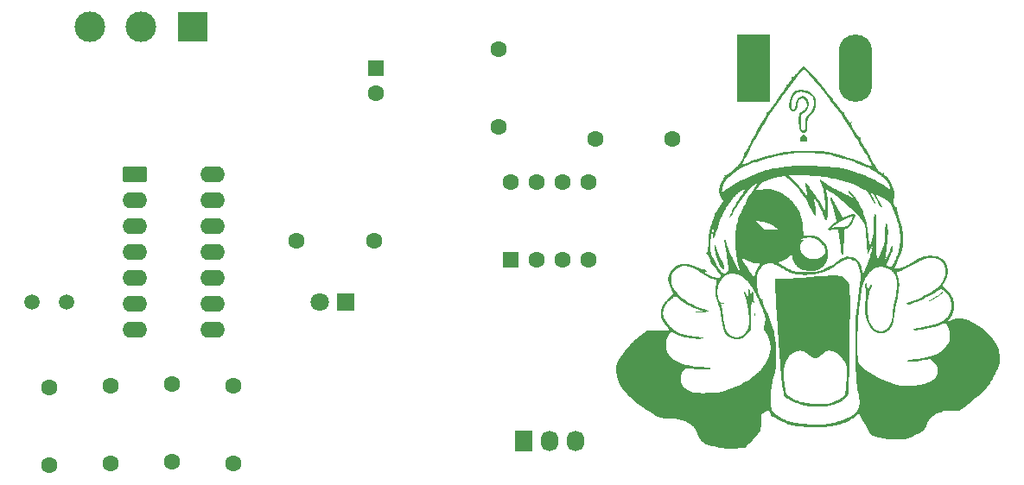
<source format=gbr>
%TF.GenerationSoftware,KiCad,Pcbnew,9.0.2*%
%TF.CreationDate,2025-06-20T12:04:21-04:00*%
%TF.ProjectId,Block,426c6f63-6b2e-46b6-9963-61645f706362,rev?*%
%TF.SameCoordinates,Original*%
%TF.FileFunction,Soldermask,Top*%
%TF.FilePolarity,Negative*%
%FSLAX46Y46*%
G04 Gerber Fmt 4.6, Leading zero omitted, Abs format (unit mm)*
G04 Created by KiCad (PCBNEW 9.0.2) date 2025-06-20 12:04:21*
%MOMM*%
%LPD*%
G01*
G04 APERTURE LIST*
G04 Aperture macros list*
%AMRoundRect*
0 Rectangle with rounded corners*
0 $1 Rounding radius*
0 $2 $3 $4 $5 $6 $7 $8 $9 X,Y pos of 4 corners*
0 Add a 4 corners polygon primitive as box body*
4,1,4,$2,$3,$4,$5,$6,$7,$8,$9,$2,$3,0*
0 Add four circle primitives for the rounded corners*
1,1,$1+$1,$2,$3*
1,1,$1+$1,$4,$5*
1,1,$1+$1,$6,$7*
1,1,$1+$1,$8,$9*
0 Add four rect primitives between the rounded corners*
20,1,$1+$1,$2,$3,$4,$5,0*
20,1,$1+$1,$4,$5,$6,$7,0*
20,1,$1+$1,$6,$7,$8,$9,0*
20,1,$1+$1,$8,$9,$2,$3,0*%
G04 Aperture macros list end*
%ADD10C,0.000000*%
%ADD11R,3.000000X3.000000*%
%ADD12C,3.000000*%
%ADD13C,1.600000*%
%ADD14R,1.730000X2.030000*%
%ADD15O,1.730000X2.030000*%
%ADD16RoundRect,0.250000X0.550000X-0.550000X0.550000X0.550000X-0.550000X0.550000X-0.550000X-0.550000X0*%
%ADD17RoundRect,0.250000X-0.950000X-0.550000X0.950000X-0.550000X0.950000X0.550000X-0.950000X0.550000X0*%
%ADD18O,2.400000X1.600000*%
%ADD19R,1.800000X1.800000*%
%ADD20C,1.800000*%
%ADD21RoundRect,0.250000X-0.550000X0.550000X-0.550000X-0.550000X0.550000X-0.550000X0.550000X0.550000X0*%
%ADD22C,1.500000*%
%ADD23R,3.300000X6.600000*%
%ADD24O,3.300000X6.600000*%
G04 APERTURE END LIST*
D10*
G36*
X118585677Y-60936220D02*
G01*
X118587022Y-60936860D01*
X118587952Y-60937914D01*
X118588477Y-60939374D01*
X118588607Y-60941229D01*
X118588351Y-60943469D01*
X118587719Y-60946086D01*
X118586721Y-60949068D01*
X118585366Y-60952408D01*
X118583665Y-60956094D01*
X118579259Y-60964468D01*
X118573583Y-60974114D01*
X118566713Y-60984953D01*
X118558726Y-60996908D01*
X118549701Y-61009902D01*
X118539714Y-61023857D01*
X118528844Y-61038696D01*
X118504762Y-61070715D01*
X118478076Y-61105337D01*
X118461635Y-61124638D01*
X118440311Y-61146637D01*
X118414429Y-61171054D01*
X118384314Y-61197610D01*
X118350293Y-61226027D01*
X118312691Y-61256025D01*
X118271833Y-61287325D01*
X118228045Y-61319649D01*
X118181653Y-61352717D01*
X118132981Y-61386250D01*
X118082357Y-61419969D01*
X118030104Y-61453595D01*
X117976550Y-61486849D01*
X117922018Y-61519452D01*
X117866836Y-61551125D01*
X117811328Y-61581589D01*
X117704606Y-61643393D01*
X117600488Y-61700981D01*
X117501579Y-61753112D01*
X117410484Y-61798546D01*
X117329807Y-61836042D01*
X117262152Y-61864361D01*
X117234022Y-61874691D01*
X117210124Y-61882261D01*
X117190784Y-61886917D01*
X117176328Y-61888504D01*
X117172137Y-61888073D01*
X117169467Y-61886796D01*
X117168290Y-61884693D01*
X117168576Y-61881786D01*
X117170296Y-61878096D01*
X117173420Y-61873644D01*
X117177921Y-61868453D01*
X117183769Y-61862542D01*
X117199388Y-61848649D01*
X117220045Y-61832135D01*
X117245509Y-61813173D01*
X117275546Y-61791931D01*
X117309924Y-61768581D01*
X117348410Y-61743293D01*
X117390772Y-61716238D01*
X117436777Y-61687585D01*
X117486193Y-61657507D01*
X117538787Y-61626173D01*
X117594326Y-61593753D01*
X117652579Y-61560419D01*
X117772096Y-61495265D01*
X117890373Y-61428127D01*
X118004185Y-61360989D01*
X118110308Y-61295836D01*
X118205516Y-61234651D01*
X118286586Y-61179420D01*
X118350293Y-61132126D01*
X118374627Y-61112076D01*
X118393411Y-61094754D01*
X118425037Y-61063625D01*
X118455918Y-61034231D01*
X118485312Y-61007318D01*
X118512473Y-60983630D01*
X118536657Y-60963910D01*
X118547400Y-60955771D01*
X118557120Y-60948903D01*
X118565724Y-60943400D01*
X118573119Y-60939353D01*
X118579211Y-60936857D01*
X118581740Y-60936220D01*
X118583908Y-60936005D01*
X118585677Y-60936220D01*
G37*
G36*
X104679717Y-41183863D02*
G01*
X104735150Y-41185667D01*
X104790552Y-41188618D01*
X104845521Y-41192747D01*
X104899652Y-41198085D01*
X104899655Y-41198085D01*
X104977888Y-41206443D01*
X105050261Y-41215841D01*
X105117363Y-41226571D01*
X105179783Y-41238930D01*
X105238110Y-41253210D01*
X105292934Y-41269708D01*
X105344843Y-41288717D01*
X105394426Y-41310533D01*
X105442273Y-41335449D01*
X105488973Y-41363760D01*
X105535115Y-41395760D01*
X105581287Y-41431745D01*
X105628080Y-41472009D01*
X105676082Y-41516846D01*
X105725882Y-41566551D01*
X105778070Y-41621419D01*
X105825476Y-41673818D01*
X105868587Y-41724109D01*
X105907574Y-41772664D01*
X105942609Y-41819855D01*
X105973860Y-41866054D01*
X106001499Y-41911632D01*
X106025697Y-41956963D01*
X106046624Y-42002417D01*
X106064450Y-42048368D01*
X106079345Y-42095187D01*
X106091482Y-42143246D01*
X106101029Y-42192918D01*
X106108158Y-42244574D01*
X106113039Y-42298586D01*
X106115842Y-42355327D01*
X106116739Y-42415169D01*
X106116005Y-42459760D01*
X106113845Y-42505995D01*
X106110321Y-42553532D01*
X106105494Y-42602030D01*
X106099427Y-42651148D01*
X106092182Y-42700546D01*
X106083821Y-42749881D01*
X106074405Y-42798814D01*
X106063998Y-42847002D01*
X106052660Y-42894105D01*
X106040454Y-42939782D01*
X106027442Y-42983691D01*
X106013686Y-43025492D01*
X105999248Y-43064844D01*
X105984189Y-43101405D01*
X105968573Y-43134834D01*
X105951494Y-43165548D01*
X105932152Y-43197983D01*
X105910763Y-43231875D01*
X105887545Y-43266961D01*
X105836488Y-43339660D01*
X105780719Y-43413971D01*
X105721973Y-43487785D01*
X105661987Y-43558995D01*
X105602497Y-43625493D01*
X105545239Y-43685168D01*
X105503779Y-43725949D01*
X105466567Y-43765350D01*
X105433385Y-43803975D01*
X105418238Y-43823186D01*
X105404017Y-43842430D01*
X105390696Y-43861783D01*
X105378246Y-43881319D01*
X105366642Y-43901115D01*
X105355855Y-43921247D01*
X105345859Y-43941789D01*
X105336626Y-43962818D01*
X105328130Y-43984409D01*
X105320343Y-44006637D01*
X105313238Y-44029579D01*
X105306788Y-44053309D01*
X105300966Y-44077903D01*
X105295745Y-44103437D01*
X105286996Y-44157628D01*
X105280324Y-44216485D01*
X105275513Y-44280613D01*
X105272345Y-44350616D01*
X105270604Y-44427100D01*
X105270071Y-44510669D01*
X105269100Y-44622745D01*
X105266268Y-44734572D01*
X105261700Y-44842927D01*
X105255519Y-44944585D01*
X105247850Y-45036321D01*
X105238817Y-45114910D01*
X105228544Y-45177128D01*
X105222981Y-45201091D01*
X105217154Y-45219751D01*
X105213870Y-45227656D01*
X105209984Y-45235487D01*
X105205513Y-45243232D01*
X105200474Y-45250881D01*
X105194884Y-45258421D01*
X105188761Y-45265842D01*
X105182123Y-45273130D01*
X105174987Y-45280275D01*
X105167370Y-45287265D01*
X105159290Y-45294088D01*
X105150765Y-45300733D01*
X105141811Y-45307188D01*
X105132446Y-45313442D01*
X105122688Y-45319482D01*
X105112554Y-45325298D01*
X105102061Y-45330877D01*
X105091228Y-45336208D01*
X105080070Y-45341279D01*
X105068607Y-45346079D01*
X105056855Y-45350597D01*
X105044831Y-45354819D01*
X105032554Y-45358736D01*
X105020040Y-45362334D01*
X105007307Y-45365603D01*
X104994373Y-45368532D01*
X104981255Y-45371107D01*
X104967970Y-45373318D01*
X104954535Y-45375153D01*
X104940969Y-45376601D01*
X104927289Y-45377649D01*
X104913512Y-45378287D01*
X104899655Y-45378502D01*
X104866659Y-45377507D01*
X104835121Y-45374512D01*
X104805009Y-45369502D01*
X104776292Y-45362461D01*
X104762447Y-45358174D01*
X104748940Y-45353374D01*
X104735766Y-45348058D01*
X104722921Y-45342225D01*
X104710402Y-45335872D01*
X104698204Y-45328998D01*
X104686325Y-45321601D01*
X104674759Y-45313678D01*
X104663503Y-45305229D01*
X104652554Y-45296250D01*
X104641907Y-45286741D01*
X104631558Y-45276698D01*
X104611740Y-45255007D01*
X104593070Y-45231161D01*
X104575515Y-45205144D01*
X104559046Y-45176942D01*
X104543631Y-45146538D01*
X104529239Y-45113917D01*
X104519330Y-45082989D01*
X104509498Y-45046077D01*
X104499822Y-45003645D01*
X104490378Y-44956160D01*
X104472497Y-44847888D01*
X104456477Y-44724980D01*
X104442938Y-44591159D01*
X104432499Y-44450145D01*
X104425781Y-44305657D01*
X104424011Y-44233274D01*
X104423404Y-44161418D01*
X104424892Y-43945720D01*
X104427311Y-43856111D01*
X104431342Y-43777276D01*
X104437357Y-43708177D01*
X104445729Y-43647775D01*
X104456829Y-43595031D01*
X104471030Y-43548907D01*
X104488704Y-43508365D01*
X104510222Y-43472364D01*
X104535957Y-43439868D01*
X104566281Y-43409836D01*
X104601566Y-43381231D01*
X104642183Y-43353013D01*
X104688506Y-43324144D01*
X104740906Y-43293585D01*
X104772868Y-43272785D01*
X104805108Y-43250218D01*
X104837411Y-43226101D01*
X104869559Y-43200650D01*
X104901335Y-43174083D01*
X104932522Y-43146617D01*
X104962902Y-43118469D01*
X104992260Y-43089856D01*
X105020377Y-43060995D01*
X105047037Y-43032102D01*
X105072022Y-43003396D01*
X105095117Y-42975093D01*
X105116102Y-42947410D01*
X105134763Y-42920564D01*
X105150881Y-42894772D01*
X105164240Y-42870251D01*
X105177141Y-42838612D01*
X105188073Y-42807144D01*
X105197052Y-42775768D01*
X105204093Y-42744408D01*
X105209211Y-42712987D01*
X105212422Y-42681425D01*
X105213742Y-42649647D01*
X105213187Y-42617574D01*
X105210770Y-42585129D01*
X105206509Y-42552234D01*
X105200419Y-42518813D01*
X105192515Y-42484787D01*
X105182812Y-42450078D01*
X105171327Y-42414610D01*
X105158074Y-42378305D01*
X105143069Y-42341086D01*
X105128341Y-42311475D01*
X105112063Y-42282298D01*
X105094421Y-42253742D01*
X105075600Y-42225992D01*
X105055787Y-42199233D01*
X105035169Y-42173654D01*
X105013930Y-42149438D01*
X104992257Y-42126773D01*
X104970336Y-42105844D01*
X104948352Y-42086837D01*
X104926494Y-42069939D01*
X104904945Y-42055335D01*
X104883892Y-42043212D01*
X104863521Y-42033755D01*
X104853650Y-42030085D01*
X104844019Y-42027151D01*
X104834651Y-42024977D01*
X104825571Y-42023585D01*
X104805138Y-42020593D01*
X104783650Y-42019492D01*
X104761295Y-42020190D01*
X104738257Y-42022593D01*
X104714724Y-42026608D01*
X104690880Y-42032143D01*
X104666913Y-42039103D01*
X104643007Y-42047397D01*
X104619350Y-42056932D01*
X104596127Y-42067613D01*
X104573524Y-42079349D01*
X104551727Y-42092045D01*
X104530922Y-42105610D01*
X104511295Y-42119951D01*
X104493033Y-42134973D01*
X104476321Y-42150584D01*
X104460586Y-42168025D01*
X104445192Y-42188412D01*
X104430232Y-42211465D01*
X104415799Y-42236905D01*
X104401986Y-42264454D01*
X104388886Y-42293832D01*
X104376592Y-42324760D01*
X104365197Y-42356960D01*
X104354795Y-42390151D01*
X104345478Y-42424056D01*
X104337338Y-42458395D01*
X104330471Y-42492889D01*
X104324967Y-42527259D01*
X104320921Y-42561226D01*
X104318425Y-42594510D01*
X104317572Y-42626834D01*
X104316474Y-42661147D01*
X104313252Y-42696452D01*
X104308015Y-42732502D01*
X104300870Y-42769047D01*
X104291928Y-42805841D01*
X104281296Y-42842635D01*
X104269082Y-42879180D01*
X104255396Y-42915230D01*
X104240345Y-42950535D01*
X104224038Y-42984848D01*
X104206585Y-43017921D01*
X104188092Y-43049506D01*
X104168669Y-43079354D01*
X104148425Y-43107218D01*
X104127467Y-43132850D01*
X104105905Y-43156001D01*
X104070220Y-43191356D01*
X104038209Y-43222044D01*
X104009330Y-43248112D01*
X103995895Y-43259428D01*
X103983039Y-43269607D01*
X103970695Y-43278654D01*
X103958795Y-43286575D01*
X103947271Y-43293376D01*
X103936055Y-43299062D01*
X103925079Y-43303640D01*
X103914276Y-43307116D01*
X103903577Y-43309495D01*
X103892915Y-43310783D01*
X103882222Y-43310985D01*
X103871431Y-43310108D01*
X103860472Y-43308158D01*
X103849280Y-43305140D01*
X103837785Y-43301059D01*
X103825919Y-43295923D01*
X103813616Y-43289736D01*
X103800807Y-43282505D01*
X103787424Y-43274235D01*
X103773400Y-43264933D01*
X103743157Y-43243252D01*
X103709533Y-43217509D01*
X103671988Y-43187752D01*
X103638228Y-43158392D01*
X103622787Y-43143914D01*
X103608281Y-43129481D01*
X103594690Y-43115025D01*
X103581993Y-43100478D01*
X103570173Y-43085772D01*
X103559209Y-43070839D01*
X103549083Y-43055612D01*
X103539774Y-43040022D01*
X103531263Y-43024002D01*
X103523532Y-43007484D01*
X103516560Y-42990400D01*
X103510329Y-42972682D01*
X103504818Y-42954263D01*
X103500009Y-42935074D01*
X103495882Y-42915049D01*
X103492417Y-42894118D01*
X103489597Y-42872215D01*
X103487400Y-42849271D01*
X103485807Y-42825218D01*
X103484800Y-42799989D01*
X103484359Y-42773516D01*
X103484465Y-42745732D01*
X103486237Y-42685955D01*
X103489963Y-42620116D01*
X103492376Y-42588470D01*
X103699170Y-42588470D01*
X103700625Y-42635041D01*
X103703738Y-42679751D01*
X103708204Y-42733340D01*
X103713661Y-42783022D01*
X103720111Y-42828859D01*
X103727553Y-42870913D01*
X103735986Y-42909247D01*
X103745412Y-42943922D01*
X103755830Y-42975000D01*
X103767240Y-43002543D01*
X103779642Y-43026614D01*
X103793037Y-43047275D01*
X103807423Y-43064586D01*
X103822802Y-43078611D01*
X103839173Y-43089412D01*
X103856536Y-43097049D01*
X103874891Y-43101587D01*
X103894238Y-43103085D01*
X103904067Y-43102650D01*
X103913710Y-43101341D01*
X103923166Y-43099152D01*
X103932437Y-43096078D01*
X103941522Y-43092112D01*
X103950421Y-43087249D01*
X103959133Y-43081483D01*
X103967660Y-43074808D01*
X103976001Y-43067218D01*
X103984155Y-43058708D01*
X103992124Y-43049272D01*
X103999906Y-43038903D01*
X104007503Y-43027597D01*
X104014913Y-43015347D01*
X104022138Y-43002147D01*
X104029176Y-42987992D01*
X104036029Y-42972875D01*
X104042695Y-42956792D01*
X104049175Y-42939736D01*
X104055470Y-42921701D01*
X104061578Y-42902682D01*
X104067500Y-42882672D01*
X104073236Y-42861667D01*
X104078786Y-42839659D01*
X104084150Y-42816644D01*
X104089328Y-42792615D01*
X104094320Y-42767567D01*
X104099126Y-42741494D01*
X104108179Y-42686249D01*
X104116489Y-42626834D01*
X104126914Y-42566675D01*
X104138379Y-42509198D01*
X104150929Y-42454356D01*
X104164610Y-42402103D01*
X104179470Y-42352393D01*
X104195554Y-42305179D01*
X104212909Y-42260414D01*
X104231583Y-42218052D01*
X104251620Y-42178047D01*
X104273069Y-42140352D01*
X104295974Y-42104920D01*
X104320384Y-42071705D01*
X104346344Y-42040660D01*
X104373900Y-42011740D01*
X104403100Y-41984897D01*
X104433990Y-41960084D01*
X104460368Y-41940504D01*
X104487753Y-41921513D01*
X104515914Y-41903204D01*
X104544618Y-41885670D01*
X104573631Y-41869005D01*
X104602722Y-41853300D01*
X104631658Y-41838650D01*
X104660207Y-41825147D01*
X104688136Y-41812884D01*
X104715211Y-41801955D01*
X104741202Y-41792451D01*
X104765875Y-41784467D01*
X104788998Y-41778096D01*
X104810337Y-41773429D01*
X104829661Y-41770561D01*
X104846738Y-41769585D01*
X104863450Y-41770561D01*
X104881712Y-41773429D01*
X104901338Y-41778096D01*
X104922143Y-41784467D01*
X104943940Y-41792451D01*
X104966544Y-41801955D01*
X104989767Y-41812884D01*
X105013425Y-41825147D01*
X105037330Y-41838650D01*
X105061298Y-41853300D01*
X105085141Y-41869005D01*
X105108675Y-41885670D01*
X105131712Y-41903204D01*
X105154067Y-41921513D01*
X105175554Y-41940504D01*
X105195987Y-41960084D01*
X105213825Y-41981370D01*
X105231540Y-42005353D01*
X105249006Y-42031754D01*
X105266101Y-42060295D01*
X105282699Y-42090696D01*
X105298678Y-42122679D01*
X105313912Y-42155964D01*
X105328278Y-42190272D01*
X105341652Y-42225324D01*
X105353910Y-42260841D01*
X105364927Y-42296544D01*
X105374580Y-42332154D01*
X105382745Y-42367393D01*
X105389298Y-42401980D01*
X105394114Y-42435637D01*
X105397070Y-42468085D01*
X105398078Y-42502767D01*
X105397194Y-42539171D01*
X105394512Y-42577031D01*
X105390125Y-42616086D01*
X105384125Y-42656070D01*
X105376606Y-42696721D01*
X105367661Y-42737776D01*
X105357383Y-42778970D01*
X105345864Y-42820039D01*
X105333198Y-42860722D01*
X105319478Y-42900753D01*
X105304797Y-42939869D01*
X105289247Y-42977808D01*
X105272923Y-43014304D01*
X105255916Y-43049096D01*
X105238321Y-43081918D01*
X105219505Y-43111896D01*
X105198922Y-43142152D01*
X105176789Y-43172471D01*
X105153323Y-43202634D01*
X105128740Y-43232425D01*
X105103258Y-43261628D01*
X105077094Y-43290024D01*
X105050465Y-43317397D01*
X105023588Y-43343530D01*
X104996680Y-43368205D01*
X104969958Y-43391206D01*
X104943639Y-43412316D01*
X104917940Y-43431318D01*
X104893079Y-43447994D01*
X104869271Y-43462127D01*
X104846735Y-43473501D01*
X104830298Y-43481574D01*
X104814708Y-43489960D01*
X104799944Y-43498727D01*
X104785984Y-43507939D01*
X104772807Y-43517662D01*
X104760391Y-43527963D01*
X104748716Y-43538908D01*
X104737759Y-43550561D01*
X104727501Y-43562990D01*
X104717918Y-43576260D01*
X104708991Y-43590437D01*
X104700697Y-43605586D01*
X104693016Y-43621775D01*
X104685925Y-43639068D01*
X104679405Y-43657531D01*
X104673433Y-43677231D01*
X104667987Y-43698232D01*
X104663048Y-43720603D01*
X104658593Y-43744407D01*
X104654602Y-43769711D01*
X104651052Y-43796580D01*
X104647922Y-43825082D01*
X104645192Y-43855281D01*
X104642840Y-43887243D01*
X104640844Y-43921035D01*
X104639184Y-43956722D01*
X104636783Y-44034046D01*
X104635468Y-44119740D01*
X104635068Y-44214334D01*
X104636039Y-44345241D01*
X104638872Y-44473791D01*
X104643440Y-44596637D01*
X104649621Y-44710428D01*
X104657290Y-44811817D01*
X104666323Y-44897455D01*
X104676596Y-44963994D01*
X104682159Y-44989054D01*
X104687985Y-45008084D01*
X104691145Y-45015989D01*
X104694664Y-45023820D01*
X104698528Y-45031565D01*
X104702723Y-45039214D01*
X104707236Y-45046755D01*
X104712053Y-45054175D01*
X104722546Y-45068608D01*
X104734093Y-45082421D01*
X104746586Y-45095521D01*
X104759916Y-45107815D01*
X104773975Y-45119210D01*
X104788654Y-45129612D01*
X104803844Y-45138930D01*
X104819438Y-45147069D01*
X104827352Y-45150667D01*
X104835326Y-45153936D01*
X104843346Y-45156865D01*
X104851400Y-45159440D01*
X104859472Y-45161651D01*
X104867551Y-45163486D01*
X104875622Y-45164934D01*
X104883671Y-45165982D01*
X104891686Y-45166620D01*
X104899652Y-45166835D01*
X104911281Y-45166425D01*
X104922364Y-45165168D01*
X104932912Y-45163024D01*
X104942937Y-45159952D01*
X104952450Y-45155910D01*
X104961463Y-45150859D01*
X104969988Y-45144758D01*
X104978036Y-45137565D01*
X104985618Y-45129241D01*
X104992748Y-45119745D01*
X104999435Y-45109035D01*
X105005693Y-45097072D01*
X105011532Y-45083814D01*
X105016963Y-45069220D01*
X105022000Y-45053251D01*
X105026653Y-45035866D01*
X105030933Y-45017023D01*
X105034853Y-44996682D01*
X105038425Y-44974803D01*
X105041659Y-44951344D01*
X105044568Y-44926265D01*
X105047162Y-44899525D01*
X105049455Y-44871084D01*
X105051457Y-44840901D01*
X105053179Y-44808935D01*
X105054635Y-44775145D01*
X105056789Y-44701932D01*
X105058014Y-44620937D01*
X105058401Y-44531834D01*
X105060613Y-44353468D01*
X105063634Y-44275502D01*
X105068158Y-44204248D01*
X105074357Y-44139133D01*
X105082400Y-44079583D01*
X105092459Y-44025026D01*
X105104704Y-43974887D01*
X105119305Y-43928593D01*
X105136433Y-43885569D01*
X105156258Y-43845244D01*
X105178952Y-43807042D01*
X105204684Y-43770390D01*
X105233625Y-43734715D01*
X105265945Y-43699444D01*
X105301816Y-43664001D01*
X105352108Y-43612243D01*
X105406493Y-43553538D01*
X105463110Y-43489873D01*
X105520098Y-43423231D01*
X105575599Y-43355596D01*
X105627751Y-43288954D01*
X105674693Y-43225289D01*
X105695629Y-43195193D01*
X105714566Y-43166585D01*
X105734147Y-43137005D01*
X105753138Y-43104077D01*
X105771447Y-43068172D01*
X105788981Y-43029663D01*
X105805646Y-42988922D01*
X105821351Y-42946320D01*
X105836001Y-42902229D01*
X105849504Y-42857023D01*
X105861767Y-42811072D01*
X105872696Y-42764749D01*
X105882199Y-42718427D01*
X105890183Y-42672476D01*
X105896555Y-42627269D01*
X105901221Y-42583179D01*
X105904089Y-42540577D01*
X105905066Y-42499835D01*
X105903123Y-42414424D01*
X105897459Y-42326533D01*
X105888322Y-42238642D01*
X105875961Y-42153231D01*
X105860624Y-42072781D01*
X105851916Y-42035191D01*
X105842557Y-41999772D01*
X105832578Y-41966834D01*
X105822010Y-41936686D01*
X105810884Y-41909638D01*
X105799231Y-41886001D01*
X105793780Y-41874937D01*
X105787372Y-41863587D01*
X105780041Y-41851977D01*
X105771822Y-41840133D01*
X105752862Y-41815843D01*
X105730771Y-41790917D01*
X105705827Y-41765557D01*
X105678309Y-41739964D01*
X105648497Y-41714340D01*
X105616669Y-41688887D01*
X105583105Y-41663806D01*
X105548084Y-41639298D01*
X105511885Y-41615566D01*
X105474786Y-41592810D01*
X105437068Y-41571233D01*
X105399008Y-41551035D01*
X105360887Y-41532419D01*
X105322983Y-41515585D01*
X105284220Y-41499850D01*
X105243566Y-41484455D01*
X105157949Y-41455061D01*
X105068858Y-41428148D01*
X104979024Y-41404459D01*
X104891174Y-41384740D01*
X104808036Y-41369733D01*
X104769088Y-41364229D01*
X104732341Y-41360183D01*
X104698136Y-41357687D01*
X104666815Y-41356834D01*
X104634483Y-41357566D01*
X104601144Y-41359708D01*
X104567029Y-41363183D01*
X104532372Y-41367914D01*
X104497405Y-41373823D01*
X104462361Y-41380833D01*
X104427471Y-41388866D01*
X104392970Y-41397845D01*
X104359088Y-41407692D01*
X104326059Y-41418330D01*
X104294116Y-41429681D01*
X104263490Y-41441667D01*
X104234415Y-41454211D01*
X104207122Y-41467236D01*
X104181845Y-41480665D01*
X104158817Y-41494418D01*
X104136523Y-41511621D01*
X104113423Y-41531336D01*
X104089704Y-41553345D01*
X104065550Y-41577431D01*
X104041148Y-41603378D01*
X104016685Y-41630968D01*
X103992345Y-41659984D01*
X103968316Y-41690210D01*
X103944782Y-41721428D01*
X103921931Y-41753421D01*
X103899948Y-41785972D01*
X103879019Y-41818864D01*
X103859331Y-41851880D01*
X103841069Y-41884803D01*
X103824419Y-41917416D01*
X103809567Y-41949502D01*
X103809573Y-41949502D01*
X103795944Y-41983051D01*
X103782887Y-42019948D01*
X103770482Y-42059821D01*
X103758806Y-42102299D01*
X103747935Y-42147009D01*
X103737949Y-42193580D01*
X103728923Y-42241639D01*
X103720937Y-42290814D01*
X103714066Y-42340733D01*
X103708389Y-42391025D01*
X103703984Y-42441316D01*
X103700927Y-42491236D01*
X103699297Y-42540411D01*
X103699170Y-42588470D01*
X103492376Y-42588470D01*
X103495487Y-42547674D01*
X103502655Y-42468085D01*
X103507714Y-42413468D01*
X103514851Y-42357084D01*
X103523909Y-42299397D01*
X103534735Y-42240874D01*
X103547174Y-42181978D01*
X103561069Y-42123176D01*
X103576267Y-42064931D01*
X103592612Y-42007710D01*
X103609949Y-41951977D01*
X103628123Y-41898197D01*
X103646980Y-41846836D01*
X103666363Y-41798358D01*
X103686119Y-41753229D01*
X103706092Y-41711913D01*
X103726127Y-41674877D01*
X103746069Y-41642584D01*
X103766750Y-41610743D01*
X103788981Y-41578856D01*
X103812576Y-41547124D01*
X103837350Y-41515749D01*
X103863116Y-41484932D01*
X103889688Y-41454874D01*
X103916880Y-41425778D01*
X103944507Y-41397844D01*
X103972381Y-41371274D01*
X104000318Y-41346271D01*
X104028130Y-41323035D01*
X104055632Y-41301767D01*
X104082638Y-41282670D01*
X104108962Y-41265945D01*
X104134418Y-41251794D01*
X104158820Y-41240417D01*
X104183185Y-41230873D01*
X104212356Y-41222103D01*
X104245930Y-41214140D01*
X104283504Y-41207014D01*
X104324674Y-41200756D01*
X104369038Y-41195397D01*
X104416193Y-41190969D01*
X104465735Y-41187501D01*
X104517261Y-41185026D01*
X104570369Y-41183574D01*
X104624655Y-41183176D01*
X104679717Y-41183863D01*
G37*
G36*
X104908251Y-45589371D02*
G01*
X104915182Y-45590043D01*
X104922353Y-45591165D01*
X104929747Y-45592725D01*
X104945134Y-45597112D01*
X104961202Y-45603112D01*
X104977814Y-45610631D01*
X104994828Y-45619577D01*
X105012106Y-45629855D01*
X105029508Y-45641374D01*
X105046894Y-45654040D01*
X105064125Y-45667760D01*
X105081062Y-45682441D01*
X105097565Y-45697991D01*
X105113494Y-45714315D01*
X105128709Y-45731322D01*
X105143072Y-45748918D01*
X105154839Y-45765630D01*
X105166265Y-45783893D01*
X105177257Y-45803519D01*
X105187722Y-45824324D01*
X105197566Y-45846121D01*
X105206697Y-45868725D01*
X105215023Y-45891948D01*
X105222449Y-45915606D01*
X105228883Y-45939511D01*
X105234231Y-45963479D01*
X105238401Y-45987323D01*
X105241301Y-46010856D01*
X105242835Y-46033894D01*
X105242913Y-46056249D01*
X105241440Y-46077736D01*
X105238324Y-46098169D01*
X105237052Y-46109859D01*
X105235218Y-46121118D01*
X105232818Y-46131951D01*
X105229848Y-46142362D01*
X105226305Y-46152354D01*
X105222184Y-46161932D01*
X105217482Y-46171098D01*
X105212195Y-46179858D01*
X105206318Y-46188215D01*
X105199849Y-46196172D01*
X105192783Y-46203734D01*
X105185116Y-46210905D01*
X105176844Y-46217688D01*
X105167964Y-46224088D01*
X105158472Y-46230107D01*
X105148363Y-46235751D01*
X105137635Y-46241022D01*
X105126282Y-46245926D01*
X105114302Y-46250465D01*
X105101689Y-46254644D01*
X105088441Y-46258466D01*
X105074554Y-46261935D01*
X105060023Y-46265056D01*
X105044845Y-46267831D01*
X105029016Y-46270266D01*
X105012532Y-46272363D01*
X104995389Y-46274127D01*
X104977583Y-46275562D01*
X104939968Y-46277458D01*
X104899655Y-46278084D01*
X104859342Y-46277458D01*
X104821727Y-46275562D01*
X104786778Y-46272363D01*
X104754465Y-46267831D01*
X104724756Y-46261935D01*
X104697620Y-46254644D01*
X104673027Y-46245926D01*
X104650946Y-46235751D01*
X104631345Y-46224088D01*
X104622465Y-46217688D01*
X104614193Y-46210905D01*
X104606526Y-46203734D01*
X104599460Y-46196172D01*
X104592991Y-46188215D01*
X104587114Y-46179858D01*
X104581827Y-46171098D01*
X104577125Y-46161932D01*
X104573004Y-46152354D01*
X104569461Y-46142362D01*
X104564092Y-46121118D01*
X104560986Y-46098169D01*
X104557751Y-46077736D01*
X104555943Y-46056249D01*
X104555498Y-46033894D01*
X104556356Y-46010856D01*
X104558455Y-45987323D01*
X104561731Y-45963479D01*
X104566124Y-45939511D01*
X104571571Y-45915606D01*
X104578010Y-45891948D01*
X104585379Y-45868725D01*
X104593616Y-45846121D01*
X104602659Y-45824324D01*
X104612446Y-45803519D01*
X104622915Y-45783893D01*
X104634004Y-45765630D01*
X104645651Y-45748918D01*
X104658036Y-45733182D01*
X104671304Y-45717788D01*
X104685347Y-45702827D01*
X104700057Y-45688394D01*
X104715325Y-45674581D01*
X104731043Y-45661481D01*
X104747101Y-45649187D01*
X104763392Y-45637792D01*
X104779807Y-45627390D01*
X104796238Y-45618072D01*
X104812575Y-45609933D01*
X104828711Y-45603066D01*
X104844537Y-45597562D01*
X104859944Y-45593516D01*
X104867457Y-45592068D01*
X104874824Y-45591020D01*
X104882033Y-45590382D01*
X104889069Y-45590167D01*
X104889075Y-45590167D01*
X104895180Y-45589421D01*
X104901578Y-45589159D01*
X104908251Y-45589371D01*
G37*
G36*
X107578136Y-51738801D02*
G01*
X107583728Y-51739105D01*
X107589479Y-51739578D01*
X107595385Y-51740222D01*
X107601442Y-51741038D01*
X107607646Y-51742029D01*
X107613994Y-51743196D01*
X107620481Y-51744541D01*
X107627104Y-51746066D01*
X107633858Y-51747774D01*
X107640741Y-51749666D01*
X107640741Y-51749667D01*
X107647292Y-51752941D01*
X107655071Y-51758863D01*
X107664129Y-51767541D01*
X107674517Y-51779082D01*
X107699482Y-51811175D01*
X107730369Y-51855997D01*
X107767581Y-51914399D01*
X107811521Y-51987234D01*
X107862593Y-52075355D01*
X107921199Y-52179615D01*
X107987743Y-52300866D01*
X108062627Y-52439961D01*
X108146255Y-52597752D01*
X108239030Y-52775093D01*
X108453632Y-53191832D01*
X108709659Y-53697000D01*
X109185907Y-53495917D01*
X109235834Y-53474838D01*
X109286180Y-53455279D01*
X109336619Y-53437270D01*
X109386825Y-53420842D01*
X109436473Y-53406026D01*
X109485238Y-53392854D01*
X109532793Y-53381356D01*
X109578814Y-53371563D01*
X109622974Y-53363507D01*
X109664948Y-53357218D01*
X109704411Y-53352727D01*
X109741036Y-53350066D01*
X109774499Y-53349265D01*
X109804474Y-53350355D01*
X109830636Y-53353368D01*
X109852658Y-53358334D01*
X109867041Y-53364304D01*
X109880408Y-53370372D01*
X109892737Y-53376639D01*
X109904004Y-53383201D01*
X109914185Y-53390159D01*
X109923258Y-53397611D01*
X109931199Y-53405656D01*
X109934738Y-53409932D01*
X109937986Y-53414393D01*
X109940939Y-53419052D01*
X109943594Y-53423921D01*
X109945949Y-53429012D01*
X109948001Y-53434338D01*
X109949746Y-53439910D01*
X109951183Y-53445743D01*
X109952307Y-53451847D01*
X109953116Y-53458235D01*
X109953608Y-53464920D01*
X109953779Y-53471914D01*
X109953147Y-53486877D01*
X109951198Y-53503224D01*
X109947907Y-53521053D01*
X109943252Y-53540463D01*
X109937210Y-53561554D01*
X109929757Y-53584424D01*
X109920870Y-53609171D01*
X109910525Y-53635895D01*
X109898700Y-53664695D01*
X109885372Y-53695669D01*
X109870516Y-53728916D01*
X109854110Y-53764534D01*
X109836130Y-53802624D01*
X109795357Y-53886611D01*
X109748011Y-53981667D01*
X109693906Y-54088583D01*
X109602915Y-54254009D01*
X109560380Y-54327103D01*
X109519613Y-54394011D01*
X109480458Y-54454903D01*
X109442760Y-54509951D01*
X109406364Y-54559326D01*
X109371116Y-54603196D01*
X109336860Y-54641734D01*
X109303440Y-54675109D01*
X109270703Y-54703492D01*
X109238493Y-54727054D01*
X109206655Y-54745965D01*
X109175034Y-54760396D01*
X109143475Y-54770517D01*
X109111822Y-54776498D01*
X109070714Y-54780984D01*
X109052006Y-54783917D01*
X109034473Y-54787579D01*
X109018072Y-54792170D01*
X109002759Y-54797894D01*
X108988494Y-54804950D01*
X108975231Y-54813542D01*
X108968964Y-54818476D01*
X108962931Y-54823869D01*
X108957127Y-54829747D01*
X108951548Y-54836135D01*
X108946188Y-54843057D01*
X108941042Y-54850539D01*
X108931369Y-54867285D01*
X108922486Y-54886573D01*
X108914352Y-54908606D01*
X108906923Y-54933583D01*
X108900157Y-54961708D01*
X108894011Y-54993182D01*
X108888442Y-55028205D01*
X108883408Y-55066981D01*
X108878867Y-55109709D01*
X108874775Y-55156593D01*
X108871089Y-55207832D01*
X108867769Y-55263630D01*
X108864770Y-55324187D01*
X108859566Y-55460385D01*
X108855137Y-55618039D01*
X108851143Y-55798762D01*
X108847241Y-56004166D01*
X108827727Y-56481408D01*
X108815613Y-56695101D01*
X108802260Y-56885229D01*
X108787915Y-57046583D01*
X108772826Y-57173955D01*
X108757240Y-57262135D01*
X108749339Y-57289900D01*
X108741406Y-57305914D01*
X108731492Y-57313596D01*
X108721624Y-57320735D01*
X108711850Y-57327285D01*
X108702215Y-57333200D01*
X108692766Y-57338432D01*
X108683549Y-57342936D01*
X108674612Y-57346664D01*
X108666000Y-57349571D01*
X108657760Y-57351610D01*
X108653794Y-57352289D01*
X108649939Y-57352734D01*
X108646200Y-57352938D01*
X108642583Y-57352897D01*
X108639093Y-57352603D01*
X108635738Y-57352052D01*
X108632522Y-57351237D01*
X108629451Y-57350152D01*
X108626532Y-57348793D01*
X108623769Y-57347153D01*
X108621169Y-57345225D01*
X108618738Y-57343006D01*
X108616481Y-57340487D01*
X108614404Y-57337665D01*
X108609828Y-57325495D01*
X108604090Y-57301326D01*
X108589434Y-57219594D01*
X108571058Y-57097678D01*
X108549582Y-56940788D01*
X108499807Y-56542921D01*
X108445071Y-56067663D01*
X108307489Y-54839996D01*
X108305851Y-54839097D01*
X108302944Y-54838381D01*
X108293454Y-54837495D01*
X108279282Y-54837322D01*
X108260691Y-54837846D01*
X108211309Y-54840926D01*
X108147417Y-54846611D01*
X108071122Y-54854776D01*
X107984533Y-54865297D01*
X107889759Y-54878051D01*
X107788907Y-54892914D01*
X107660729Y-54906245D01*
X107553263Y-54914244D01*
X107506948Y-54916128D01*
X107465392Y-54916538D01*
X107428457Y-54915430D01*
X107396001Y-54912755D01*
X107367887Y-54908469D01*
X107343974Y-54902524D01*
X107324122Y-54894873D01*
X107308193Y-54885470D01*
X107296047Y-54874270D01*
X107287543Y-54861224D01*
X107282544Y-54846287D01*
X107280908Y-54829413D01*
X107281475Y-54822028D01*
X107283210Y-54813747D01*
X107286167Y-54804539D01*
X107290396Y-54794376D01*
X107295951Y-54783228D01*
X107302884Y-54771067D01*
X107311246Y-54757864D01*
X107321092Y-54743588D01*
X107345439Y-54711707D01*
X107367305Y-54685870D01*
X107706360Y-54685870D01*
X107706887Y-54689191D01*
X107708344Y-54691829D01*
X107710732Y-54693800D01*
X107714049Y-54695121D01*
X107718297Y-54695805D01*
X107723475Y-54695870D01*
X107729583Y-54695330D01*
X107736622Y-54694201D01*
X107744590Y-54692498D01*
X107763318Y-54687434D01*
X107785766Y-54680261D01*
X107811935Y-54671104D01*
X107841824Y-54660086D01*
X107862590Y-54652278D01*
X107888891Y-54644748D01*
X107920307Y-54637529D01*
X107956421Y-54630651D01*
X107996814Y-54624144D01*
X108041067Y-54618041D01*
X108139480Y-54607168D01*
X108248311Y-54598280D01*
X108364211Y-54591624D01*
X108483831Y-54587448D01*
X108603824Y-54586001D01*
X108796536Y-54585071D01*
X108875644Y-54582862D01*
X108944971Y-54578560D01*
X109005802Y-54571467D01*
X109033433Y-54566657D01*
X109059424Y-54560887D01*
X109083933Y-54554070D01*
X109107124Y-54546120D01*
X109129155Y-54536949D01*
X109150188Y-54526470D01*
X109170384Y-54514596D01*
X109189904Y-54501239D01*
X109208908Y-54486313D01*
X109227558Y-54469729D01*
X109246014Y-54451402D01*
X109264437Y-54431243D01*
X109301827Y-54385083D01*
X109341016Y-54330551D01*
X109383289Y-54266950D01*
X109482239Y-54109750D01*
X109538670Y-54011916D01*
X109588404Y-53918423D01*
X109630696Y-53831628D01*
X109664803Y-53753886D01*
X109678554Y-53719147D01*
X109689979Y-53687554D01*
X109698986Y-53659404D01*
X109705482Y-53634989D01*
X109709373Y-53614606D01*
X109710566Y-53598547D01*
X109708970Y-53587109D01*
X109707096Y-53583214D01*
X109704489Y-53580585D01*
X109700437Y-53578163D01*
X109694271Y-53576835D01*
X109686046Y-53576582D01*
X109675820Y-53577380D01*
X109649586Y-53582049D01*
X109616020Y-53590671D01*
X109575570Y-53603076D01*
X109528687Y-53619093D01*
X109475819Y-53638552D01*
X109417417Y-53661282D01*
X109353930Y-53687112D01*
X109285807Y-53715873D01*
X109137455Y-53781502D01*
X108975956Y-53856805D01*
X108804907Y-53940417D01*
X108634975Y-54028846D01*
X108469383Y-54118019D01*
X108312473Y-54205704D01*
X108168584Y-54289668D01*
X108042059Y-54367679D01*
X107937239Y-54437504D01*
X107894324Y-54468649D01*
X107858463Y-54496911D01*
X107830199Y-54522010D01*
X107810074Y-54543667D01*
X107784153Y-54573578D01*
X107761953Y-54599892D01*
X107743474Y-54622734D01*
X107728715Y-54642226D01*
X107717677Y-54658494D01*
X107713553Y-54665458D01*
X107710360Y-54671662D01*
X107708096Y-54677121D01*
X107706763Y-54681852D01*
X107706360Y-54685870D01*
X107367305Y-54685870D01*
X107376344Y-54675190D01*
X107414226Y-54633805D01*
X107459502Y-54587319D01*
X107512592Y-54535501D01*
X107573914Y-54478117D01*
X107643886Y-54414935D01*
X107722928Y-54345723D01*
X107811458Y-54270247D01*
X107909894Y-54188276D01*
X108018655Y-54099576D01*
X108138159Y-54003915D01*
X107968823Y-53315997D01*
X107890937Y-53016357D01*
X107806105Y-52712747D01*
X107763875Y-52570617D01*
X107723257Y-52440888D01*
X107685368Y-52328027D01*
X107651324Y-52236497D01*
X107620650Y-52153980D01*
X107592456Y-52074440D01*
X107567238Y-51999860D01*
X107545492Y-51932226D01*
X107527715Y-51873522D01*
X107514403Y-51825732D01*
X107506052Y-51790840D01*
X107503159Y-51770831D01*
X107504274Y-51767917D01*
X107505634Y-51765129D01*
X107507234Y-51762469D01*
X107509070Y-51759938D01*
X107511139Y-51757539D01*
X107513437Y-51755274D01*
X107515960Y-51753145D01*
X107518703Y-51751153D01*
X107521663Y-51749301D01*
X107524837Y-51747590D01*
X107528220Y-51746023D01*
X107531808Y-51744601D01*
X107535598Y-51743326D01*
X107539586Y-51742201D01*
X107543767Y-51741226D01*
X107548138Y-51740405D01*
X107552695Y-51739739D01*
X107557435Y-51739229D01*
X107562352Y-51738879D01*
X107567444Y-51738689D01*
X107572707Y-51738663D01*
X107578136Y-51738801D01*
G37*
G36*
X100116983Y-61974344D02*
G01*
X100117976Y-61975894D01*
X100119960Y-61980111D01*
X100121944Y-61985816D01*
X100123929Y-61993009D01*
X100125913Y-62001691D01*
X100127897Y-62011861D01*
X100129882Y-62023519D01*
X100131866Y-62036665D01*
X100133850Y-62051300D01*
X100135835Y-62067423D01*
X100139803Y-62104134D01*
X100143771Y-62146798D01*
X100147739Y-62195416D01*
X100143749Y-62157217D01*
X100139636Y-62121995D01*
X100135274Y-62089749D01*
X100130541Y-62060479D01*
X100125311Y-62034186D01*
X100119462Y-62010869D01*
X100116266Y-62000327D01*
X100112869Y-61990529D01*
X100109255Y-61981475D01*
X100105408Y-61973167D01*
X100105414Y-61973166D01*
X100115991Y-61973166D01*
X100116983Y-61974344D01*
G37*
G36*
X100080603Y-62545990D02*
G01*
X100100116Y-62841000D01*
X100119629Y-63215386D01*
X100128766Y-63434825D01*
X100137157Y-63677042D01*
X100137155Y-63677087D01*
X100137158Y-63677114D01*
X100137158Y-63846417D01*
X100084241Y-62872748D01*
X100069688Y-62573770D01*
X100064893Y-62441148D01*
X100063549Y-62379921D01*
X100063074Y-62322418D01*
X100080603Y-62545990D01*
G37*
G36*
X100155159Y-62266299D02*
G01*
X100161464Y-62343752D01*
X100166528Y-62427406D01*
X100170229Y-62516889D01*
X100172440Y-62611829D01*
X100173040Y-62711853D01*
X100171903Y-62816590D01*
X100168906Y-62925668D01*
X100147739Y-63846420D01*
X100147573Y-63825254D01*
X100147077Y-63804088D01*
X100146250Y-63782921D01*
X100145093Y-63761755D01*
X100143604Y-63740588D01*
X100141785Y-63719421D01*
X100139636Y-63698254D01*
X100137158Y-63677114D01*
X100137158Y-63677084D01*
X100137157Y-63677042D01*
X100147159Y-63398551D01*
X100153691Y-63149408D01*
X100158321Y-62733846D01*
X100155014Y-62419487D01*
X100147739Y-62195419D01*
X100155159Y-62266299D01*
G37*
G36*
X96237652Y-56404005D02*
G01*
X96242490Y-56406335D01*
X96242491Y-56406335D01*
X96246551Y-56409772D01*
X96250788Y-56414110D01*
X96259751Y-56425372D01*
X96269303Y-56439891D01*
X96279367Y-56457432D01*
X96289866Y-56477764D01*
X96300720Y-56500654D01*
X96311854Y-56525870D01*
X96323190Y-56553178D01*
X96334649Y-56582347D01*
X96346155Y-56613144D01*
X96357630Y-56645336D01*
X96368996Y-56678691D01*
X96380176Y-56712976D01*
X96391093Y-56747958D01*
X96401669Y-56783406D01*
X96411826Y-56819086D01*
X96421466Y-56859803D01*
X96434377Y-56906211D01*
X96469207Y-57014049D01*
X96514702Y-57138506D01*
X96569252Y-57275490D01*
X96631243Y-57420907D01*
X96699064Y-57570665D01*
X96771101Y-57720672D01*
X96845743Y-57866833D01*
X96929583Y-58035609D01*
X96998540Y-58185161D01*
X97027438Y-58252921D01*
X97052614Y-58316109D01*
X97074070Y-58374800D01*
X97091806Y-58429073D01*
X97105820Y-58479005D01*
X97116114Y-58524675D01*
X97122687Y-58566158D01*
X97125540Y-58603533D01*
X97124671Y-58636877D01*
X97120082Y-58666268D01*
X97111773Y-58691784D01*
X97099742Y-58713501D01*
X97092886Y-58725964D01*
X97086195Y-58737556D01*
X97079647Y-58748272D01*
X97073222Y-58758108D01*
X97066897Y-58767060D01*
X97060652Y-58775125D01*
X97054464Y-58782298D01*
X97048314Y-58788576D01*
X97042179Y-58793955D01*
X97036038Y-58798431D01*
X97029870Y-58802000D01*
X97023654Y-58804658D01*
X97017368Y-58806402D01*
X97010990Y-58807227D01*
X97004501Y-58807129D01*
X96997877Y-58806105D01*
X96991099Y-58804151D01*
X96984144Y-58801263D01*
X96976992Y-58797437D01*
X96969621Y-58792670D01*
X96962009Y-58786956D01*
X96954136Y-58780293D01*
X96945980Y-58772677D01*
X96937519Y-58764103D01*
X96928733Y-58754568D01*
X96919600Y-58744068D01*
X96910099Y-58732599D01*
X96900209Y-58720157D01*
X96879174Y-58692339D01*
X96856325Y-58660583D01*
X96837628Y-58635973D01*
X96817382Y-58606076D01*
X96795771Y-58571310D01*
X96772982Y-58532096D01*
X96749200Y-58488851D01*
X96724613Y-58441993D01*
X96673763Y-58339116D01*
X96621921Y-58226813D01*
X96570575Y-58108432D01*
X96521214Y-57987323D01*
X96475325Y-57866833D01*
X96428341Y-57741074D01*
X96383217Y-57604896D01*
X96340821Y-57462766D01*
X96302022Y-57319147D01*
X96267688Y-57178504D01*
X96238687Y-57045303D01*
X96215888Y-56924009D01*
X96200157Y-56819086D01*
X96193729Y-56727122D01*
X96190401Y-56642971D01*
X96190298Y-56568495D01*
X96191494Y-56535466D01*
X96193543Y-56505553D01*
X96196460Y-56478988D01*
X96200261Y-56456005D01*
X96204960Y-56436836D01*
X96210575Y-56421713D01*
X96217120Y-56410869D01*
X96220746Y-56407124D01*
X96224610Y-56404536D01*
X96228715Y-56403134D01*
X96233061Y-56402947D01*
X96237652Y-56404005D01*
G37*
G36*
X104957820Y-38879906D02*
G01*
X104968073Y-38881020D01*
X104977680Y-38883221D01*
X104986627Y-38886519D01*
X104994904Y-38890923D01*
X104994913Y-38890921D01*
X105031562Y-38923704D01*
X105091651Y-38980549D01*
X105171833Y-39058725D01*
X105268757Y-39155504D01*
X105379076Y-39268159D01*
X105499441Y-39393960D01*
X105626504Y-39530179D01*
X105756915Y-39674087D01*
X106272853Y-40252202D01*
X106492125Y-40500084D01*
X106645914Y-40679506D01*
X106706520Y-40750447D01*
X106775559Y-40834287D01*
X106850552Y-40928049D01*
X106929018Y-41028756D01*
X107008475Y-41133431D01*
X107086445Y-41239099D01*
X107160445Y-41342783D01*
X107227997Y-41441505D01*
X107260199Y-41488717D01*
X107293131Y-41534936D01*
X107326527Y-41579915D01*
X107360125Y-41623406D01*
X107393660Y-41665160D01*
X107426870Y-41704931D01*
X107459491Y-41742468D01*
X107491259Y-41777526D01*
X107521911Y-41809854D01*
X107551183Y-41839206D01*
X107578812Y-41865334D01*
X107604534Y-41887989D01*
X107628085Y-41906923D01*
X107649203Y-41921888D01*
X107667622Y-41932637D01*
X107683081Y-41938920D01*
X107689032Y-41942081D01*
X107694972Y-41945600D01*
X107700888Y-41949464D01*
X107706770Y-41953659D01*
X107712605Y-41958172D01*
X107718381Y-41962989D01*
X107724088Y-41968097D01*
X107729714Y-41973482D01*
X107740675Y-41985029D01*
X107751170Y-41997522D01*
X107761107Y-42010852D01*
X107770393Y-42024910D01*
X107778935Y-42039589D01*
X107786640Y-42054779D01*
X107790150Y-42062532D01*
X107793415Y-42070373D01*
X107796424Y-42078287D01*
X107799166Y-42086261D01*
X107801629Y-42094281D01*
X107803801Y-42102335D01*
X107805671Y-42110407D01*
X107807227Y-42118486D01*
X107808458Y-42126557D01*
X107809351Y-42134606D01*
X107809896Y-42142621D01*
X107810080Y-42150587D01*
X107810449Y-42166323D01*
X107811548Y-42181718D01*
X107813359Y-42196678D01*
X107815868Y-42211111D01*
X107819059Y-42224925D01*
X107822917Y-42238025D01*
X107827425Y-42250319D01*
X107832570Y-42261713D01*
X107838334Y-42272116D01*
X107844704Y-42281433D01*
X107851662Y-42289572D01*
X107855357Y-42293171D01*
X107859194Y-42296440D01*
X107863170Y-42299368D01*
X107867284Y-42301943D01*
X107871534Y-42304154D01*
X107875917Y-42305990D01*
X107880432Y-42307437D01*
X107885077Y-42308486D01*
X107889849Y-42309123D01*
X107894748Y-42309338D01*
X107899177Y-42310045D01*
X107904507Y-42312142D01*
X107910709Y-42315591D01*
X107917753Y-42320356D01*
X107934256Y-42333686D01*
X107953782Y-42351837D01*
X107976098Y-42374515D01*
X108000972Y-42401425D01*
X108028172Y-42432274D01*
X108057465Y-42466765D01*
X108088618Y-42504605D01*
X108121399Y-42545499D01*
X108155576Y-42589153D01*
X108190915Y-42635271D01*
X108227184Y-42683560D01*
X108264151Y-42733725D01*
X108301584Y-42785471D01*
X108339249Y-42838504D01*
X108414365Y-42946756D01*
X108487744Y-43047691D01*
X108557652Y-43138952D01*
X108622350Y-43218182D01*
X108652204Y-43252549D01*
X108680104Y-43283025D01*
X108705833Y-43309316D01*
X108729176Y-43331126D01*
X108749914Y-43348161D01*
X108767830Y-43360126D01*
X108782708Y-43366728D01*
X108788939Y-43367925D01*
X108794330Y-43367671D01*
X108798267Y-43367855D01*
X108802138Y-43368400D01*
X108805940Y-43369293D01*
X108809668Y-43370524D01*
X108813318Y-43372080D01*
X108816887Y-43373950D01*
X108820371Y-43376122D01*
X108823765Y-43378585D01*
X108827067Y-43381327D01*
X108830271Y-43384337D01*
X108833375Y-43387602D01*
X108836374Y-43391112D01*
X108839265Y-43394854D01*
X108842043Y-43398817D01*
X108844705Y-43402989D01*
X108847247Y-43407359D01*
X108849665Y-43411915D01*
X108851955Y-43416645D01*
X108854113Y-43421538D01*
X108856136Y-43426583D01*
X108858019Y-43431767D01*
X108859758Y-43437078D01*
X108861351Y-43442506D01*
X108862792Y-43448039D01*
X108864078Y-43453664D01*
X108865205Y-43459372D01*
X108866170Y-43465148D01*
X108866967Y-43470983D01*
X108867595Y-43476865D01*
X108868047Y-43482781D01*
X108868322Y-43488720D01*
X108868414Y-43494671D01*
X108869391Y-43509523D01*
X108872259Y-43526173D01*
X108876925Y-43544436D01*
X108883297Y-43564124D01*
X108891281Y-43585053D01*
X108900784Y-43607036D01*
X108911713Y-43629888D01*
X108923976Y-43653421D01*
X108937479Y-43677450D01*
X108952129Y-43701790D01*
X108967834Y-43726254D01*
X108984499Y-43750655D01*
X109002033Y-43774809D01*
X109020342Y-43798528D01*
X109039334Y-43821628D01*
X109058914Y-43843921D01*
X109078861Y-43866457D01*
X109098932Y-43890264D01*
X109119003Y-43915126D01*
X109138950Y-43940825D01*
X109177976Y-43993865D01*
X109215018Y-44047650D01*
X109249083Y-44100443D01*
X109279179Y-44150507D01*
X109304314Y-44196106D01*
X109314711Y-44216689D01*
X109323495Y-44235504D01*
X109327587Y-44246200D01*
X109331916Y-44256459D01*
X109336475Y-44266275D01*
X109341252Y-44275646D01*
X109346238Y-44284568D01*
X109351424Y-44293035D01*
X109356800Y-44301046D01*
X109362357Y-44308595D01*
X109368083Y-44315679D01*
X109373971Y-44322295D01*
X109380010Y-44328437D01*
X109386190Y-44334103D01*
X109392502Y-44339288D01*
X109398936Y-44343988D01*
X109405483Y-44348201D01*
X109412132Y-44351921D01*
X109418874Y-44355145D01*
X109425700Y-44357869D01*
X109432599Y-44360089D01*
X109439562Y-44361801D01*
X109446579Y-44363002D01*
X109453641Y-44363687D01*
X109460738Y-44363853D01*
X109467860Y-44363496D01*
X109474997Y-44362612D01*
X109482140Y-44361196D01*
X109489280Y-44359246D01*
X109496405Y-44356758D01*
X109503508Y-44353726D01*
X109510577Y-44350148D01*
X109517604Y-44346020D01*
X109524579Y-44341337D01*
X109540909Y-44332863D01*
X109555502Y-44325959D01*
X109568360Y-44320626D01*
X109574137Y-44318548D01*
X109579480Y-44316864D01*
X109584390Y-44315572D01*
X109588865Y-44314673D01*
X109592906Y-44314166D01*
X109596513Y-44314052D01*
X109599686Y-44314331D01*
X109602424Y-44315003D01*
X109604729Y-44316068D01*
X109606600Y-44317525D01*
X109608036Y-44319375D01*
X109609039Y-44321618D01*
X109609607Y-44324253D01*
X109609742Y-44327281D01*
X109609442Y-44330702D01*
X109608708Y-44334516D01*
X109607540Y-44338722D01*
X109605938Y-44343321D01*
X109603902Y-44348313D01*
X109601432Y-44353698D01*
X109595190Y-44365645D01*
X109587211Y-44379164D01*
X109577496Y-44394253D01*
X109574021Y-44402868D01*
X109571522Y-44412813D01*
X109569985Y-44424057D01*
X109569393Y-44436567D01*
X109569732Y-44450308D01*
X109570985Y-44465250D01*
X109576173Y-44498599D01*
X109584834Y-44536352D01*
X109596843Y-44578243D01*
X109612077Y-44624011D01*
X109630412Y-44673390D01*
X109651723Y-44726118D01*
X109675887Y-44781931D01*
X109702779Y-44840566D01*
X109732276Y-44901759D01*
X109764253Y-44965246D01*
X109798587Y-45030764D01*
X109835153Y-45098049D01*
X109873828Y-45166838D01*
X109917218Y-45238500D01*
X109960004Y-45306550D01*
X110002076Y-45370849D01*
X110043327Y-45431256D01*
X110083648Y-45487632D01*
X110122930Y-45539838D01*
X110161064Y-45587734D01*
X110197943Y-45631181D01*
X110233458Y-45670039D01*
X110267500Y-45704169D01*
X110299960Y-45733431D01*
X110330731Y-45757685D01*
X110359703Y-45776792D01*
X110386768Y-45790613D01*
X110411818Y-45799008D01*
X110423554Y-45801127D01*
X110434744Y-45801837D01*
X110456035Y-45802168D01*
X110474928Y-45803160D01*
X110491423Y-45804814D01*
X110505520Y-45807129D01*
X110511670Y-45808534D01*
X110517220Y-45810105D01*
X110522170Y-45811842D01*
X110526522Y-45813743D01*
X110530273Y-45815811D01*
X110533426Y-45818043D01*
X110535978Y-45820441D01*
X110537932Y-45823004D01*
X110539286Y-45825733D01*
X110540040Y-45828627D01*
X110540195Y-45831686D01*
X110539751Y-45834910D01*
X110538707Y-45838300D01*
X110537064Y-45841856D01*
X110534821Y-45845577D01*
X110531978Y-45849463D01*
X110528537Y-45853514D01*
X110524495Y-45857731D01*
X110519855Y-45862113D01*
X110514614Y-45866661D01*
X110502336Y-45876252D01*
X110487659Y-45886505D01*
X110480188Y-45891933D01*
X110473657Y-45898305D01*
X110468076Y-45905634D01*
X110463454Y-45913935D01*
X110459801Y-45923219D01*
X110457126Y-45933502D01*
X110455440Y-45944796D01*
X110454752Y-45957115D01*
X110455071Y-45970473D01*
X110456408Y-45984884D01*
X110458772Y-46000360D01*
X110462173Y-46016915D01*
X110466620Y-46034564D01*
X110472123Y-46053319D01*
X110478692Y-46073194D01*
X110486337Y-46094202D01*
X110495066Y-46116358D01*
X110504891Y-46139675D01*
X110527864Y-46189845D01*
X110555332Y-46244821D01*
X110587374Y-46304711D01*
X110624067Y-46369624D01*
X110665488Y-46439669D01*
X110711716Y-46514954D01*
X110762827Y-46595587D01*
X110853033Y-46740426D01*
X110954650Y-46908954D01*
X111178224Y-47292765D01*
X111405766Y-47698404D01*
X111512343Y-47894216D01*
X111609494Y-48077254D01*
X111703751Y-48252127D01*
X111801977Y-48424519D01*
X111901196Y-48589967D01*
X111998431Y-48744004D01*
X112090704Y-48882166D01*
X112175041Y-48999988D01*
X112248464Y-49093006D01*
X112280152Y-49128817D01*
X112307996Y-49156753D01*
X112337740Y-49183535D01*
X112367361Y-49208285D01*
X112396734Y-49230958D01*
X112425735Y-49251507D01*
X112454239Y-49269886D01*
X112482124Y-49286048D01*
X112509264Y-49299946D01*
X112535537Y-49311535D01*
X112560817Y-49320767D01*
X112584981Y-49327596D01*
X112607904Y-49331976D01*
X112629464Y-49333859D01*
X112639693Y-49333851D01*
X112649535Y-49333201D01*
X112658974Y-49331903D01*
X112667994Y-49329953D01*
X112676580Y-49327344D01*
X112684717Y-49324070D01*
X112692388Y-49320125D01*
X112699579Y-49315504D01*
X112715909Y-49307030D01*
X112730502Y-49300126D01*
X112743360Y-49294793D01*
X112749137Y-49292715D01*
X112754480Y-49291031D01*
X112759390Y-49289739D01*
X112763865Y-49288840D01*
X112767906Y-49288333D01*
X112771513Y-49288219D01*
X112774686Y-49288498D01*
X112777424Y-49289170D01*
X112779729Y-49290235D01*
X112781600Y-49291692D01*
X112783036Y-49293542D01*
X112784039Y-49295785D01*
X112784607Y-49298420D01*
X112784742Y-49301448D01*
X112784442Y-49304869D01*
X112783708Y-49308683D01*
X112782540Y-49312889D01*
X112780938Y-49317488D01*
X112778902Y-49322480D01*
X112776432Y-49327865D01*
X112770190Y-49339812D01*
X112762211Y-49353331D01*
X112752496Y-49368420D01*
X112745057Y-49382174D01*
X112738626Y-49395602D01*
X112733218Y-49408627D01*
X112728849Y-49421172D01*
X112725534Y-49433158D01*
X112723288Y-49444509D01*
X112722128Y-49455146D01*
X112721960Y-49460174D01*
X112722069Y-49464993D01*
X112722457Y-49469596D01*
X112723126Y-49473972D01*
X112724077Y-49478112D01*
X112725314Y-49482005D01*
X112726838Y-49485643D01*
X112728650Y-49489015D01*
X112730753Y-49492112D01*
X112733148Y-49494925D01*
X112735838Y-49497442D01*
X112738825Y-49499656D01*
X112742110Y-49501555D01*
X112745696Y-49503131D01*
X112749583Y-49504373D01*
X112753775Y-49505273D01*
X112758274Y-49505820D01*
X112763080Y-49506004D01*
X112767386Y-49505381D01*
X112772351Y-49505480D01*
X112777951Y-49506280D01*
X112784164Y-49507761D01*
X112790966Y-49509901D01*
X112798334Y-49512678D01*
X112814674Y-49520060D01*
X112832998Y-49529737D01*
X112853121Y-49541537D01*
X112874856Y-49555290D01*
X112898017Y-49570827D01*
X112922419Y-49587976D01*
X112947875Y-49606566D01*
X112974199Y-49626428D01*
X113001205Y-49647391D01*
X113056519Y-49691935D01*
X113112329Y-49738837D01*
X113141058Y-49767783D01*
X113171509Y-49802730D01*
X113203416Y-49843226D01*
X113236518Y-49888823D01*
X113270549Y-49939070D01*
X113305247Y-49993519D01*
X113340348Y-50051720D01*
X113375589Y-50113223D01*
X113410706Y-50177578D01*
X113445435Y-50244336D01*
X113479513Y-50313048D01*
X113512676Y-50383263D01*
X113544661Y-50454533D01*
X113575204Y-50526407D01*
X113604042Y-50598436D01*
X113630911Y-50670170D01*
X113701047Y-50872825D01*
X113729394Y-50960851D01*
X113753447Y-51041249D01*
X113773345Y-51114950D01*
X113789227Y-51182884D01*
X113801235Y-51245981D01*
X113809505Y-51305171D01*
X113814180Y-51361385D01*
X113815397Y-51415552D01*
X113813296Y-51468603D01*
X113808018Y-51521468D01*
X113799701Y-51575077D01*
X113788484Y-51630360D01*
X113774509Y-51688248D01*
X113757913Y-51749670D01*
X113741172Y-51805657D01*
X113726679Y-51858728D01*
X113714450Y-51909195D01*
X113704500Y-51957368D01*
X113696844Y-52003557D01*
X113691498Y-52048071D01*
X113688477Y-52091220D01*
X113687798Y-52133316D01*
X113689474Y-52174667D01*
X113693523Y-52215585D01*
X113699960Y-52256378D01*
X113708799Y-52297357D01*
X113720057Y-52338833D01*
X113733749Y-52381114D01*
X113749890Y-52424512D01*
X113768497Y-52469336D01*
X113780755Y-52502184D01*
X113793632Y-52533187D01*
X113807006Y-52562237D01*
X113820752Y-52589225D01*
X113834746Y-52614043D01*
X113848864Y-52636582D01*
X113862982Y-52656733D01*
X113876976Y-52674388D01*
X113890722Y-52689439D01*
X113904096Y-52701777D01*
X113916973Y-52711293D01*
X113923187Y-52714960D01*
X113929231Y-52717880D01*
X113935088Y-52720040D01*
X113940744Y-52721427D01*
X113946183Y-52722028D01*
X113951390Y-52721828D01*
X113956348Y-52720814D01*
X113961043Y-52718973D01*
X113965459Y-52716290D01*
X113969580Y-52712753D01*
X113973517Y-52709001D01*
X113977385Y-52705679D01*
X113981181Y-52702783D01*
X113984896Y-52700310D01*
X113988527Y-52698256D01*
X113992066Y-52696615D01*
X113995509Y-52695386D01*
X113998849Y-52694564D01*
X114002080Y-52694145D01*
X114005197Y-52694125D01*
X114008194Y-52694500D01*
X114011065Y-52695267D01*
X114013804Y-52696421D01*
X114016406Y-52697959D01*
X114018864Y-52699877D01*
X114021173Y-52702171D01*
X114023328Y-52704837D01*
X114025321Y-52707871D01*
X114027147Y-52711269D01*
X114028801Y-52715028D01*
X114030277Y-52719143D01*
X114031569Y-52723611D01*
X114032671Y-52728428D01*
X114033577Y-52733590D01*
X114034281Y-52739093D01*
X114034778Y-52744933D01*
X114035062Y-52751106D01*
X114035127Y-52757609D01*
X114034967Y-52764438D01*
X114034577Y-52771588D01*
X114033950Y-52779056D01*
X114033081Y-52786838D01*
X114030822Y-52807211D01*
X114031881Y-52836220D01*
X114036103Y-52873321D01*
X114043332Y-52917972D01*
X114053414Y-52969631D01*
X114066193Y-53027754D01*
X114099225Y-53161223D01*
X114141186Y-53314041D01*
X114190837Y-53481865D01*
X114246937Y-53660356D01*
X114308246Y-53845172D01*
X114391342Y-54103264D01*
X114459059Y-54336304D01*
X114487615Y-54446452D01*
X114512885Y-54553965D01*
X114535055Y-54660051D01*
X114554309Y-54765921D01*
X114570836Y-54872783D01*
X114584819Y-54981846D01*
X114596447Y-55094319D01*
X114605904Y-55211413D01*
X114619050Y-55464297D01*
X114625748Y-55750171D01*
X114627587Y-56067733D01*
X114626190Y-56203189D01*
X114622606Y-56326135D01*
X114616355Y-56438849D01*
X114606958Y-56543611D01*
X114593933Y-56642698D01*
X114576799Y-56738389D01*
X114555077Y-56832965D01*
X114528285Y-56928703D01*
X114495943Y-57027883D01*
X114457571Y-57132784D01*
X114412687Y-57245684D01*
X114360811Y-57368862D01*
X114234161Y-57655170D01*
X113936505Y-58320597D01*
X113836790Y-58546650D01*
X113789661Y-58660586D01*
X113787180Y-58666384D01*
X113785690Y-58671870D01*
X113785188Y-58677042D01*
X113785672Y-58681898D01*
X113787141Y-58686436D01*
X113789592Y-58690655D01*
X113793024Y-58694552D01*
X113797434Y-58698125D01*
X113802821Y-58701372D01*
X113809183Y-58704293D01*
X113816517Y-58706883D01*
X113824823Y-58709143D01*
X113834097Y-58711068D01*
X113844338Y-58712659D01*
X113855545Y-58713913D01*
X113867714Y-58714827D01*
X113880845Y-58715401D01*
X113894935Y-58715631D01*
X113909982Y-58715516D01*
X113925984Y-58715055D01*
X113942940Y-58714245D01*
X113960848Y-58713084D01*
X113999509Y-58709702D01*
X114041954Y-58704894D01*
X114088165Y-58698644D01*
X114138128Y-58690936D01*
X114191827Y-58681756D01*
X114239374Y-58670623D01*
X114290425Y-58657179D01*
X114401178Y-58624044D01*
X114520365Y-58583716D01*
X114644264Y-58537558D01*
X114769156Y-58486936D01*
X114891319Y-58433214D01*
X115007033Y-58377755D01*
X115061308Y-58349800D01*
X115112576Y-58321924D01*
X116117993Y-57750424D01*
X116197007Y-57706863D01*
X116271865Y-57667349D01*
X116343375Y-57631710D01*
X116412342Y-57599776D01*
X116479574Y-57571377D01*
X116545875Y-57546343D01*
X116612051Y-57524502D01*
X116678910Y-57505683D01*
X116747258Y-57489718D01*
X116817899Y-57476434D01*
X116891642Y-57465662D01*
X116969291Y-57457231D01*
X117051653Y-57450971D01*
X117139533Y-57446710D01*
X117233739Y-57444278D01*
X117335077Y-57443506D01*
X117520741Y-57449625D01*
X117604689Y-57454483D01*
X117683336Y-57460705D01*
X117757145Y-57468415D01*
X117826583Y-57477738D01*
X117892113Y-57488797D01*
X117954203Y-57501716D01*
X118013315Y-57516619D01*
X118069916Y-57533631D01*
X118124471Y-57552875D01*
X118177445Y-57574476D01*
X118229302Y-57598557D01*
X118280508Y-57625242D01*
X118331528Y-57654656D01*
X118382828Y-57686923D01*
X118420856Y-57712294D01*
X118459349Y-57740564D01*
X118498029Y-57771407D01*
X118536616Y-57804498D01*
X118574830Y-57839512D01*
X118612394Y-57876122D01*
X118649027Y-57914003D01*
X118684452Y-57952830D01*
X118718388Y-57992277D01*
X118750556Y-58032019D01*
X118780679Y-58071729D01*
X118808475Y-58111083D01*
X118833668Y-58149755D01*
X118855976Y-58187419D01*
X118875122Y-58223751D01*
X118890826Y-58258423D01*
X118904580Y-58295810D01*
X118918008Y-58336267D01*
X118931034Y-58379391D01*
X118943578Y-58424778D01*
X118966915Y-58520731D01*
X118987399Y-58620900D01*
X119004411Y-58722062D01*
X119017330Y-58820992D01*
X119022061Y-58868612D01*
X119025536Y-58914464D01*
X119027678Y-58958147D01*
X119028409Y-58999255D01*
X119027001Y-59044829D01*
X119022600Y-59094464D01*
X119014944Y-59148502D01*
X119003769Y-59207284D01*
X118988811Y-59271151D01*
X118969807Y-59340444D01*
X118946493Y-59415504D01*
X118918606Y-59496672D01*
X118885882Y-59584289D01*
X118848057Y-59678697D01*
X118804868Y-59780235D01*
X118756052Y-59889247D01*
X118701344Y-60006071D01*
X118640482Y-60131050D01*
X118573202Y-60264525D01*
X118499240Y-60406836D01*
X118954324Y-60819586D01*
X119001786Y-60864550D01*
X119048767Y-60911901D01*
X119095036Y-60961299D01*
X119140358Y-61012401D01*
X119184503Y-61064868D01*
X119227236Y-61118359D01*
X119268327Y-61172531D01*
X119307541Y-61227045D01*
X119344647Y-61281558D01*
X119379413Y-61335730D01*
X119411604Y-61389221D01*
X119440990Y-61441688D01*
X119467337Y-61492791D01*
X119490413Y-61542188D01*
X119509985Y-61589539D01*
X119525821Y-61634503D01*
X119553003Y-61724380D01*
X119578573Y-61817729D01*
X119601909Y-61912070D01*
X119622394Y-62004922D01*
X119639405Y-62093805D01*
X119652324Y-62176239D01*
X119660530Y-62249744D01*
X119662672Y-62282372D01*
X119663403Y-62311838D01*
X119662672Y-62341303D01*
X119660530Y-62373932D01*
X119657055Y-62409413D01*
X119652324Y-62447436D01*
X119639405Y-62529871D01*
X119622393Y-62618754D01*
X119601908Y-62711606D01*
X119578571Y-62805946D01*
X119553002Y-62899294D01*
X119525821Y-62989169D01*
X119512956Y-63031407D01*
X119498309Y-63074560D01*
X119482080Y-63118301D01*
X119464472Y-63162306D01*
X119445685Y-63206249D01*
X119425921Y-63249805D01*
X119384270Y-63334451D01*
X119341130Y-63413640D01*
X119319506Y-63450374D01*
X119298115Y-63484768D01*
X119277157Y-63516494D01*
X119256836Y-63545229D01*
X119237351Y-63570646D01*
X119218906Y-63592419D01*
X119180335Y-63635456D01*
X119144493Y-63676757D01*
X119112123Y-63715576D01*
X119083970Y-63751171D01*
X119060778Y-63782797D01*
X119051275Y-63796890D01*
X119043291Y-63809710D01*
X119036920Y-63821167D01*
X119032253Y-63831166D01*
X119029385Y-63839615D01*
X119028409Y-63846420D01*
X119028901Y-63849150D01*
X119030360Y-63851394D01*
X119032760Y-63853160D01*
X119036078Y-63854460D01*
X119040286Y-63855303D01*
X119045361Y-63855698D01*
X119051277Y-63855655D01*
X119058009Y-63855183D01*
X119073819Y-63852995D01*
X119092591Y-63849209D01*
X119114122Y-63843905D01*
X119138211Y-63837158D01*
X119164656Y-63829048D01*
X119193256Y-63819651D01*
X119223810Y-63809044D01*
X119256115Y-63797306D01*
X119289971Y-63784513D01*
X119325176Y-63770744D01*
X119361528Y-63756075D01*
X119398825Y-63740585D01*
X119437951Y-63724850D01*
X119479667Y-63709456D01*
X119523584Y-63694496D01*
X119569315Y-63680063D01*
X119664668Y-63653150D01*
X119762626Y-63629461D01*
X119860087Y-63609741D01*
X119953953Y-63594734D01*
X119998568Y-63589231D01*
X120041121Y-63585184D01*
X120081224Y-63582688D01*
X120118491Y-63581836D01*
X120154385Y-63582567D01*
X120194310Y-63584709D01*
X120284516Y-63592915D01*
X120385637Y-63605835D01*
X120494199Y-63622846D01*
X120606729Y-63643331D01*
X120719756Y-63666668D01*
X120829806Y-63692237D01*
X120933408Y-63719418D01*
X120986999Y-63736593D01*
X121048109Y-63760078D01*
X121116071Y-63789484D01*
X121190219Y-63824425D01*
X121269886Y-63864513D01*
X121354405Y-63909361D01*
X121535334Y-64011783D01*
X121727674Y-64128593D01*
X121926091Y-64256688D01*
X122125252Y-64392969D01*
X122223445Y-64463210D01*
X122319824Y-64534335D01*
X122553340Y-64712289D01*
X122661083Y-64798204D01*
X122763167Y-64882429D01*
X122859856Y-64965228D01*
X122951413Y-65046864D01*
X123038103Y-65127601D01*
X123120188Y-65207702D01*
X123197933Y-65287431D01*
X123271600Y-65367052D01*
X123341453Y-65446828D01*
X123407757Y-65527022D01*
X123470773Y-65607898D01*
X123530767Y-65689720D01*
X123588001Y-65772750D01*
X123642740Y-65857254D01*
X123708429Y-65957945D01*
X123766909Y-66050606D01*
X123818660Y-66136632D01*
X123864164Y-66217418D01*
X123903901Y-66294359D01*
X123938351Y-66368850D01*
X123967995Y-66442287D01*
X123993314Y-66516066D01*
X124014787Y-66591581D01*
X124032897Y-66670227D01*
X124048123Y-66753400D01*
X124060946Y-66842496D01*
X124071847Y-66938909D01*
X124081306Y-67044034D01*
X124097821Y-67286005D01*
X124110017Y-67542051D01*
X124112565Y-67651214D01*
X124112044Y-67750844D01*
X124107925Y-67843218D01*
X124099684Y-67930615D01*
X124086791Y-68015316D01*
X124068720Y-68099597D01*
X124044944Y-68185739D01*
X124014936Y-68276020D01*
X123978168Y-68372720D01*
X123934114Y-68478116D01*
X123882246Y-68594489D01*
X123822038Y-68724117D01*
X123674490Y-69032254D01*
X123553836Y-69268974D01*
X123429585Y-69495275D01*
X123301118Y-69711654D01*
X123167813Y-69918608D01*
X123099154Y-70018705D01*
X123029052Y-70116632D01*
X122957432Y-70212450D01*
X122884214Y-70306222D01*
X122809322Y-70398009D01*
X122732678Y-70487874D01*
X122654205Y-70575879D01*
X122573825Y-70662085D01*
X122426775Y-70811781D01*
X122244749Y-70984546D01*
X122023532Y-71182612D01*
X121758907Y-71408211D01*
X121446657Y-71663576D01*
X121082566Y-71950939D01*
X120662416Y-72272532D01*
X120181992Y-72630588D01*
X119324741Y-72630588D01*
X119114189Y-72632572D01*
X118934148Y-72638525D01*
X118783376Y-72648446D01*
X118718579Y-72654895D01*
X118660635Y-72662337D01*
X118609387Y-72670770D01*
X118564682Y-72680196D01*
X118526364Y-72690614D01*
X118494278Y-72702024D01*
X118468269Y-72714426D01*
X118448183Y-72727821D01*
X118433863Y-72742207D01*
X118425156Y-72757587D01*
X118424010Y-72764438D01*
X118422564Y-72771095D01*
X118420827Y-72777551D01*
X118418810Y-72783797D01*
X118416521Y-72789827D01*
X118413970Y-72795631D01*
X118411168Y-72801203D01*
X118408123Y-72806535D01*
X118404846Y-72811619D01*
X118401345Y-72816447D01*
X118397632Y-72821011D01*
X118393715Y-72825304D01*
X118389605Y-72829318D01*
X118385310Y-72833045D01*
X118380841Y-72836478D01*
X118376207Y-72839608D01*
X118371419Y-72842428D01*
X118366484Y-72844931D01*
X118361415Y-72847108D01*
X118356219Y-72848951D01*
X118350907Y-72850454D01*
X118345488Y-72851607D01*
X118339973Y-72852404D01*
X118334370Y-72852837D01*
X118328690Y-72852897D01*
X118322942Y-72852578D01*
X118317136Y-72851871D01*
X118311282Y-72850769D01*
X118305389Y-72849264D01*
X118299466Y-72847347D01*
X118293525Y-72845013D01*
X118287573Y-72842251D01*
X118282307Y-72839460D01*
X118276445Y-72837035D01*
X118270014Y-72834971D01*
X118263038Y-72833261D01*
X118247553Y-72830881D01*
X118230193Y-72829850D01*
X118211158Y-72830122D01*
X118190650Y-72831649D01*
X118168871Y-72834385D01*
X118146022Y-72838284D01*
X118122305Y-72843299D01*
X118097921Y-72849384D01*
X118073073Y-72856492D01*
X118047961Y-72864576D01*
X118022786Y-72873591D01*
X117997752Y-72883490D01*
X117973058Y-72894226D01*
X117948907Y-72905752D01*
X117921672Y-72919235D01*
X117891754Y-72935725D01*
X117859448Y-72955006D01*
X117825050Y-72976860D01*
X117788853Y-73001070D01*
X117751152Y-73027420D01*
X117712242Y-73055692D01*
X117672418Y-73085670D01*
X117591203Y-73149873D01*
X117550401Y-73183664D01*
X117509863Y-73218292D01*
X117469883Y-73253541D01*
X117430756Y-73289192D01*
X117392776Y-73325030D01*
X117356238Y-73360837D01*
X117320556Y-73396002D01*
X117285091Y-73433804D01*
X117250059Y-73473899D01*
X117215679Y-73515948D01*
X117182167Y-73559610D01*
X117149740Y-73604542D01*
X117118616Y-73650405D01*
X117089010Y-73696857D01*
X117061141Y-73743556D01*
X117035225Y-73790163D01*
X117011480Y-73836336D01*
X116990122Y-73881734D01*
X116971369Y-73926015D01*
X116955437Y-73968839D01*
X116942544Y-74009865D01*
X116932907Y-74048752D01*
X116923626Y-74090524D01*
X116911740Y-74132406D01*
X116897374Y-74174256D01*
X116880652Y-74215935D01*
X116861697Y-74257305D01*
X116840633Y-74298225D01*
X116817585Y-74338555D01*
X116792677Y-74378158D01*
X116766033Y-74416892D01*
X116737776Y-74454618D01*
X116708031Y-74491198D01*
X116676921Y-74526490D01*
X116644572Y-74560357D01*
X116611106Y-74592658D01*
X116576647Y-74623254D01*
X116541321Y-74652005D01*
X116506310Y-74677132D01*
X116465129Y-74704694D01*
X116366365Y-74765941D01*
X116249246Y-74833389D01*
X116117987Y-74904681D01*
X115976807Y-74977462D01*
X115829922Y-75049375D01*
X115681549Y-75118063D01*
X115535904Y-75181171D01*
X115331824Y-75267263D01*
X115238550Y-75303744D01*
X115149447Y-75336116D01*
X115063259Y-75364582D01*
X114978729Y-75389342D01*
X114894603Y-75410599D01*
X114809624Y-75428554D01*
X114722536Y-75443409D01*
X114632084Y-75455364D01*
X114537013Y-75464622D01*
X114436065Y-75471384D01*
X114327986Y-75475851D01*
X114211520Y-75478226D01*
X114085411Y-75478709D01*
X113948404Y-75477502D01*
X113745874Y-75473182D01*
X113530693Y-75460801D01*
X113308071Y-75441226D01*
X113083217Y-75415326D01*
X112861339Y-75383969D01*
X112647647Y-75348022D01*
X112447349Y-75308355D01*
X112265656Y-75265835D01*
X112021516Y-75200806D01*
X111919979Y-75171934D01*
X111830582Y-75144458D01*
X111752160Y-75117602D01*
X111683552Y-75090590D01*
X111623594Y-75062649D01*
X111571125Y-75033002D01*
X111524980Y-75000875D01*
X111483998Y-74965492D01*
X111447016Y-74926078D01*
X111412871Y-74881859D01*
X111380400Y-74832058D01*
X111348440Y-74775901D01*
X111315830Y-74712613D01*
X111281406Y-74641418D01*
X111230432Y-74541662D01*
X111163336Y-74414869D01*
X111077884Y-74257814D01*
X110971844Y-74067273D01*
X110842984Y-73840021D01*
X110689071Y-73572833D01*
X110507874Y-73262485D01*
X110297159Y-72905752D01*
X109979657Y-73180920D01*
X109945744Y-73209647D01*
X109907786Y-73240079D01*
X109821403Y-73304943D01*
X109723859Y-73373280D01*
X109618501Y-73442857D01*
X109508679Y-73511442D01*
X109397739Y-73576802D01*
X109289033Y-73636705D01*
X109236563Y-73663913D01*
X109185907Y-73688919D01*
X109132688Y-73715181D01*
X109072695Y-73742249D01*
X108935050Y-73798059D01*
X108778305Y-73854862D01*
X108607794Y-73911169D01*
X108428848Y-73965492D01*
X108246802Y-74016342D01*
X108066988Y-74062230D01*
X107894739Y-74101669D01*
X107709882Y-74136292D01*
X107501337Y-74168310D01*
X107276173Y-74197104D01*
X107041458Y-74222054D01*
X106804263Y-74242538D01*
X106571657Y-74257938D01*
X106350709Y-74267633D01*
X106148489Y-74271002D01*
X105943272Y-74268604D01*
X105721188Y-74261742D01*
X105489181Y-74250911D01*
X105254198Y-74236607D01*
X105023183Y-74219327D01*
X104803083Y-74199566D01*
X104600842Y-74177821D01*
X104423407Y-74154587D01*
X103809574Y-74065950D01*
X103449741Y-74017004D01*
X103430160Y-74016516D01*
X103411169Y-74015082D01*
X103392860Y-74012749D01*
X103375326Y-74009563D01*
X103358660Y-74005571D01*
X103342956Y-74000819D01*
X103328306Y-73995354D01*
X103314803Y-73989223D01*
X103302540Y-73982471D01*
X103291610Y-73975146D01*
X103282107Y-73967293D01*
X103274123Y-73958960D01*
X103270730Y-73954628D01*
X103267752Y-73950193D01*
X103265200Y-73945662D01*
X103263085Y-73941039D01*
X103261421Y-73936331D01*
X103260217Y-73931543D01*
X103259487Y-73926682D01*
X103259241Y-73921753D01*
X103258933Y-73917724D01*
X103258021Y-73913581D01*
X103256520Y-73909333D01*
X103254445Y-73904990D01*
X103251812Y-73900562D01*
X103248637Y-73896058D01*
X103244934Y-73891488D01*
X103240720Y-73886862D01*
X103236010Y-73882190D01*
X103230819Y-73877481D01*
X103225163Y-73872744D01*
X103219057Y-73867990D01*
X103212518Y-73863229D01*
X103205560Y-73858469D01*
X103198198Y-73853721D01*
X103190450Y-73848994D01*
X103173851Y-73839644D01*
X103155888Y-73830494D01*
X103136685Y-73821624D01*
X103116366Y-73813111D01*
X103095055Y-73805032D01*
X103072875Y-73797464D01*
X103049951Y-73790485D01*
X103026407Y-73784173D01*
X102998928Y-73775027D01*
X102968302Y-73763585D01*
X102898911Y-73734564D01*
X102820838Y-73698597D01*
X102736688Y-73657173D01*
X102649065Y-73611780D01*
X102560575Y-73563907D01*
X102473820Y-73515041D01*
X102391406Y-73466672D01*
X102306967Y-73416256D01*
X102221908Y-73368942D01*
X102138585Y-73325844D01*
X102059355Y-73288079D01*
X101986575Y-73256764D01*
X101953339Y-73243873D01*
X101922600Y-73233013D01*
X101894651Y-73224324D01*
X101869787Y-73217945D01*
X101848303Y-73214015D01*
X101830493Y-73212674D01*
X101822588Y-73212428D01*
X101814757Y-73211697D01*
X101807012Y-73210494D01*
X101799363Y-73208829D01*
X101791822Y-73206715D01*
X101784402Y-73204163D01*
X101777114Y-73201184D01*
X101769969Y-73197791D01*
X101762979Y-73193995D01*
X101756155Y-73189807D01*
X101749510Y-73185240D01*
X101743055Y-73180304D01*
X101736802Y-73175012D01*
X101730761Y-73169375D01*
X101724946Y-73163404D01*
X101719366Y-73157112D01*
X101714035Y-73150510D01*
X101708964Y-73143609D01*
X101704164Y-73136421D01*
X101699646Y-73128959D01*
X101695424Y-73121233D01*
X101691507Y-73113254D01*
X101687909Y-73105036D01*
X101684639Y-73096589D01*
X101681711Y-73087924D01*
X101679136Y-73079055D01*
X101676925Y-73069991D01*
X101675089Y-73060746D01*
X101673642Y-73051330D01*
X101672593Y-73041754D01*
X101671956Y-73032032D01*
X101671741Y-73022174D01*
X101671128Y-73003845D01*
X101669322Y-72984678D01*
X101666369Y-72964829D01*
X101662315Y-72944453D01*
X101657207Y-72923705D01*
X101651091Y-72902740D01*
X101644015Y-72881713D01*
X101636023Y-72860779D01*
X101627163Y-72840093D01*
X101617482Y-72819810D01*
X101607025Y-72800085D01*
X101595840Y-72781073D01*
X101583972Y-72762929D01*
X101571469Y-72745809D01*
X101558377Y-72729867D01*
X101544742Y-72715259D01*
X101534785Y-72706671D01*
X101524743Y-72698769D01*
X101514592Y-72691557D01*
X101504310Y-72685039D01*
X101493872Y-72679218D01*
X101483256Y-72674099D01*
X101472439Y-72669685D01*
X101461397Y-72665981D01*
X101450107Y-72662989D01*
X101438545Y-72660715D01*
X101426689Y-72659161D01*
X101414516Y-72658332D01*
X101402001Y-72658232D01*
X101389122Y-72658864D01*
X101375855Y-72660233D01*
X101362177Y-72662342D01*
X101348066Y-72665195D01*
X101333497Y-72668796D01*
X101318447Y-72673149D01*
X101302894Y-72678258D01*
X101286813Y-72684126D01*
X101270183Y-72690758D01*
X101252978Y-72698157D01*
X101235177Y-72706328D01*
X101197691Y-72724998D01*
X101157539Y-72746801D01*
X101114534Y-72771765D01*
X101068491Y-72799924D01*
X101008757Y-72835622D01*
X100956249Y-72868219D01*
X100910500Y-72899080D01*
X100890014Y-72914286D01*
X100871044Y-72929569D01*
X100853532Y-72945101D01*
X100837419Y-72961051D01*
X100822646Y-72977590D01*
X100809157Y-72994888D01*
X100796892Y-73013117D01*
X100785794Y-73032447D01*
X100775804Y-73053048D01*
X100766865Y-73075090D01*
X100758918Y-73098745D01*
X100751905Y-73124183D01*
X100745768Y-73151574D01*
X100740449Y-73181089D01*
X100735889Y-73212898D01*
X100732031Y-73247173D01*
X100728816Y-73284083D01*
X100726186Y-73323798D01*
X100722450Y-73412331D01*
X100720357Y-73514133D01*
X100719443Y-73630570D01*
X100719241Y-73763006D01*
X100718270Y-74016594D01*
X100715962Y-74122148D01*
X100711469Y-74216106D01*
X100704061Y-74300391D01*
X100693010Y-74376924D01*
X100677587Y-74447627D01*
X100657064Y-74514424D01*
X100630712Y-74579236D01*
X100597801Y-74643987D01*
X100557605Y-74710598D01*
X100509393Y-74780991D01*
X100452438Y-74857090D01*
X100386010Y-74940816D01*
X100221823Y-75138840D01*
X100113158Y-75265799D01*
X100003377Y-75390526D01*
X99895332Y-75509795D01*
X99791876Y-75620383D01*
X99695861Y-75719064D01*
X99610140Y-75802614D01*
X99537566Y-75867808D01*
X99507100Y-75892515D01*
X99480991Y-75911423D01*
X99455827Y-75927525D01*
X99431981Y-75943999D01*
X99409530Y-75960721D01*
X99388552Y-75977568D01*
X99369124Y-75994414D01*
X99351324Y-76011137D01*
X99335230Y-76027611D01*
X99320918Y-76043714D01*
X99308466Y-76059320D01*
X99297953Y-76074306D01*
X99289454Y-76088549D01*
X99283049Y-76101923D01*
X99278814Y-76114304D01*
X99277535Y-76120084D01*
X99276827Y-76125570D01*
X99276701Y-76130745D01*
X99277166Y-76135595D01*
X99278231Y-76140104D01*
X99279907Y-76144256D01*
X99281737Y-76149186D01*
X99283261Y-76154052D01*
X99284483Y-76158852D01*
X99285406Y-76163584D01*
X99286034Y-76168246D01*
X99286372Y-76172837D01*
X99286423Y-76177353D01*
X99286191Y-76181795D01*
X99285680Y-76186159D01*
X99284894Y-76190443D01*
X99283837Y-76194646D01*
X99282512Y-76198766D01*
X99280924Y-76202800D01*
X99279075Y-76206747D01*
X99276972Y-76210605D01*
X99274616Y-76214372D01*
X99272012Y-76218046D01*
X99269164Y-76221625D01*
X99266076Y-76225107D01*
X99262751Y-76228490D01*
X99259194Y-76231773D01*
X99255408Y-76234953D01*
X99251397Y-76238028D01*
X99247166Y-76240996D01*
X99242717Y-76243856D01*
X99238055Y-76246606D01*
X99233184Y-76249243D01*
X99228108Y-76251766D01*
X99217354Y-76256461D01*
X99205826Y-76260675D01*
X99187798Y-76264884D01*
X99161818Y-76269543D01*
X99087920Y-76280023D01*
X98987978Y-76291743D01*
X98865835Y-76304331D01*
X98725337Y-76317416D01*
X98570328Y-76330624D01*
X98404654Y-76343584D01*
X98232158Y-76355923D01*
X98049121Y-76361857D01*
X97853309Y-76363697D01*
X97650799Y-76361320D01*
X97447669Y-76354602D01*
X97249997Y-76343418D01*
X97063858Y-76327646D01*
X96895330Y-76307161D01*
X96819570Y-76295112D01*
X96750491Y-76281839D01*
X96613342Y-76255752D01*
X96466891Y-76225945D01*
X96164440Y-76160131D01*
X95879848Y-76094316D01*
X95649826Y-76038425D01*
X95599411Y-76023200D01*
X95547631Y-76005434D01*
X95494859Y-75985311D01*
X95441467Y-75963018D01*
X95387827Y-75938740D01*
X95334311Y-75912664D01*
X95281291Y-75884976D01*
X95229139Y-75855861D01*
X95178227Y-75825506D01*
X95128928Y-75794097D01*
X95081613Y-75761820D01*
X95036654Y-75728861D01*
X94994424Y-75695406D01*
X94955295Y-75661641D01*
X94919638Y-75627751D01*
X94887827Y-75593924D01*
X94855862Y-75560013D01*
X94823603Y-75522072D01*
X94791251Y-75480534D01*
X94759007Y-75435834D01*
X94727074Y-75388405D01*
X94695652Y-75338682D01*
X94664943Y-75287098D01*
X94635149Y-75234089D01*
X94606471Y-75180087D01*
X94579111Y-75125527D01*
X94553271Y-75070843D01*
X94529151Y-75016470D01*
X94506953Y-74962840D01*
X94486879Y-74910389D01*
X94469131Y-74859550D01*
X94453909Y-74810757D01*
X94437055Y-74757450D01*
X94418294Y-74704779D01*
X94397703Y-74652883D01*
X94375361Y-74601901D01*
X94351344Y-74551974D01*
X94325731Y-74503240D01*
X94298598Y-74455840D01*
X94270024Y-74409912D01*
X94240085Y-74365597D01*
X94208859Y-74323033D01*
X94176425Y-74282361D01*
X94142858Y-74243720D01*
X94108238Y-74207250D01*
X94072640Y-74173089D01*
X94036143Y-74141378D01*
X93998825Y-74112256D01*
X93930302Y-74062419D01*
X93853470Y-74009233D01*
X93770932Y-73954312D01*
X93685294Y-73899266D01*
X93599160Y-73845710D01*
X93515134Y-73795253D01*
X93435821Y-73749510D01*
X93363826Y-73710092D01*
X93329913Y-73693989D01*
X93291954Y-73677515D01*
X93205572Y-73643946D01*
X93108027Y-73610376D01*
X93002669Y-73577799D01*
X92892846Y-73547207D01*
X92781908Y-73519590D01*
X92673201Y-73495942D01*
X92570076Y-73477255D01*
X92333770Y-73452121D01*
X92044878Y-73426985D01*
X91738127Y-73405818D01*
X91588906Y-73397964D01*
X91448242Y-73392590D01*
X91350832Y-73388063D01*
X91260305Y-73382172D01*
X91175607Y-73374545D01*
X91095684Y-73364809D01*
X91019482Y-73352593D01*
X90945947Y-73337524D01*
X90874023Y-73319231D01*
X90802658Y-73297341D01*
X90730797Y-73271482D01*
X90657385Y-73241282D01*
X90581369Y-73206369D01*
X90501695Y-73166372D01*
X90417307Y-73120917D01*
X90327152Y-73069633D01*
X90230176Y-73012148D01*
X90125325Y-72948089D01*
X89822212Y-72755605D01*
X89494294Y-72543277D01*
X89180267Y-72334918D01*
X89040555Y-72239668D01*
X88918826Y-72154339D01*
X88800611Y-72067234D01*
X88663669Y-71959540D01*
X88513084Y-71835476D01*
X88353941Y-71699257D01*
X88191325Y-71555101D01*
X88030322Y-71407224D01*
X87876016Y-71259843D01*
X87733493Y-71117175D01*
X87662117Y-71046198D01*
X87591114Y-70972523D01*
X87520854Y-70896677D01*
X87451711Y-70819189D01*
X87384057Y-70740584D01*
X87318262Y-70661390D01*
X87254700Y-70582134D01*
X87193743Y-70503343D01*
X87135762Y-70425544D01*
X87081130Y-70349264D01*
X87030218Y-70275031D01*
X86983399Y-70203371D01*
X86941045Y-70134812D01*
X86903528Y-70069881D01*
X86871220Y-70009104D01*
X86844493Y-69953009D01*
X86800547Y-69843020D01*
X86756850Y-69721994D01*
X86714640Y-69593774D01*
X86675159Y-69462205D01*
X86639647Y-69331133D01*
X86609344Y-69204401D01*
X86585491Y-69085855D01*
X86576370Y-69030853D01*
X86569327Y-68979339D01*
X86558929Y-68874746D01*
X86551632Y-68761719D01*
X86547560Y-68643731D01*
X86546837Y-68524256D01*
X86549586Y-68406764D01*
X86555932Y-68294730D01*
X86565999Y-68191626D01*
X86572466Y-68144508D01*
X86579910Y-68100925D01*
X86590475Y-68047556D01*
X86606389Y-67990481D01*
X86627791Y-67929469D01*
X86654820Y-67864287D01*
X86687616Y-67794702D01*
X86726319Y-67720482D01*
X86771068Y-67641393D01*
X86822003Y-67557205D01*
X86879263Y-67467683D01*
X86942988Y-67372596D01*
X87013317Y-67271710D01*
X87090389Y-67164795D01*
X87174345Y-67051616D01*
X87265324Y-66931941D01*
X87363466Y-66805538D01*
X87468909Y-66672174D01*
X87668855Y-66431403D01*
X87771100Y-66314242D01*
X87875871Y-66198569D01*
X87983929Y-66083889D01*
X88096034Y-65969705D01*
X88212944Y-65855520D01*
X88335420Y-65740840D01*
X88464221Y-65625167D01*
X88600107Y-65508007D01*
X88743837Y-65388861D01*
X88896171Y-65267235D01*
X89057869Y-65142633D01*
X89229691Y-65014558D01*
X89412396Y-64882514D01*
X89606743Y-64746005D01*
X90612158Y-64798923D01*
X90832569Y-64808369D01*
X91032019Y-64812979D01*
X91208401Y-64812875D01*
X91359607Y-64808183D01*
X91483527Y-64799026D01*
X91534596Y-64792812D01*
X91578053Y-64785528D01*
X91613635Y-64777190D01*
X91641078Y-64767813D01*
X91660118Y-64757413D01*
X91670493Y-64746005D01*
X91673069Y-64739654D01*
X91674854Y-64732523D01*
X91675864Y-64724641D01*
X91676115Y-64716033D01*
X91675622Y-64706729D01*
X91674399Y-64696753D01*
X91672464Y-64686135D01*
X91669831Y-64674900D01*
X91662535Y-64650689D01*
X91652633Y-64624340D01*
X91640252Y-64596068D01*
X91625514Y-64566090D01*
X91608543Y-64534625D01*
X91589464Y-64501888D01*
X91568401Y-64468096D01*
X91545477Y-64433468D01*
X91520817Y-64398220D01*
X91494544Y-64362568D01*
X91466784Y-64326731D01*
X91437659Y-64290924D01*
X91405694Y-64254022D01*
X91373435Y-64214981D01*
X91341083Y-64174141D01*
X91308840Y-64131844D01*
X91245485Y-64044242D01*
X91184982Y-63954904D01*
X91128944Y-63866557D01*
X91078983Y-63781931D01*
X91036711Y-63703755D01*
X91018963Y-63667938D01*
X91003741Y-63634756D01*
X90986632Y-63594319D01*
X90971041Y-63552363D01*
X90957001Y-63508857D01*
X90944542Y-63463769D01*
X90933695Y-63417069D01*
X90924491Y-63368726D01*
X90916962Y-63318708D01*
X90911138Y-63266985D01*
X90907051Y-63213525D01*
X90904730Y-63158299D01*
X90904208Y-63101274D01*
X90905412Y-63047099D01*
X91130735Y-63047099D01*
X91130740Y-63095003D01*
X91132730Y-63142411D01*
X91136734Y-63189509D01*
X91142786Y-63236483D01*
X91150914Y-63283519D01*
X91161152Y-63330803D01*
X91173528Y-63378521D01*
X91188075Y-63426859D01*
X91204823Y-63476004D01*
X91221019Y-63515983D01*
X91241617Y-63560195D01*
X91266308Y-63608159D01*
X91294781Y-63659393D01*
X91326728Y-63713418D01*
X91361837Y-63769753D01*
X91399798Y-63827918D01*
X91440302Y-63887431D01*
X91483038Y-63947812D01*
X91527697Y-64008581D01*
X91573968Y-64069257D01*
X91621542Y-64129359D01*
X91670107Y-64188407D01*
X91719355Y-64245920D01*
X91768975Y-64301417D01*
X91818657Y-64354419D01*
X91880426Y-64418547D01*
X91942722Y-64479992D01*
X92005576Y-64538803D01*
X92069019Y-64595024D01*
X92133082Y-64648703D01*
X92197797Y-64699886D01*
X92263193Y-64748619D01*
X92329303Y-64794950D01*
X92396157Y-64838924D01*
X92463785Y-64880588D01*
X92532220Y-64919988D01*
X92601493Y-64957172D01*
X92671633Y-64992185D01*
X92742673Y-65025075D01*
X92814642Y-65055887D01*
X92887573Y-65084668D01*
X92950704Y-65106597D01*
X93020547Y-65128635D01*
X93177458Y-65172477D01*
X93352475Y-65215079D01*
X93539772Y-65255324D01*
X93733517Y-65292097D01*
X93927882Y-65324281D01*
X94117039Y-65350760D01*
X94295157Y-65370419D01*
X94457793Y-65383730D01*
X94610011Y-65399522D01*
X94748339Y-65417298D01*
X94869303Y-65436563D01*
X94969431Y-65456821D01*
X95010597Y-65467166D01*
X95045251Y-65477574D01*
X95072960Y-65487982D01*
X95093289Y-65498328D01*
X95105805Y-65508549D01*
X95108998Y-65513594D01*
X95110074Y-65518585D01*
X95109274Y-65522522D01*
X95106903Y-65526394D01*
X95103002Y-65530195D01*
X95097609Y-65533923D01*
X95090768Y-65537573D01*
X95082517Y-65541142D01*
X95061953Y-65548020D01*
X95036241Y-65554527D01*
X95005708Y-65560630D01*
X94970679Y-65566299D01*
X94931480Y-65571503D01*
X94888436Y-65576210D01*
X94841873Y-65580391D01*
X94792116Y-65584014D01*
X94739491Y-65587047D01*
X94684324Y-65589460D01*
X94626940Y-65591223D01*
X94567665Y-65592303D01*
X94506824Y-65592670D01*
X94370254Y-65589321D01*
X94217932Y-65579771D01*
X94054945Y-65564764D01*
X93886376Y-65545044D01*
X93717312Y-65521356D01*
X93552836Y-65494443D01*
X93398034Y-65465050D01*
X93257991Y-65433920D01*
X93123260Y-65394998D01*
X92983816Y-65350742D01*
X92843876Y-65302766D01*
X92707657Y-65252681D01*
X92579376Y-65202100D01*
X92463249Y-65152635D01*
X92363493Y-65105899D01*
X92284325Y-65063504D01*
X92226183Y-65028152D01*
X92174398Y-64997482D01*
X92128381Y-64971463D01*
X92087541Y-64950064D01*
X92051290Y-64933253D01*
X92034701Y-64926559D01*
X92019038Y-64921001D01*
X92004229Y-64916574D01*
X91990198Y-64913275D01*
X91976872Y-64911100D01*
X91964179Y-64910045D01*
X91952043Y-64910106D01*
X91940392Y-64911280D01*
X91929152Y-64913562D01*
X91918249Y-64916949D01*
X91907609Y-64921436D01*
X91897160Y-64927020D01*
X91886826Y-64933697D01*
X91876536Y-64941463D01*
X91866214Y-64950315D01*
X91855788Y-64960247D01*
X91834326Y-64983341D01*
X91811563Y-65010714D01*
X91786908Y-65042334D01*
X91770682Y-65061519D01*
X91753835Y-65083200D01*
X91736493Y-65107145D01*
X91718778Y-65133120D01*
X91700815Y-65160894D01*
X91682728Y-65190233D01*
X91664642Y-65220906D01*
X91646679Y-65252679D01*
X91628964Y-65285320D01*
X91611622Y-65318597D01*
X91594775Y-65352278D01*
X91578549Y-65386128D01*
X91563067Y-65419917D01*
X91548453Y-65453411D01*
X91534831Y-65486378D01*
X91522325Y-65518585D01*
X91510553Y-65550276D01*
X91499091Y-65585578D01*
X91488001Y-65624137D01*
X91477345Y-65665594D01*
X91467186Y-65709594D01*
X91457584Y-65755780D01*
X91440303Y-65853283D01*
X91425999Y-65955251D01*
X91415167Y-66058831D01*
X91411209Y-66110335D01*
X91408304Y-66161171D01*
X91406516Y-66210984D01*
X91405907Y-66259418D01*
X91406901Y-66314737D01*
X91409896Y-66369591D01*
X91414906Y-66424012D01*
X91421947Y-66478029D01*
X91431035Y-66531674D01*
X91442184Y-66584978D01*
X91455411Y-66637973D01*
X91470730Y-66690688D01*
X91488158Y-66743155D01*
X91507710Y-66795405D01*
X91529401Y-66847469D01*
X91553247Y-66899379D01*
X91579264Y-66951164D01*
X91607466Y-67002856D01*
X91637870Y-67054486D01*
X91670491Y-67106085D01*
X91700200Y-67146705D01*
X91733536Y-67188953D01*
X91770159Y-67232473D01*
X91809728Y-67276907D01*
X91851901Y-67321899D01*
X91896337Y-67367092D01*
X91942696Y-67412131D01*
X91990636Y-67456658D01*
X92039817Y-67500316D01*
X92089897Y-67542751D01*
X92140534Y-67583603D01*
X92191389Y-67622518D01*
X92242120Y-67659139D01*
X92292386Y-67693109D01*
X92341846Y-67724071D01*
X92390158Y-67751669D01*
X92438558Y-67779794D01*
X92492105Y-67808492D01*
X92550241Y-67837594D01*
X92612408Y-67866928D01*
X92746601Y-67925612D01*
X92890220Y-67983180D01*
X93038800Y-68038267D01*
X93187876Y-68089510D01*
X93332984Y-68135543D01*
X93469658Y-68175003D01*
X93613566Y-68206628D01*
X93779551Y-68237510D01*
X93961906Y-68266903D01*
X94154928Y-68294064D01*
X94352910Y-68318249D01*
X94550149Y-68338712D01*
X94740939Y-68354711D01*
X94919574Y-68365500D01*
X95083677Y-68374389D01*
X95240215Y-68385014D01*
X95385592Y-68397128D01*
X95516209Y-68410481D01*
X95628471Y-68424826D01*
X95718781Y-68439915D01*
X95783542Y-68455501D01*
X95805218Y-68463402D01*
X95819157Y-68471335D01*
X95822725Y-68475364D01*
X95825495Y-68479507D01*
X95827479Y-68483756D01*
X95828686Y-68488099D01*
X95829126Y-68492527D01*
X95828808Y-68497031D01*
X95827741Y-68501601D01*
X95825937Y-68506227D01*
X95823404Y-68510899D01*
X95820152Y-68515608D01*
X95816190Y-68520345D01*
X95811529Y-68525099D01*
X95806179Y-68529860D01*
X95800148Y-68534620D01*
X95793446Y-68539368D01*
X95786084Y-68544095D01*
X95778070Y-68548790D01*
X95769416Y-68553445D01*
X95760129Y-68558050D01*
X95750220Y-68562595D01*
X95739699Y-68567069D01*
X95728576Y-68571465D01*
X95716859Y-68575771D01*
X95704559Y-68579978D01*
X95691685Y-68584077D01*
X95678248Y-68588058D01*
X95664256Y-68591911D01*
X95649720Y-68595626D01*
X95634649Y-68599194D01*
X95619053Y-68602605D01*
X95602941Y-68605849D01*
X95586324Y-68608917D01*
X95549969Y-68614252D01*
X95504840Y-68618363D01*
X95451587Y-68621264D01*
X95390862Y-68622972D01*
X95249600Y-68622869D01*
X95086261Y-68618177D01*
X94906055Y-68609020D01*
X94714191Y-68595522D01*
X94515878Y-68577807D01*
X94316324Y-68556000D01*
X94010130Y-68521522D01*
X93773762Y-68498454D01*
X93677848Y-68491663D01*
X93594693Y-68488284D01*
X93522731Y-68488501D01*
X93460396Y-68492501D01*
X93406123Y-68500470D01*
X93358346Y-68512593D01*
X93315498Y-68529057D01*
X93276015Y-68550048D01*
X93238330Y-68575752D01*
X93200877Y-68606355D01*
X93120407Y-68683002D01*
X93086399Y-68718544D01*
X93055708Y-68754025D01*
X93028180Y-68789878D01*
X93015554Y-68808079D01*
X93003660Y-68826537D01*
X92992479Y-68845304D01*
X92981992Y-68864436D01*
X92972179Y-68883987D01*
X92963021Y-68904010D01*
X92954499Y-68924560D01*
X92946593Y-68945692D01*
X92939284Y-68967460D01*
X92932553Y-68989917D01*
X92920745Y-69037118D01*
X92911014Y-69087730D01*
X92903206Y-69142187D01*
X92897164Y-69200923D01*
X92892736Y-69264371D01*
X92889764Y-69332967D01*
X92888095Y-69407143D01*
X92887573Y-69487335D01*
X92888219Y-69567413D01*
X92890260Y-69641290D01*
X92893852Y-69709461D01*
X92899149Y-69772424D01*
X92906306Y-69830674D01*
X92915479Y-69884707D01*
X92926822Y-69935019D01*
X92940490Y-69982106D01*
X92956639Y-70026465D01*
X92975424Y-70068592D01*
X92996999Y-70108982D01*
X93021519Y-70148132D01*
X93049140Y-70186538D01*
X93080017Y-70224696D01*
X93114305Y-70263102D01*
X93152158Y-70302252D01*
X93181621Y-70330615D01*
X93214231Y-70359985D01*
X93249663Y-70390130D01*
X93287591Y-70420818D01*
X93327689Y-70451816D01*
X93369632Y-70482892D01*
X93413095Y-70513812D01*
X93457751Y-70544345D01*
X93503275Y-70574258D01*
X93549342Y-70603319D01*
X93595626Y-70631294D01*
X93641801Y-70657951D01*
X93687543Y-70683058D01*
X93732525Y-70706383D01*
X93776421Y-70727692D01*
X93818907Y-70746753D01*
X93875446Y-70771444D01*
X93934373Y-70793964D01*
X93996338Y-70814377D01*
X94061993Y-70832742D01*
X94131989Y-70849124D01*
X94206977Y-70863583D01*
X94287608Y-70876182D01*
X94374533Y-70886983D01*
X94468403Y-70896047D01*
X94569869Y-70903437D01*
X94679584Y-70909215D01*
X94798196Y-70913442D01*
X94926359Y-70916182D01*
X95064723Y-70917494D01*
X95374657Y-70916089D01*
X95703277Y-70909887D01*
X95989482Y-70898229D01*
X96243441Y-70879625D01*
X96361506Y-70867254D01*
X96475323Y-70852588D01*
X96586164Y-70835442D01*
X96695300Y-70815629D01*
X96804001Y-70792964D01*
X96913540Y-70767260D01*
X97140213Y-70705992D01*
X97385490Y-70630337D01*
X97572848Y-70566362D01*
X97781042Y-70487628D01*
X98003127Y-70397235D01*
X98232157Y-70298285D01*
X98461186Y-70193877D01*
X98683271Y-70087113D01*
X98891465Y-69981093D01*
X99078824Y-69878918D01*
X99260394Y-69770977D01*
X99451886Y-69648401D01*
X99647347Y-69515407D01*
X99840824Y-69376211D01*
X100026363Y-69235032D01*
X100198012Y-69096084D01*
X100349817Y-68963586D01*
X100416417Y-68901073D01*
X100475824Y-68841754D01*
X100534164Y-68783691D01*
X100593790Y-68721038D01*
X100654254Y-68654417D01*
X100715106Y-68584447D01*
X100775895Y-68511749D01*
X100836173Y-68436942D01*
X100895490Y-68360647D01*
X100953395Y-68283483D01*
X101009441Y-68206072D01*
X101063177Y-68129032D01*
X101114153Y-68052985D01*
X101161920Y-67978550D01*
X101206028Y-67906347D01*
X101246028Y-67836997D01*
X101281470Y-67771120D01*
X101311905Y-67709335D01*
X101367695Y-67583555D01*
X101422864Y-67447233D01*
X101475802Y-67304709D01*
X101524895Y-67160326D01*
X101568531Y-67018422D01*
X101605098Y-66883340D01*
X101632983Y-66759420D01*
X101643166Y-66703003D01*
X101650574Y-66651004D01*
X101655653Y-66591098D01*
X101658965Y-66530432D01*
X101660479Y-66468991D01*
X101660164Y-66406760D01*
X101657988Y-66343722D01*
X101653921Y-66279863D01*
X101647932Y-66215167D01*
X101639989Y-66149618D01*
X101630063Y-66083201D01*
X101618120Y-66015901D01*
X101604132Y-65947701D01*
X101588066Y-65878586D01*
X101569891Y-65808541D01*
X101549578Y-65737550D01*
X101527093Y-65665598D01*
X101502408Y-65592670D01*
X101459992Y-65472181D01*
X101413111Y-65351073D01*
X101363254Y-65232693D01*
X101311908Y-65120389D01*
X101260562Y-65017512D01*
X101210704Y-64927409D01*
X101186799Y-64888194D01*
X101163824Y-64853428D01*
X101141965Y-64823531D01*
X101121408Y-64798920D01*
X101093365Y-64767986D01*
X101068718Y-64738479D01*
X101047388Y-64710088D01*
X101037943Y-64696214D01*
X101029299Y-64682503D01*
X101021445Y-64668916D01*
X101014372Y-64655414D01*
X101008070Y-64641959D01*
X101002530Y-64628511D01*
X100997742Y-64615033D01*
X100993696Y-64601484D01*
X100990382Y-64587827D01*
X100987792Y-64574023D01*
X100985914Y-64560033D01*
X100984740Y-64545818D01*
X100984260Y-64531340D01*
X100984464Y-64516559D01*
X100985342Y-64501437D01*
X100986885Y-64485935D01*
X100989084Y-64470015D01*
X100991927Y-64453637D01*
X100999511Y-64419355D01*
X101009560Y-64382778D01*
X101021997Y-64343597D01*
X101036743Y-64301501D01*
X101056483Y-64232007D01*
X101075603Y-64152343D01*
X101093482Y-64065237D01*
X101109502Y-63973419D01*
X101123041Y-63879616D01*
X101133480Y-63786558D01*
X101140198Y-63696971D01*
X101141968Y-63654333D01*
X101142575Y-63613586D01*
X101140229Y-63562147D01*
X101133232Y-63503205D01*
X101121646Y-63436946D01*
X101105533Y-63363555D01*
X101084956Y-63283218D01*
X101059975Y-63196123D01*
X101030654Y-63102454D01*
X100997054Y-63002398D01*
X100959237Y-62896141D01*
X100917266Y-62783869D01*
X100821107Y-62542023D01*
X100709072Y-62278349D01*
X100581659Y-61994336D01*
X100462721Y-61740998D01*
X100338574Y-61485676D01*
X100212938Y-61235314D01*
X100089535Y-60996858D01*
X99972085Y-60777254D01*
X99864309Y-60583447D01*
X99769927Y-60422382D01*
X99692661Y-60301004D01*
X99658996Y-60250586D01*
X99621781Y-60198788D01*
X99581435Y-60145966D01*
X99538375Y-60092479D01*
X99493021Y-60038681D01*
X99445792Y-59984930D01*
X99397105Y-59931582D01*
X99370990Y-59903964D01*
X100315750Y-59903964D01*
X100316495Y-59987382D01*
X100318727Y-60072615D01*
X100322448Y-60159552D01*
X100327658Y-60248086D01*
X100332601Y-60329870D01*
X100339420Y-60412211D01*
X100358250Y-60576832D01*
X100383282Y-60738476D01*
X100413647Y-60893671D01*
X100448477Y-61038944D01*
X100486903Y-61170823D01*
X100507193Y-61230654D01*
X100528057Y-61285834D01*
X100549387Y-61335929D01*
X100571072Y-61380505D01*
X100614605Y-61457152D01*
X100657394Y-61527349D01*
X100678276Y-61559564D01*
X100698693Y-61589609D01*
X100718553Y-61617297D01*
X100737761Y-61642443D01*
X100756225Y-61664860D01*
X100773852Y-61684362D01*
X100790548Y-61700764D01*
X100806222Y-61713880D01*
X100820779Y-61723523D01*
X100834127Y-61729507D01*
X100840319Y-61731068D01*
X100846173Y-61731646D01*
X100851679Y-61731216D01*
X100856824Y-61729755D01*
X100860669Y-61726994D01*
X100864268Y-61724659D01*
X100867623Y-61722743D01*
X100870735Y-61721238D01*
X100873608Y-61720136D01*
X100876241Y-61719429D01*
X100877470Y-61719222D01*
X100878639Y-61719110D01*
X100879750Y-61719094D01*
X100880802Y-61719171D01*
X100881796Y-61719341D01*
X100882732Y-61719604D01*
X100883611Y-61719957D01*
X100884432Y-61720401D01*
X100885196Y-61720934D01*
X100885903Y-61721555D01*
X100886554Y-61722263D01*
X100887148Y-61723057D01*
X100887686Y-61723937D01*
X100888168Y-61724901D01*
X100888964Y-61727077D01*
X100889540Y-61729580D01*
X100889897Y-61732400D01*
X100890037Y-61735530D01*
X100889962Y-61738963D01*
X100889673Y-61742690D01*
X100889174Y-61746704D01*
X100888465Y-61750997D01*
X100887548Y-61755561D01*
X100886427Y-61760389D01*
X100885102Y-61765473D01*
X100883575Y-61770804D01*
X100881848Y-61776376D01*
X100879924Y-61782181D01*
X100877805Y-61788210D01*
X100875491Y-61794456D01*
X100872986Y-61800912D01*
X100870290Y-61807569D01*
X100867407Y-61814419D01*
X100865077Y-61821693D01*
X100864023Y-61831556D01*
X100865630Y-61858737D01*
X100872012Y-61895345D01*
X100882952Y-61940758D01*
X100898233Y-61994357D01*
X100917638Y-62055521D01*
X100940949Y-62123631D01*
X100967950Y-62198066D01*
X100998423Y-62278206D01*
X101032152Y-62363431D01*
X101108509Y-62546655D01*
X101195284Y-62742778D01*
X101242036Y-62844126D01*
X101290741Y-62946838D01*
X101391965Y-63167703D01*
X101495297Y-63412008D01*
X101597885Y-63671444D01*
X101696877Y-63937702D01*
X101789419Y-64202471D01*
X101872660Y-64457443D01*
X101943746Y-64694307D01*
X101999826Y-64904755D01*
X102058448Y-65165203D01*
X102107644Y-65418707D01*
X102147910Y-65671218D01*
X102179743Y-65928691D01*
X102203638Y-66197077D01*
X102220092Y-66482331D01*
X102229601Y-66790405D01*
X102232660Y-67127252D01*
X102229931Y-67489918D01*
X102220754Y-67808059D01*
X102203638Y-68093705D01*
X102177097Y-68358889D01*
X102159827Y-68487566D01*
X102139642Y-68615638D01*
X102089784Y-68875984D01*
X102026036Y-69151957D01*
X101946909Y-69455588D01*
X101880392Y-69726331D01*
X101823548Y-69984423D01*
X101776129Y-70232098D01*
X101737888Y-70471586D01*
X101708577Y-70705122D01*
X101687947Y-70934937D01*
X101675751Y-71163264D01*
X101671741Y-71392334D01*
X101674118Y-71571651D01*
X101680836Y-71749357D01*
X101691275Y-71920860D01*
X101704814Y-72081574D01*
X101720834Y-72226909D01*
X101738714Y-72352276D01*
X101757835Y-72453087D01*
X101767667Y-72492850D01*
X101777576Y-72524753D01*
X101791549Y-72553849D01*
X101809491Y-72585379D01*
X101831154Y-72619049D01*
X101856289Y-72654564D01*
X101884649Y-72691629D01*
X101915986Y-72729949D01*
X101950051Y-72769231D01*
X101986596Y-72809180D01*
X102025374Y-72849500D01*
X102066136Y-72889898D01*
X102108635Y-72930079D01*
X102152622Y-72969749D01*
X102197849Y-73008612D01*
X102244068Y-73046375D01*
X102291032Y-73082742D01*
X102338492Y-73117419D01*
X102438495Y-73183545D01*
X102553134Y-73253515D01*
X102678191Y-73325222D01*
X102809449Y-73396556D01*
X102942691Y-73465409D01*
X103073702Y-73529673D01*
X103198263Y-73587240D01*
X103312158Y-73636001D01*
X103373524Y-73656194D01*
X103445896Y-73676992D01*
X103620066Y-73719842D01*
X103827475Y-73763437D01*
X104060928Y-73806659D01*
X104313233Y-73848393D01*
X104577197Y-73887522D01*
X104845625Y-73922931D01*
X105111325Y-73953503D01*
X105451769Y-73981718D01*
X105755254Y-74002616D01*
X106028478Y-74015824D01*
X106278136Y-74020971D01*
X106510928Y-74017684D01*
X106733550Y-74005592D01*
X106952699Y-73984323D01*
X107175073Y-73953503D01*
X107346723Y-73922456D01*
X107532262Y-73885703D01*
X107725739Y-73844486D01*
X107921200Y-73800044D01*
X108112692Y-73753618D01*
X108294262Y-73706447D01*
X108459957Y-73659773D01*
X108603824Y-73614834D01*
X108740518Y-73565598D01*
X108885770Y-73506687D01*
X109035239Y-73440334D01*
X109184584Y-73368773D01*
X109329464Y-73294235D01*
X109465538Y-73218952D01*
X109588466Y-73145158D01*
X109643643Y-73109517D01*
X109693906Y-73075085D01*
X109739743Y-73038299D01*
X109785766Y-72999576D01*
X109831665Y-72959209D01*
X109877130Y-72917493D01*
X109921850Y-72874723D01*
X109965517Y-72831193D01*
X110007819Y-72787198D01*
X110048447Y-72743033D01*
X110087091Y-72698991D01*
X110123440Y-72655369D01*
X110157184Y-72612459D01*
X110188014Y-72570557D01*
X110215620Y-72529957D01*
X110239691Y-72490955D01*
X110259917Y-72453843D01*
X110275989Y-72418918D01*
X110287758Y-72385250D01*
X110299202Y-72348017D01*
X110310243Y-72307621D01*
X110320803Y-72264466D01*
X110330805Y-72218955D01*
X110340172Y-72171490D01*
X110356688Y-72072313D01*
X110369731Y-71970159D01*
X110374757Y-71918973D01*
X110378682Y-71868253D01*
X110381428Y-71818400D01*
X110382919Y-71769819D01*
X110383077Y-71722912D01*
X110381824Y-71678082D01*
X110374506Y-71580083D01*
X110360988Y-71463604D01*
X110342013Y-71332986D01*
X110318324Y-71192571D01*
X110290667Y-71046699D01*
X110259785Y-70899711D01*
X110226423Y-70755948D01*
X110191324Y-70619751D01*
X110170108Y-70527172D01*
X110150086Y-70423339D01*
X110131212Y-70307165D01*
X110113438Y-70177566D01*
X110081006Y-69873749D01*
X110052418Y-69503209D01*
X110027303Y-69057262D01*
X110005289Y-68527227D01*
X109986003Y-67904422D01*
X109969073Y-67180167D01*
X109949416Y-66346543D01*
X109947821Y-66241616D01*
X110162882Y-66241616D01*
X110164866Y-66546487D01*
X110170818Y-66828041D01*
X110180739Y-67077473D01*
X110194629Y-67285977D01*
X110212488Y-67444748D01*
X110242543Y-67646658D01*
X110257741Y-67731614D01*
X110274335Y-67807889D01*
X110293285Y-67876970D01*
X110303944Y-67909278D01*
X110315552Y-67940346D01*
X110328230Y-67970359D01*
X110342098Y-67999505D01*
X110357276Y-68027968D01*
X110373885Y-68055935D01*
X110392043Y-68083592D01*
X110411872Y-68111125D01*
X110433491Y-68138721D01*
X110457021Y-68166564D01*
X110510295Y-68223738D01*
X110572652Y-68284137D01*
X110645056Y-68349249D01*
X110728466Y-68420562D01*
X110932153Y-68587744D01*
X111001477Y-68642855D01*
X111077963Y-68700709D01*
X111249322Y-68822728D01*
X111440029Y-68949955D01*
X111643883Y-69078547D01*
X111854682Y-69204658D01*
X112066225Y-69324444D01*
X112272311Y-69434059D01*
X112466739Y-69529660D01*
X112664515Y-69618503D01*
X112880151Y-69708586D01*
X113106700Y-69797180D01*
X113337218Y-69881557D01*
X113564759Y-69958989D01*
X113782378Y-70026747D01*
X113983131Y-70082103D01*
X114160071Y-70122330D01*
X114385628Y-70164539D01*
X114490470Y-70181628D01*
X114591342Y-70196082D01*
X114689238Y-70207931D01*
X114785150Y-70217207D01*
X114880069Y-70223940D01*
X114974989Y-70228162D01*
X115070901Y-70229903D01*
X115168797Y-70229195D01*
X115269669Y-70226069D01*
X115374510Y-70220555D01*
X115600067Y-70202488D01*
X115853406Y-70175244D01*
X116043513Y-70147691D01*
X116237216Y-70113564D01*
X116429183Y-70074228D01*
X116614082Y-70031047D01*
X116786577Y-69985386D01*
X116941338Y-69938608D01*
X117073030Y-69892079D01*
X117128559Y-69869333D01*
X117176321Y-69847162D01*
X117265205Y-69800797D01*
X117355577Y-69750092D01*
X117444956Y-69696659D01*
X117530862Y-69642110D01*
X117610816Y-69588056D01*
X117682335Y-69536111D01*
X117742941Y-69487887D01*
X117768376Y-69465674D01*
X117790152Y-69444995D01*
X117808236Y-69421356D01*
X117826677Y-69394290D01*
X117845335Y-69364093D01*
X117864071Y-69331059D01*
X117882744Y-69295483D01*
X117901216Y-69257658D01*
X117919346Y-69217880D01*
X117936996Y-69176444D01*
X117954026Y-69133643D01*
X117970297Y-69089772D01*
X117985668Y-69045126D01*
X118000000Y-69000000D01*
X118013155Y-68954688D01*
X118024991Y-68909484D01*
X118035370Y-68864684D01*
X118044153Y-68820581D01*
X118053034Y-68752474D01*
X118059635Y-68690459D01*
X118063664Y-68633684D01*
X118064824Y-68581297D01*
X118062821Y-68532445D01*
X118060542Y-68509077D01*
X118057362Y-68486274D01*
X118053244Y-68463928D01*
X118048151Y-68441933D01*
X118042046Y-68420182D01*
X118034893Y-68398569D01*
X118026655Y-68376987D01*
X118017295Y-68355329D01*
X118006776Y-68333489D01*
X117995061Y-68311360D01*
X117967897Y-68265810D01*
X117935509Y-68217826D01*
X117897602Y-68166555D01*
X117853881Y-68111145D01*
X117804053Y-68050743D01*
X117747821Y-67984497D01*
X117387988Y-67571747D01*
X116733475Y-67687503D01*
X116231759Y-67767540D01*
X116031378Y-67795404D01*
X115861011Y-67815826D01*
X115717929Y-67829303D01*
X115599405Y-67836331D01*
X115546248Y-67839685D01*
X115494129Y-67841830D01*
X115443344Y-67842796D01*
X115394187Y-67842615D01*
X115346952Y-67841318D01*
X115301934Y-67838936D01*
X115259428Y-67835499D01*
X115219728Y-67831039D01*
X115183128Y-67825587D01*
X115149923Y-67819174D01*
X115120409Y-67811831D01*
X115094878Y-67803588D01*
X115073626Y-67794478D01*
X115056948Y-67784530D01*
X115045137Y-67773776D01*
X115041149Y-67768106D01*
X115038489Y-67762247D01*
X115037551Y-67756264D01*
X115038680Y-67750226D01*
X115041832Y-67744143D01*
X115046964Y-67738020D01*
X115054034Y-67731867D01*
X115062999Y-67725690D01*
X115073817Y-67719498D01*
X115086445Y-67713298D01*
X115116960Y-67700906D01*
X115154203Y-67688577D01*
X115197833Y-67676371D01*
X115247510Y-67664351D01*
X115302892Y-67652579D01*
X115363638Y-67641117D01*
X115429406Y-67630028D01*
X115499857Y-67619372D01*
X115574648Y-67609212D01*
X115653439Y-67599611D01*
X115735888Y-67590630D01*
X115821655Y-67582330D01*
X116002212Y-67565711D01*
X116198520Y-67540658D01*
X116404502Y-67508659D01*
X116614082Y-67471204D01*
X116821181Y-67429780D01*
X117019722Y-67385875D01*
X117203629Y-67340979D01*
X117366824Y-67296579D01*
X117455005Y-67268175D01*
X117540953Y-67238515D01*
X117624668Y-67207585D01*
X117706151Y-67175367D01*
X117785402Y-67141847D01*
X117862420Y-67107010D01*
X117937206Y-67070839D01*
X118009760Y-67033319D01*
X118080081Y-66994435D01*
X118148170Y-66954171D01*
X118214026Y-66912512D01*
X118277650Y-66869442D01*
X118339041Y-66824946D01*
X118398200Y-66779008D01*
X118455127Y-66731613D01*
X118509821Y-66682745D01*
X118555660Y-66640014D01*
X118601701Y-66595391D01*
X118647649Y-66549218D01*
X118693210Y-66501836D01*
X118781990Y-66404809D01*
X118824621Y-66355846D01*
X118865685Y-66307037D01*
X118904890Y-66258725D01*
X118941939Y-66211250D01*
X118976539Y-66164953D01*
X119008396Y-66120176D01*
X119037213Y-66077259D01*
X119062698Y-66036543D01*
X119084555Y-65998369D01*
X119102490Y-65963080D01*
X119121590Y-65924154D01*
X119139201Y-65882857D01*
X119155324Y-65839297D01*
X119169958Y-65793581D01*
X119183105Y-65745819D01*
X119194763Y-65696120D01*
X119204933Y-65644590D01*
X119213614Y-65591340D01*
X119220808Y-65536478D01*
X119226513Y-65480112D01*
X119230729Y-65422351D01*
X119233458Y-65363303D01*
X119234698Y-65303076D01*
X119234450Y-65241780D01*
X119232714Y-65179522D01*
X119229489Y-65116412D01*
X119214710Y-65005866D01*
X119194598Y-64890854D01*
X119169773Y-64774851D01*
X119140855Y-64661328D01*
X119108464Y-64553758D01*
X119091160Y-64503291D01*
X119073220Y-64455615D01*
X119054722Y-64411163D01*
X119035744Y-64370369D01*
X119016362Y-64333669D01*
X118996655Y-64301495D01*
X118816739Y-64005163D01*
X118507052Y-64127430D01*
X118220434Y-64233201D01*
X117956139Y-64323841D01*
X117713425Y-64400715D01*
X117491547Y-64465186D01*
X117289761Y-64518620D01*
X117107323Y-64562380D01*
X116943488Y-64597830D01*
X116783456Y-64628505D01*
X116623672Y-64656699D01*
X116468353Y-64681917D01*
X116321716Y-64703662D01*
X116187977Y-64721439D01*
X116071354Y-64734751D01*
X115976062Y-64743102D01*
X115906320Y-64745996D01*
X115878932Y-64745629D01*
X115852412Y-64744549D01*
X115826884Y-64742787D01*
X115802472Y-64740374D01*
X115779300Y-64737341D01*
X115757493Y-64733718D01*
X115737174Y-64729538D01*
X115718467Y-64724830D01*
X115701497Y-64719626D01*
X115686387Y-64713957D01*
X115673261Y-64707854D01*
X115662244Y-64701348D01*
X115653459Y-64694470D01*
X115647030Y-64687250D01*
X115644739Y-64683522D01*
X115643082Y-64679720D01*
X115642077Y-64675849D01*
X115641739Y-64671911D01*
X115642815Y-64666859D01*
X115646007Y-64661628D01*
X115651262Y-64656227D01*
X115658523Y-64650663D01*
X115667739Y-64644944D01*
X115678853Y-64639077D01*
X115706562Y-64626933D01*
X115741216Y-64614293D01*
X115782381Y-64601219D01*
X115829624Y-64587773D01*
X115882510Y-64574017D01*
X115940604Y-64560012D01*
X116003474Y-64545822D01*
X116141801Y-64517131D01*
X116294020Y-64488440D01*
X116456656Y-64460245D01*
X116635745Y-64428742D01*
X116827733Y-64390791D01*
X117026666Y-64347879D01*
X117226592Y-64301494D01*
X117421557Y-64253126D01*
X117605607Y-64204261D01*
X117772791Y-64156390D01*
X117917154Y-64110998D01*
X117985294Y-64085979D01*
X118054489Y-64058681D01*
X118124304Y-64029305D01*
X118194305Y-63998054D01*
X118264058Y-63965128D01*
X118333128Y-63930730D01*
X118401083Y-63895060D01*
X118467487Y-63858321D01*
X118531907Y-63820714D01*
X118593909Y-63782440D01*
X118653058Y-63743700D01*
X118708921Y-63704698D01*
X118761062Y-63665633D01*
X118809050Y-63626708D01*
X118852448Y-63588124D01*
X118890823Y-63550082D01*
X118926627Y-63512689D01*
X118962446Y-63472196D01*
X118998048Y-63428973D01*
X119033201Y-63383394D01*
X119067672Y-63335831D01*
X119101228Y-63286656D01*
X119133637Y-63236240D01*
X119164666Y-63184956D01*
X119194083Y-63133176D01*
X119221655Y-63081272D01*
X119247150Y-63029616D01*
X119270335Y-62978580D01*
X119290977Y-62928537D01*
X119308845Y-62879857D01*
X119323704Y-62832914D01*
X119335324Y-62788080D01*
X119348347Y-62736119D01*
X119359633Y-62683445D01*
X119369183Y-62630089D01*
X119376997Y-62576082D01*
X119383074Y-62521455D01*
X119387415Y-62466239D01*
X119390019Y-62410464D01*
X119390887Y-62354163D01*
X119390019Y-62297365D01*
X119387415Y-62240103D01*
X119383074Y-62182406D01*
X119376997Y-62124307D01*
X119369183Y-62065835D01*
X119359633Y-62007022D01*
X119348347Y-61947900D01*
X119335324Y-61888498D01*
X119322193Y-61832718D01*
X119306674Y-61776629D01*
X119288861Y-61720416D01*
X119268847Y-61664264D01*
X119246724Y-61608360D01*
X119222586Y-61552891D01*
X119196526Y-61498042D01*
X119168636Y-61443998D01*
X119139010Y-61390947D01*
X119107740Y-61339074D01*
X119074921Y-61288565D01*
X119040644Y-61239607D01*
X119005002Y-61192385D01*
X118968090Y-61147085D01*
X118929999Y-61103894D01*
X118890823Y-61062997D01*
X118854774Y-61027801D01*
X118818228Y-60993752D01*
X118781435Y-60961005D01*
X118744641Y-60929715D01*
X118708095Y-60900037D01*
X118672046Y-60872127D01*
X118636741Y-60846139D01*
X118602427Y-60822228D01*
X118569354Y-60800550D01*
X118537770Y-60781259D01*
X118507921Y-60764510D01*
X118480057Y-60750459D01*
X118454425Y-60739261D01*
X118431274Y-60731070D01*
X118410851Y-60726042D01*
X118393405Y-60724332D01*
X118375228Y-60726037D01*
X118352664Y-60731029D01*
X118326038Y-60739121D01*
X118295675Y-60750128D01*
X118261902Y-60763864D01*
X118225044Y-60780142D01*
X118185426Y-60798776D01*
X118143375Y-60819581D01*
X118099214Y-60842370D01*
X118053271Y-60866958D01*
X117957339Y-60920784D01*
X117858182Y-60979571D01*
X117758405Y-61041830D01*
X117643249Y-61112296D01*
X117499939Y-61194793D01*
X117334058Y-61286467D01*
X117151186Y-61384466D01*
X116956903Y-61485938D01*
X116756792Y-61588030D01*
X116556432Y-61687889D01*
X116361404Y-61782663D01*
X116168175Y-61867703D01*
X115980403Y-61947037D01*
X115802553Y-62018929D01*
X115639090Y-62081644D01*
X115494479Y-62133444D01*
X115373184Y-62172593D01*
X115279671Y-62197356D01*
X115244728Y-62203800D01*
X115218405Y-62205997D01*
X115196843Y-62205630D01*
X115175885Y-62204550D01*
X115155641Y-62202788D01*
X115136218Y-62200375D01*
X115117726Y-62197341D01*
X115100272Y-62193719D01*
X115083965Y-62189538D01*
X115068915Y-62184831D01*
X115055228Y-62179627D01*
X115043015Y-62173958D01*
X115032382Y-62167855D01*
X115023440Y-62161349D01*
X115016296Y-62154470D01*
X115013432Y-62150901D01*
X115011058Y-62147251D01*
X115009189Y-62143523D01*
X115007836Y-62139721D01*
X115007015Y-62135850D01*
X115006738Y-62131912D01*
X115007169Y-62126891D01*
X115008449Y-62121755D01*
X115010558Y-62116515D01*
X115013477Y-62111179D01*
X115017187Y-62105759D01*
X115021668Y-62100262D01*
X115026900Y-62094700D01*
X115032866Y-62089082D01*
X115039544Y-62083417D01*
X115046917Y-62077716D01*
X115054963Y-62071987D01*
X115063665Y-62066241D01*
X115073002Y-62060487D01*
X115082956Y-62054735D01*
X115104634Y-62043276D01*
X115128545Y-62031940D01*
X115154533Y-62020807D01*
X115182444Y-62009952D01*
X115212122Y-61999454D01*
X115243412Y-61989391D01*
X115276160Y-61979838D01*
X115310210Y-61970875D01*
X115345407Y-61962579D01*
X115385360Y-61952334D01*
X115433359Y-61937671D01*
X115550954Y-61896268D01*
X115693105Y-61840725D01*
X115854728Y-61773401D01*
X116030738Y-61696651D01*
X116216050Y-61612832D01*
X116405578Y-61524299D01*
X116594238Y-61433411D01*
X116783891Y-61334688D01*
X116976397Y-61231005D01*
X117166669Y-61125337D01*
X117349625Y-61020661D01*
X117520177Y-60919954D01*
X117673242Y-60826192D01*
X117803735Y-60742352D01*
X117906570Y-60671411D01*
X117948806Y-60636245D01*
X117991940Y-60598443D01*
X118035633Y-60558347D01*
X118079542Y-60516298D01*
X118123328Y-60472636D01*
X118166648Y-60427703D01*
X118209162Y-60381840D01*
X118250529Y-60335388D01*
X118290408Y-60288688D01*
X118328458Y-60242082D01*
X118364337Y-60195909D01*
X118397704Y-60150511D01*
X118428219Y-60106230D01*
X118455540Y-60063405D01*
X118479326Y-60022379D01*
X118499237Y-59983493D01*
X118519184Y-59944245D01*
X118539256Y-59902176D01*
X118579274Y-59811184D01*
X118618300Y-59713744D01*
X118655342Y-59613078D01*
X118689407Y-59512412D01*
X118719503Y-59414971D01*
X118744639Y-59323979D01*
X118763821Y-59242660D01*
X118771020Y-59203291D01*
X118776760Y-59160867D01*
X118781075Y-59115807D01*
X118783995Y-59068531D01*
X118785550Y-59019456D01*
X118785773Y-58969002D01*
X118784693Y-58917586D01*
X118782341Y-58865628D01*
X118778750Y-58813546D01*
X118773949Y-58761758D01*
X118767970Y-58710683D01*
X118760844Y-58660740D01*
X118752602Y-58612348D01*
X118743274Y-58565924D01*
X118732893Y-58521888D01*
X118721487Y-58480658D01*
X118706610Y-58431674D01*
X118689778Y-58383962D01*
X118671025Y-58337551D01*
X118650380Y-58292474D01*
X118627875Y-58248761D01*
X118603541Y-58206444D01*
X118577408Y-58165552D01*
X118549508Y-58126118D01*
X118519872Y-58088172D01*
X118488530Y-58051745D01*
X118455514Y-58016869D01*
X118420855Y-57983574D01*
X118384584Y-57951891D01*
X118346731Y-57921852D01*
X118307328Y-57893487D01*
X118266406Y-57866827D01*
X118223636Y-57843637D01*
X118178742Y-57821703D01*
X118131833Y-57801040D01*
X118083017Y-57781664D01*
X118032402Y-57763590D01*
X117980098Y-57746834D01*
X117926213Y-57731411D01*
X117870855Y-57717337D01*
X117814132Y-57704627D01*
X117756154Y-57693297D01*
X117697028Y-57683363D01*
X117636864Y-57674839D01*
X117575770Y-57667741D01*
X117513854Y-57662085D01*
X117451225Y-57657886D01*
X117387991Y-57655160D01*
X117317388Y-57656160D01*
X117248320Y-57659191D01*
X117180585Y-57664299D01*
X117113982Y-57671531D01*
X117048309Y-57680934D01*
X116983365Y-57692553D01*
X116918947Y-57706436D01*
X116854855Y-57722629D01*
X116790888Y-57741178D01*
X116726842Y-57762130D01*
X116662518Y-57785532D01*
X116597713Y-57811430D01*
X116532226Y-57839870D01*
X116465855Y-57870900D01*
X116398399Y-57904565D01*
X116329657Y-57940912D01*
X116060940Y-58078164D01*
X115727731Y-58253119D01*
X115372692Y-58443950D01*
X115038489Y-58628830D01*
X115038492Y-58628839D01*
X114880404Y-58709930D01*
X114726285Y-58785439D01*
X114580103Y-58853755D01*
X114445827Y-58913265D01*
X114327426Y-58962357D01*
X114228869Y-58999419D01*
X114154123Y-59022838D01*
X114126921Y-59028928D01*
X114107159Y-59031003D01*
X114082976Y-59031429D01*
X114072093Y-59032023D01*
X114062016Y-59032925D01*
X114052746Y-59034176D01*
X114044281Y-59035816D01*
X114036623Y-59037887D01*
X114029771Y-59040429D01*
X114023725Y-59043482D01*
X114018485Y-59047087D01*
X114014052Y-59051286D01*
X114010424Y-59056118D01*
X114007602Y-59061624D01*
X114005587Y-59067846D01*
X114004378Y-59074823D01*
X114003975Y-59082597D01*
X114004378Y-59091208D01*
X114005587Y-59100697D01*
X114007602Y-59111104D01*
X114010424Y-59122471D01*
X114014052Y-59134837D01*
X114018485Y-59148244D01*
X114023725Y-59162733D01*
X114029771Y-59178344D01*
X114036623Y-59195117D01*
X114044281Y-59213094D01*
X114062016Y-59252820D01*
X114082976Y-59297848D01*
X114107159Y-59348505D01*
X114122895Y-59384892D01*
X114138290Y-59426288D01*
X114153250Y-59472241D01*
X114167684Y-59522303D01*
X114181497Y-59576023D01*
X114194597Y-59632952D01*
X114206891Y-59692641D01*
X114218286Y-59754640D01*
X114228689Y-59818499D01*
X114238006Y-59883769D01*
X114246145Y-59950000D01*
X114253013Y-60016742D01*
X114258517Y-60083547D01*
X114262563Y-60149964D01*
X114265059Y-60215544D01*
X114265912Y-60279837D01*
X114262542Y-60413885D01*
X114252848Y-60566413D01*
X114237448Y-60732088D01*
X114216963Y-60905575D01*
X114192013Y-61081544D01*
X114163219Y-61254660D01*
X114131200Y-61419590D01*
X114096576Y-61571002D01*
X114026958Y-61906032D01*
X113952379Y-62306546D01*
X113916639Y-62515856D01*
X113883753Y-62722934D01*
X113855083Y-62921578D01*
X113831995Y-63105588D01*
X113808864Y-63283333D01*
X113779904Y-63463932D01*
X113746231Y-63642298D01*
X113708962Y-63813348D01*
X113669212Y-63971994D01*
X113628098Y-64113154D01*
X113586737Y-64231741D01*
X113566312Y-64280981D01*
X113546243Y-64322671D01*
X113526937Y-64359085D01*
X113504902Y-64396692D01*
X113480386Y-64435198D01*
X113453638Y-64474309D01*
X113424906Y-64513731D01*
X113394437Y-64553168D01*
X113362481Y-64592325D01*
X113329284Y-64630910D01*
X113295094Y-64668626D01*
X113260161Y-64705179D01*
X113224732Y-64740275D01*
X113189054Y-64773619D01*
X113153377Y-64804917D01*
X113117947Y-64833873D01*
X113083014Y-64860194D01*
X113048825Y-64883584D01*
X113005507Y-64908268D01*
X112962732Y-64930734D01*
X112920298Y-64950999D01*
X112878003Y-64969078D01*
X112835647Y-64984987D01*
X112793026Y-64998740D01*
X112749941Y-65010355D01*
X112706189Y-65019845D01*
X112661569Y-65027228D01*
X112615880Y-65032517D01*
X112568919Y-65035728D01*
X112520485Y-65036878D01*
X112470377Y-65035981D01*
X112418394Y-65033054D01*
X112364333Y-65028110D01*
X112307993Y-65021167D01*
X112261902Y-65014119D01*
X112215099Y-65004962D01*
X112167861Y-64993821D01*
X112120469Y-64980819D01*
X112073200Y-64966081D01*
X112026334Y-64949731D01*
X111980151Y-64931892D01*
X111934929Y-64912689D01*
X111890947Y-64892246D01*
X111848484Y-64870686D01*
X111807820Y-64848135D01*
X111769233Y-64824715D01*
X111733003Y-64800551D01*
X111699408Y-64775767D01*
X111668728Y-64750487D01*
X111641241Y-64724835D01*
X111616600Y-64696865D01*
X111590454Y-64664787D01*
X111563037Y-64628958D01*
X111534582Y-64589733D01*
X111505320Y-64547469D01*
X111475485Y-64502524D01*
X111445308Y-64455253D01*
X111415023Y-64406013D01*
X111384862Y-64355161D01*
X111355058Y-64303053D01*
X111325843Y-64250046D01*
X111297449Y-64196497D01*
X111270109Y-64142761D01*
X111244056Y-64089195D01*
X111219523Y-64036157D01*
X111196741Y-63984003D01*
X111152796Y-63871017D01*
X111109098Y-63748853D01*
X111066889Y-63621233D01*
X111027409Y-63491876D01*
X110991896Y-63364505D01*
X110961593Y-63242838D01*
X110937738Y-63130597D01*
X110928617Y-63079174D01*
X110921573Y-63031503D01*
X110916235Y-62980387D01*
X110912106Y-62922714D01*
X110907353Y-62790235D01*
X110907063Y-62639154D01*
X110910991Y-62474554D01*
X110918886Y-62301520D01*
X110930503Y-62125138D01*
X110945593Y-61950493D01*
X110963907Y-61782669D01*
X110988216Y-61596779D01*
X111005579Y-61420687D01*
X111015997Y-61255260D01*
X111019470Y-61101368D01*
X111015997Y-60959878D01*
X111011657Y-60894055D01*
X111005579Y-60831658D01*
X110997766Y-60772796D01*
X110988216Y-60717577D01*
X110976929Y-60666110D01*
X110963907Y-60618503D01*
X110952750Y-60572111D01*
X110943112Y-60528152D01*
X110935024Y-60486582D01*
X110928518Y-60447352D01*
X110923624Y-60410416D01*
X110920374Y-60375729D01*
X110918798Y-60343242D01*
X110918927Y-60312911D01*
X110920793Y-60284688D01*
X110924425Y-60258527D01*
X110929857Y-60234381D01*
X110937117Y-60212204D01*
X110946238Y-60191950D01*
X110957251Y-60173571D01*
X110970186Y-60157021D01*
X110985074Y-60142255D01*
X110991896Y-60135682D01*
X110998471Y-60129860D01*
X111004803Y-60124793D01*
X111010892Y-60120488D01*
X111016741Y-60116950D01*
X111022351Y-60114186D01*
X111027725Y-60112200D01*
X111032865Y-60111000D01*
X111037772Y-60110590D01*
X111042448Y-60110976D01*
X111046896Y-60112165D01*
X111051117Y-60114162D01*
X111055114Y-60116972D01*
X111058887Y-60120603D01*
X111062440Y-60125059D01*
X111065773Y-60130346D01*
X111068889Y-60136471D01*
X111071791Y-60143438D01*
X111074479Y-60151254D01*
X111076956Y-60159925D01*
X111079224Y-60169457D01*
X111081284Y-60179854D01*
X111083139Y-60191124D01*
X111084790Y-60203271D01*
X111086240Y-60216302D01*
X111087490Y-60230223D01*
X111088543Y-60245039D01*
X111089400Y-60260756D01*
X111090063Y-60277380D01*
X111090534Y-60294916D01*
X111090909Y-60332751D01*
X111091516Y-60362368D01*
X111093286Y-60391581D01*
X111096141Y-60420235D01*
X111100004Y-60448177D01*
X111104796Y-60475251D01*
X111110442Y-60501301D01*
X111116862Y-60526173D01*
X111123981Y-60549711D01*
X111131719Y-60571762D01*
X111140000Y-60592169D01*
X111148746Y-60610778D01*
X111157880Y-60627433D01*
X111167324Y-60641980D01*
X111177000Y-60654263D01*
X111186832Y-60664129D01*
X111196741Y-60671420D01*
X111202693Y-60674088D01*
X111208639Y-60676148D01*
X111214574Y-60677611D01*
X111220492Y-60678489D01*
X111226386Y-60678793D01*
X111232251Y-60678535D01*
X111238081Y-60677727D01*
X111243870Y-60676380D01*
X111249613Y-60674506D01*
X111255304Y-60672117D01*
X111260936Y-60669223D01*
X111266505Y-60665838D01*
X111272004Y-60661972D01*
X111277427Y-60657637D01*
X111282768Y-60652845D01*
X111288023Y-60647607D01*
X111293185Y-60641934D01*
X111298247Y-60635840D01*
X111303205Y-60629335D01*
X111308053Y-60622430D01*
X111312784Y-60615138D01*
X111317393Y-60607470D01*
X111321874Y-60599438D01*
X111326222Y-60591053D01*
X111330430Y-60582327D01*
X111334492Y-60573271D01*
X111338404Y-60563898D01*
X111342158Y-60554218D01*
X111349173Y-60533987D01*
X111355490Y-60512671D01*
X111361924Y-60491108D01*
X111369257Y-60470151D01*
X111377396Y-60449906D01*
X111386248Y-60430484D01*
X111395721Y-60411991D01*
X111405720Y-60394538D01*
X111416154Y-60378231D01*
X111426929Y-60363180D01*
X111437951Y-60349494D01*
X111449129Y-60337280D01*
X111460369Y-60326648D01*
X111471578Y-60317706D01*
X111482663Y-60310561D01*
X111493530Y-60305324D01*
X111498854Y-60303454D01*
X111504088Y-60302102D01*
X111509221Y-60301281D01*
X111514243Y-60301004D01*
X111520041Y-60301250D01*
X111525531Y-60301981D01*
X111530715Y-60303184D01*
X111535595Y-60304849D01*
X111540172Y-60306963D01*
X111544449Y-60309515D01*
X111548428Y-60312493D01*
X111552110Y-60315886D01*
X111555498Y-60319683D01*
X111558593Y-60323870D01*
X111561397Y-60328438D01*
X111563913Y-60333374D01*
X111566142Y-60338666D01*
X111568086Y-60344303D01*
X111569747Y-60350274D01*
X111571127Y-60356566D01*
X111572228Y-60363168D01*
X111573052Y-60370069D01*
X111573601Y-60377256D01*
X111573877Y-60384719D01*
X111573881Y-60392445D01*
X111573615Y-60400423D01*
X111573083Y-60408642D01*
X111572285Y-60417089D01*
X111571223Y-60425753D01*
X111569900Y-60434623D01*
X111568317Y-60443686D01*
X111566476Y-60452932D01*
X111564379Y-60462348D01*
X111562029Y-60471923D01*
X111559426Y-60481646D01*
X111556573Y-60491504D01*
X111538343Y-60535222D01*
X111515895Y-60593202D01*
X111461325Y-60741534D01*
X111334323Y-61094754D01*
X111316963Y-61145913D01*
X111300610Y-61203894D01*
X111285280Y-61268324D01*
X111270989Y-61338831D01*
X111257752Y-61415044D01*
X111245585Y-61496589D01*
X111234503Y-61583095D01*
X111224522Y-61674191D01*
X111207923Y-61868660D01*
X111195914Y-62077020D01*
X111188617Y-62296293D01*
X111186157Y-62523505D01*
X111187976Y-62816903D01*
X111194756Y-63060940D01*
X111200626Y-63167626D01*
X111208481Y-63265786D01*
X111218568Y-63356690D01*
X111231136Y-63441609D01*
X111246432Y-63521816D01*
X111264705Y-63598582D01*
X111286202Y-63673176D01*
X111311172Y-63746872D01*
X111339863Y-63820940D01*
X111372523Y-63896651D01*
X111409400Y-63975276D01*
X111450742Y-64058087D01*
X111479474Y-64113595D01*
X111509942Y-64168777D01*
X111541898Y-64223309D01*
X111575095Y-64276864D01*
X111609284Y-64329116D01*
X111644218Y-64379741D01*
X111679647Y-64428412D01*
X111715324Y-64474805D01*
X111751002Y-64518593D01*
X111786431Y-64559451D01*
X111821364Y-64597053D01*
X111855553Y-64631074D01*
X111888750Y-64661189D01*
X111920707Y-64687071D01*
X111951175Y-64708395D01*
X111979907Y-64724835D01*
X112008877Y-64736726D01*
X112040017Y-64748524D01*
X112107568Y-64771469D01*
X112180081Y-64792925D01*
X112255074Y-64812149D01*
X112330067Y-64828396D01*
X112366789Y-64835171D01*
X112402580Y-64840923D01*
X112437131Y-64845558D01*
X112470132Y-64848984D01*
X112501273Y-64851108D01*
X112530243Y-64851837D01*
X112559215Y-64850372D01*
X112590373Y-64846070D01*
X112623423Y-64839070D01*
X112658069Y-64829513D01*
X112694017Y-64817536D01*
X112730974Y-64803281D01*
X112768643Y-64786887D01*
X112806731Y-64768492D01*
X112844943Y-64748238D01*
X112882984Y-64726262D01*
X112920560Y-64702705D01*
X112957377Y-64677707D01*
X112993139Y-64651406D01*
X113027553Y-64623943D01*
X113060323Y-64595456D01*
X113091156Y-64566086D01*
X113123002Y-64532656D01*
X113154925Y-64496095D01*
X113186756Y-64456744D01*
X113218322Y-64414942D01*
X113249455Y-64371033D01*
X113279983Y-64325356D01*
X113309735Y-64278253D01*
X113338542Y-64230065D01*
X113366233Y-64181132D01*
X113392637Y-64131797D01*
X113417583Y-64082399D01*
X113440902Y-64033281D01*
X113462423Y-63984783D01*
X113481975Y-63937246D01*
X113499387Y-63891011D01*
X113514490Y-63846420D01*
X113537724Y-63752741D01*
X113559470Y-63648644D01*
X113579231Y-63537601D01*
X113596512Y-63423086D01*
X113610816Y-63308571D01*
X113621648Y-63197529D01*
X113628510Y-63093432D01*
X113630908Y-62999753D01*
X113632006Y-62952236D01*
X113635228Y-62897433D01*
X113647610Y-62768573D01*
X113667185Y-62618380D01*
X113693085Y-62452065D01*
X113724442Y-62274836D01*
X113760388Y-62091902D01*
X113800055Y-61908472D01*
X113842575Y-61729755D01*
X113885094Y-61546716D01*
X113924761Y-61350903D01*
X113960707Y-61148394D01*
X113992064Y-60945264D01*
X114017965Y-60747591D01*
X114037540Y-60561452D01*
X114049922Y-60392925D01*
X114054242Y-60248086D01*
X114053376Y-60168202D01*
X114050790Y-60091217D01*
X114046498Y-60017054D01*
X114040517Y-59945634D01*
X114032861Y-59876882D01*
X114023546Y-59810718D01*
X114012588Y-59747065D01*
X114000002Y-59685847D01*
X113985804Y-59626985D01*
X113970009Y-59570402D01*
X113952633Y-59516020D01*
X113933691Y-59463763D01*
X113913198Y-59413551D01*
X113891171Y-59365309D01*
X113867625Y-59318957D01*
X113842575Y-59274420D01*
X113819548Y-59238371D01*
X113794288Y-59201825D01*
X113767044Y-59165031D01*
X113738064Y-59128238D01*
X113707595Y-59091692D01*
X113675886Y-59055643D01*
X113643185Y-59020337D01*
X113609740Y-58986024D01*
X113575799Y-58952951D01*
X113541610Y-58921366D01*
X113507421Y-58891518D01*
X113473480Y-58863654D01*
X113440035Y-58838022D01*
X113407334Y-58814871D01*
X113375625Y-58794448D01*
X113345157Y-58777002D01*
X113277544Y-58747918D01*
X113203109Y-58716974D01*
X113123961Y-58685285D01*
X113042209Y-58653969D01*
X112959961Y-58624141D01*
X112879325Y-58596918D01*
X112802409Y-58573416D01*
X112731323Y-58554751D01*
X112697902Y-58547553D01*
X112661395Y-58541811D01*
X112622191Y-58537496D01*
X112580677Y-58534576D01*
X112537240Y-58533020D01*
X112492269Y-58532798D01*
X112446150Y-58533878D01*
X112399272Y-58536229D01*
X112352022Y-58539820D01*
X112304787Y-58544621D01*
X112257956Y-58550599D01*
X112211915Y-58557725D01*
X112167052Y-58565968D01*
X112123755Y-58575295D01*
X112082411Y-58585677D01*
X112043408Y-58597082D01*
X112004524Y-58608821D01*
X111963516Y-58624016D01*
X111920741Y-58642406D01*
X111876556Y-58663725D01*
X111831316Y-58687711D01*
X111785378Y-58714099D01*
X111739099Y-58742627D01*
X111692836Y-58773031D01*
X111646945Y-58805047D01*
X111601782Y-58838412D01*
X111557705Y-58872862D01*
X111515070Y-58908134D01*
X111474232Y-58943964D01*
X111435550Y-58980088D01*
X111399379Y-59016244D01*
X111366077Y-59052167D01*
X111333505Y-59089923D01*
X111299475Y-59131479D01*
X111228161Y-59224309D01*
X111154367Y-59327310D01*
X111080325Y-59437133D01*
X111008268Y-59550428D01*
X110940427Y-59663847D01*
X110879035Y-59774042D01*
X110851455Y-59826884D01*
X110826324Y-59877664D01*
X110793551Y-59948771D01*
X110762576Y-60023846D01*
X110733214Y-60103883D01*
X110705278Y-60189872D01*
X110678581Y-60282807D01*
X110652939Y-60383680D01*
X110628166Y-60493482D01*
X110604074Y-60613206D01*
X110580479Y-60743844D01*
X110557193Y-60886388D01*
X110534032Y-61041831D01*
X110510808Y-61211164D01*
X110463431Y-61595472D01*
X110413574Y-62047247D01*
X110341476Y-62825453D01*
X110273347Y-63692955D01*
X110217122Y-64544583D01*
X110180740Y-65275165D01*
X110170819Y-65597150D01*
X110164866Y-65922235D01*
X110162882Y-66241616D01*
X109947821Y-66241616D01*
X109938812Y-65648725D01*
X109938378Y-65052855D01*
X109949230Y-64525073D01*
X109972485Y-64031522D01*
X110009258Y-63538343D01*
X110060665Y-63011677D01*
X110127823Y-62417667D01*
X110218940Y-61619120D01*
X110309064Y-60894989D01*
X110385297Y-60323654D01*
X110434741Y-59983499D01*
X110443921Y-59928357D01*
X110451628Y-59870286D01*
X110457878Y-59809579D01*
X110462686Y-59746531D01*
X110466068Y-59681437D01*
X110468040Y-59614591D01*
X110467812Y-59476822D01*
X110462127Y-59335581D01*
X110451110Y-59193223D01*
X110434883Y-59052105D01*
X110424855Y-58982748D01*
X110413571Y-58914584D01*
X110400822Y-58852642D01*
X110386492Y-58790126D01*
X110353709Y-58665048D01*
X110316460Y-58542699D01*
X110275988Y-58426427D01*
X110233531Y-58319580D01*
X110211945Y-58270739D01*
X110190329Y-58225509D01*
X110168837Y-58184310D01*
X110147624Y-58147560D01*
X110126846Y-58115679D01*
X110106656Y-58089084D01*
X110088086Y-58065904D01*
X110068230Y-58044042D01*
X110047288Y-58023575D01*
X110025463Y-58004582D01*
X110002955Y-57987138D01*
X109979967Y-57971323D01*
X109956700Y-57957212D01*
X109933355Y-57944885D01*
X109910134Y-57934418D01*
X109887239Y-57925889D01*
X109864870Y-57919376D01*
X109843230Y-57914955D01*
X109832747Y-57913553D01*
X109822521Y-57912704D01*
X109812577Y-57912417D01*
X109802942Y-57912702D01*
X109793641Y-57913568D01*
X109784697Y-57915025D01*
X109776138Y-57917083D01*
X109767987Y-57919751D01*
X109752497Y-57925086D01*
X109737829Y-57929197D01*
X109724060Y-57932098D01*
X109711268Y-57933806D01*
X109705262Y-57934217D01*
X109699530Y-57934335D01*
X109694080Y-57934163D01*
X109688923Y-57933702D01*
X109684069Y-57932955D01*
X109679526Y-57931922D01*
X109675305Y-57930607D01*
X109671415Y-57929010D01*
X109667867Y-57927135D01*
X109664669Y-57924982D01*
X109661832Y-57922554D01*
X109659364Y-57919853D01*
X109657277Y-57916881D01*
X109655579Y-57913639D01*
X109654280Y-57910130D01*
X109653391Y-57906356D01*
X109652919Y-57902318D01*
X109652876Y-57898018D01*
X109653271Y-57893458D01*
X109654114Y-57888641D01*
X109655414Y-57883568D01*
X109657181Y-57878241D01*
X109659425Y-57872662D01*
X109662155Y-57866833D01*
X109664607Y-57860943D01*
X109666023Y-57855180D01*
X109666419Y-57849549D01*
X109665813Y-57844054D01*
X109664223Y-57838699D01*
X109661666Y-57833486D01*
X109658159Y-57828421D01*
X109653720Y-57823508D01*
X109648367Y-57818749D01*
X109642116Y-57814149D01*
X109634986Y-57809712D01*
X109626993Y-57805442D01*
X109618155Y-57801342D01*
X109608490Y-57797417D01*
X109598015Y-57793669D01*
X109586747Y-57790105D01*
X109574705Y-57786726D01*
X109561904Y-57783537D01*
X109548363Y-57780541D01*
X109534100Y-57777744D01*
X109519131Y-57775148D01*
X109503474Y-57772757D01*
X109470166Y-57768608D01*
X109434316Y-57765327D01*
X109396063Y-57762944D01*
X109355546Y-57761492D01*
X109312906Y-57761001D01*
X109256160Y-57762270D01*
X109200748Y-57766190D01*
X109146265Y-57772931D01*
X109092310Y-57782664D01*
X109038479Y-57795560D01*
X108984369Y-57811789D01*
X108929576Y-57831521D01*
X108873698Y-57854928D01*
X108816332Y-57882180D01*
X108757075Y-57913446D01*
X108695523Y-57948899D01*
X108631274Y-57988708D01*
X108563924Y-58033044D01*
X108493070Y-58082077D01*
X108418310Y-58135979D01*
X108339239Y-58194919D01*
X108212487Y-58285249D01*
X108073332Y-58379796D01*
X107926240Y-58475832D01*
X107775675Y-58570627D01*
X107626102Y-58661453D01*
X107481987Y-58745582D01*
X107347794Y-58820285D01*
X107227988Y-58882834D01*
X107227991Y-58882837D01*
X107171418Y-58908972D01*
X107109279Y-58935650D01*
X106970849Y-58989828D01*
X106817783Y-59043757D01*
X106655168Y-59095827D01*
X106488088Y-59144423D01*
X106321628Y-59187935D01*
X106160873Y-59224749D01*
X106010907Y-59253253D01*
X105857552Y-59275061D01*
X105686958Y-59292776D01*
X105504705Y-59306274D01*
X105316376Y-59315431D01*
X105127550Y-59320123D01*
X104943809Y-59320227D01*
X104770734Y-59315617D01*
X104613907Y-59306171D01*
X104535604Y-59299125D01*
X104455798Y-59289986D01*
X104293595Y-59265988D01*
X104131145Y-59235292D01*
X103972292Y-59199015D01*
X103820880Y-59158273D01*
X103680754Y-59114182D01*
X103616125Y-59091230D01*
X103555759Y-59067859D01*
X103500138Y-59044209D01*
X103449741Y-59020419D01*
X103349116Y-58969135D01*
X103240058Y-58911774D01*
X103126039Y-58850196D01*
X103010532Y-58786262D01*
X102897009Y-58721832D01*
X102788943Y-58658766D01*
X102689807Y-58598926D01*
X102603073Y-58544171D01*
X102559574Y-58517271D01*
X102516525Y-58492185D01*
X102474128Y-58468990D01*
X102432582Y-58447763D01*
X102392091Y-58428583D01*
X102352856Y-58411527D01*
X102315078Y-58396673D01*
X102278959Y-58384097D01*
X102244701Y-58373877D01*
X102212504Y-58366092D01*
X102182570Y-58360818D01*
X102155102Y-58358133D01*
X102130300Y-58358115D01*
X102108366Y-58360841D01*
X102089501Y-58366388D01*
X102081283Y-58370245D01*
X102073907Y-58374835D01*
X102057577Y-58383310D01*
X102042984Y-58390214D01*
X102030127Y-58395548D01*
X102024349Y-58397625D01*
X102019006Y-58399310D01*
X102014097Y-58400602D01*
X102009622Y-58401501D01*
X102005581Y-58402008D01*
X102001974Y-58402121D01*
X101998801Y-58401842D01*
X101996062Y-58401171D01*
X101993757Y-58400106D01*
X101991887Y-58398649D01*
X101990450Y-58396799D01*
X101989447Y-58394556D01*
X101988879Y-58391921D01*
X101988745Y-58388893D01*
X101989044Y-58385472D01*
X101989778Y-58381658D01*
X101990946Y-58377451D01*
X101992548Y-58372852D01*
X101994584Y-58367860D01*
X101997054Y-58362475D01*
X102003297Y-58350527D01*
X102011275Y-58337008D01*
X102020990Y-58321918D01*
X102025514Y-58312212D01*
X102029155Y-58302932D01*
X102031897Y-58294071D01*
X102033723Y-58285621D01*
X102034620Y-58277574D01*
X102034571Y-58269922D01*
X102033561Y-58262657D01*
X102031574Y-58255773D01*
X102028595Y-58249261D01*
X102024608Y-58243113D01*
X102019598Y-58237321D01*
X102013550Y-58231878D01*
X102006447Y-58226777D01*
X101998274Y-58222009D01*
X101989016Y-58217566D01*
X101978658Y-58213441D01*
X101967183Y-58209626D01*
X101954577Y-58206114D01*
X101940823Y-58202896D01*
X101925907Y-58199964D01*
X101909812Y-58197312D01*
X101892524Y-58194931D01*
X101874026Y-58192814D01*
X101854304Y-58190952D01*
X101833341Y-58189339D01*
X101811123Y-58187966D01*
X101787633Y-58186825D01*
X101762857Y-58185909D01*
X101709382Y-58184721D01*
X101650574Y-58184338D01*
X101602386Y-58185191D01*
X101553299Y-58187687D01*
X101503653Y-58191733D01*
X101453791Y-58197237D01*
X101404052Y-58204105D01*
X101354779Y-58212244D01*
X101306311Y-58221561D01*
X101258991Y-58231964D01*
X101213159Y-58243358D01*
X101169157Y-58255652D01*
X101127324Y-58268752D01*
X101088003Y-58282565D01*
X101051535Y-58296998D01*
X101018260Y-58311958D01*
X100988520Y-58327352D01*
X100962656Y-58343088D01*
X100937495Y-58359430D01*
X100913668Y-58376594D01*
X100891266Y-58394409D01*
X100870384Y-58412705D01*
X100851114Y-58431311D01*
X100833549Y-58450057D01*
X100817783Y-58468772D01*
X100803907Y-58487285D01*
X100792017Y-58505426D01*
X100782203Y-58523024D01*
X100774560Y-58539909D01*
X100771582Y-58548031D01*
X100769181Y-58555911D01*
X100767369Y-58563527D01*
X100766158Y-58570858D01*
X100765559Y-58577883D01*
X100765585Y-58584581D01*
X100766246Y-58590929D01*
X100767554Y-58596908D01*
X100769521Y-58602495D01*
X100772159Y-58607669D01*
X100774950Y-58613529D01*
X100777373Y-58619201D01*
X100779431Y-58624683D01*
X100781129Y-58629973D01*
X100782471Y-58635069D01*
X100783459Y-58639970D01*
X100784100Y-58644673D01*
X100784395Y-58649176D01*
X100784349Y-58653478D01*
X100783966Y-58657576D01*
X100783249Y-58661469D01*
X100782204Y-58665155D01*
X100780832Y-58668631D01*
X100779139Y-58671896D01*
X100777128Y-58674948D01*
X100774804Y-58677785D01*
X100772169Y-58680404D01*
X100769228Y-58682805D01*
X100765984Y-58684985D01*
X100762443Y-58686942D01*
X100758606Y-58688674D01*
X100754479Y-58690179D01*
X100750066Y-58691456D01*
X100745369Y-58692502D01*
X100740393Y-58693316D01*
X100735142Y-58693895D01*
X100729620Y-58694238D01*
X100723830Y-58694342D01*
X100717777Y-58694206D01*
X100711464Y-58693828D01*
X100704895Y-58693205D01*
X100698074Y-58692337D01*
X100691007Y-58690937D01*
X100683706Y-58690688D01*
X100676183Y-58691563D01*
X100668453Y-58693535D01*
X100660529Y-58696576D01*
X100652426Y-58700661D01*
X100644155Y-58705760D01*
X100635731Y-58711848D01*
X100627168Y-58718898D01*
X100618479Y-58726881D01*
X100609678Y-58735771D01*
X100600777Y-58745541D01*
X100591792Y-58756164D01*
X100582735Y-58767612D01*
X100573619Y-58779859D01*
X100564459Y-58792877D01*
X100546060Y-58821118D01*
X100527645Y-58852119D01*
X100509323Y-58885663D01*
X100491203Y-58921531D01*
X100473392Y-58959509D01*
X100456000Y-58999377D01*
X100439136Y-59040920D01*
X100422906Y-59083920D01*
X100405791Y-59137108D01*
X100390165Y-59193413D01*
X100376026Y-59252724D01*
X100363376Y-59314935D01*
X100352213Y-59379936D01*
X100342540Y-59447620D01*
X100334354Y-59517877D01*
X100327657Y-59590598D01*
X100322447Y-59665676D01*
X100318727Y-59743002D01*
X100316494Y-59822468D01*
X100315750Y-59903964D01*
X99370990Y-59903964D01*
X99347379Y-59878993D01*
X99246486Y-59777521D01*
X99146461Y-59683367D01*
X99097821Y-59639925D01*
X99050653Y-59599383D01*
X99005377Y-59562096D01*
X98962412Y-59528421D01*
X98907185Y-59490206D01*
X98852485Y-59454875D01*
X98798095Y-59422334D01*
X98743799Y-59392491D01*
X98689378Y-59365253D01*
X98634617Y-59340526D01*
X98579297Y-59318217D01*
X98523202Y-59298234D01*
X98466115Y-59280483D01*
X98407819Y-59264872D01*
X98348097Y-59251307D01*
X98286731Y-59239695D01*
X98223506Y-59229944D01*
X98158202Y-59221960D01*
X98090605Y-59215651D01*
X98020496Y-59210922D01*
X97949014Y-59209692D01*
X97881238Y-59210012D01*
X97816903Y-59211945D01*
X97755747Y-59215552D01*
X97697505Y-59220895D01*
X97641914Y-59228037D01*
X97588710Y-59237039D01*
X97537631Y-59247963D01*
X97488412Y-59260872D01*
X97440789Y-59275827D01*
X97394500Y-59292890D01*
X97349280Y-59312124D01*
X97304867Y-59333591D01*
X97260996Y-59357352D01*
X97217404Y-59383469D01*
X97173828Y-59412006D01*
X97141262Y-59437624D01*
X97107269Y-59466637D01*
X97072160Y-59498720D01*
X97036245Y-59533548D01*
X96999834Y-59570793D01*
X96963237Y-59610132D01*
X96926764Y-59651237D01*
X96890725Y-59693785D01*
X96855430Y-59737449D01*
X96821189Y-59781903D01*
X96788313Y-59826823D01*
X96757110Y-59871882D01*
X96727893Y-59916755D01*
X96700969Y-59961117D01*
X96676650Y-60004641D01*
X96655246Y-60047003D01*
X96633803Y-60092205D01*
X96613181Y-60140228D01*
X96593459Y-60190670D01*
X96574713Y-60243127D01*
X96557022Y-60297197D01*
X96540462Y-60352475D01*
X96525112Y-60408560D01*
X96511048Y-60465047D01*
X96498348Y-60521535D01*
X96487091Y-60577619D01*
X96477352Y-60632897D01*
X96469211Y-60686966D01*
X96462743Y-60739423D01*
X96458028Y-60789864D01*
X96455142Y-60837886D01*
X96454163Y-60883087D01*
X96456560Y-60976291D01*
X96463423Y-61079044D01*
X96474255Y-61187999D01*
X96488559Y-61299806D01*
X96505840Y-61411116D01*
X96525601Y-61518582D01*
X96547347Y-61618854D01*
X96570581Y-61708584D01*
X96584823Y-61747618D01*
X96599685Y-61785210D01*
X96615043Y-61821159D01*
X96630774Y-61855263D01*
X96646752Y-61887320D01*
X96662854Y-61917130D01*
X96678957Y-61944490D01*
X96694935Y-61969199D01*
X96710665Y-61991056D01*
X96726023Y-62009858D01*
X96740885Y-62025405D01*
X96755127Y-62037495D01*
X96768625Y-62045927D01*
X96775056Y-62048707D01*
X96781255Y-62050498D01*
X96787205Y-62051273D01*
X96792892Y-62051007D01*
X96798300Y-62049676D01*
X96803413Y-62047253D01*
X96809612Y-62044462D01*
X96816289Y-62042034D01*
X96823427Y-62039964D01*
X96831009Y-62038242D01*
X96847434Y-62035813D01*
X96865426Y-62034687D01*
X96884843Y-62034800D01*
X96905547Y-62036092D01*
X96927399Y-62038500D01*
X96950258Y-62041963D01*
X96973985Y-62046417D01*
X96998441Y-62051802D01*
X97023486Y-62058054D01*
X97048980Y-62065113D01*
X97074785Y-62072916D01*
X97100760Y-62081402D01*
X97126766Y-62090507D01*
X97152664Y-62100171D01*
X97187874Y-62117040D01*
X97218045Y-62131941D01*
X97243100Y-62144888D01*
X97262962Y-62155898D01*
X97277552Y-62164985D01*
X97282847Y-62168812D01*
X97286795Y-62172165D01*
X97289386Y-62175045D01*
X97290611Y-62177454D01*
X97290460Y-62179394D01*
X97288924Y-62180867D01*
X97285992Y-62181875D01*
X97281656Y-62182420D01*
X97275904Y-62182504D01*
X97268729Y-62182128D01*
X97250066Y-62180007D01*
X97225589Y-62176071D01*
X97195221Y-62170338D01*
X97158885Y-62162821D01*
X97067996Y-62142502D01*
X97015736Y-62131502D01*
X96969894Y-62122472D01*
X96930191Y-62115643D01*
X96896348Y-62111248D01*
X96868086Y-62109519D01*
X96855961Y-62109728D01*
X96845126Y-62110690D01*
X96835548Y-62112435D01*
X96827190Y-62114992D01*
X96820018Y-62118390D01*
X96813997Y-62122658D01*
X96809092Y-62127826D01*
X96805269Y-62133921D01*
X96802492Y-62140974D01*
X96800726Y-62149014D01*
X96799938Y-62158068D01*
X96800091Y-62168168D01*
X96801151Y-62179340D01*
X96803083Y-62191616D01*
X96809423Y-62219591D01*
X96818833Y-62252325D01*
X96831034Y-62290051D01*
X96845746Y-62333002D01*
X96854159Y-62361057D01*
X96863440Y-62397205D01*
X96884110Y-62491422D01*
X96906765Y-62610939D01*
X96930412Y-62751044D01*
X96954060Y-62907024D01*
X96976715Y-63074165D01*
X96997386Y-63247756D01*
X97015080Y-63423083D01*
X97037280Y-63601325D01*
X97063697Y-63783412D01*
X97093587Y-63964259D01*
X97126205Y-64138780D01*
X97160807Y-64301892D01*
X97196650Y-64448508D01*
X97232989Y-64573544D01*
X97251112Y-64626380D01*
X97269080Y-64671915D01*
X97288143Y-64712171D01*
X97309470Y-64753357D01*
X97332843Y-64795163D01*
X97358046Y-64837279D01*
X97384861Y-64879396D01*
X97413071Y-64921202D01*
X97442459Y-64962388D01*
X97472809Y-65002644D01*
X97503903Y-65041660D01*
X97535523Y-65079125D01*
X97567454Y-65114730D01*
X97599478Y-65148165D01*
X97631378Y-65179119D01*
X97662937Y-65207283D01*
X97693938Y-65232345D01*
X97724164Y-65253998D01*
X97755242Y-65271715D01*
X97788739Y-65289076D01*
X97824344Y-65305972D01*
X97861747Y-65322294D01*
X97900639Y-65337934D01*
X97940709Y-65352784D01*
X97981647Y-65366734D01*
X98023143Y-65379677D01*
X98064887Y-65391503D01*
X98106570Y-65402105D01*
X98147880Y-65411373D01*
X98188508Y-65419199D01*
X98228144Y-65425476D01*
X98266477Y-65430093D01*
X98303199Y-65432943D01*
X98337997Y-65433917D01*
X98370933Y-65432819D01*
X98406024Y-65429597D01*
X98442944Y-65424360D01*
X98481368Y-65417215D01*
X98520970Y-65408273D01*
X98561425Y-65397641D01*
X98602407Y-65385427D01*
X98643590Y-65371741D01*
X98684650Y-65356690D01*
X98725260Y-65340383D01*
X98765094Y-65322930D01*
X98803828Y-65304437D01*
X98841136Y-65285015D01*
X98876693Y-65264770D01*
X98910172Y-65243813D01*
X98941248Y-65222250D01*
X98971592Y-65198737D01*
X99002928Y-65172062D01*
X99035009Y-65142534D01*
X99067586Y-65110463D01*
X99100411Y-65076160D01*
X99133235Y-65039935D01*
X99165812Y-65002098D01*
X99197893Y-64962958D01*
X99229229Y-64922826D01*
X99259574Y-64882012D01*
X99288678Y-64840826D01*
X99316293Y-64799578D01*
X99342173Y-64758578D01*
X99366068Y-64718136D01*
X99387730Y-64678563D01*
X99406912Y-64640167D01*
X99431476Y-64584848D01*
X99453607Y-64529497D01*
X99473350Y-64473341D01*
X99490752Y-64415603D01*
X99505859Y-64355508D01*
X99518719Y-64292282D01*
X99529377Y-64225149D01*
X99537880Y-64153335D01*
X99544275Y-64076063D01*
X99548608Y-63992559D01*
X99550926Y-63902048D01*
X99551275Y-63803754D01*
X99549701Y-63696903D01*
X99546252Y-63580718D01*
X99540973Y-63454426D01*
X99533911Y-63317251D01*
X99517726Y-63105253D01*
X99493727Y-62885318D01*
X99463032Y-62662406D01*
X99426755Y-62441478D01*
X99386014Y-62227496D01*
X99341924Y-62025421D01*
X99295601Y-61840213D01*
X99248163Y-61676834D01*
X99203122Y-61537411D01*
X99163662Y-61406793D01*
X99130403Y-61287834D01*
X99103965Y-61183385D01*
X99084968Y-61096300D01*
X99074033Y-61029430D01*
X99071782Y-61004468D01*
X99071779Y-60985629D01*
X99074102Y-60973271D01*
X99076159Y-60969633D01*
X99078827Y-60967749D01*
X99081987Y-60966165D01*
X99085506Y-60965372D01*
X99089370Y-60965354D01*
X99093565Y-60966095D01*
X99098078Y-60967581D01*
X99102896Y-60969795D01*
X99108003Y-60972722D01*
X99113389Y-60976348D01*
X99119037Y-60980655D01*
X99124936Y-60985629D01*
X99131071Y-60991253D01*
X99137429Y-60997514D01*
X99143996Y-61004395D01*
X99150759Y-61011880D01*
X99164817Y-61028602D01*
X99179496Y-61047557D01*
X99194686Y-61068621D01*
X99210280Y-61091669D01*
X99226168Y-61116577D01*
X99242242Y-61143221D01*
X99258393Y-61171478D01*
X99274513Y-61201224D01*
X99290494Y-61232333D01*
X99438660Y-61518085D01*
X99444097Y-61276817D01*
X99452386Y-61082183D01*
X99463404Y-60930213D01*
X99477026Y-60816939D01*
X99484775Y-60773572D01*
X99493128Y-60738391D01*
X99502071Y-60710899D01*
X99511587Y-60690600D01*
X99521661Y-60676999D01*
X99532278Y-60669599D01*
X99543422Y-60667904D01*
X99555078Y-60671417D01*
X99560999Y-60675100D01*
X99566853Y-60680171D01*
X99572633Y-60686590D01*
X99578333Y-60694319D01*
X99583948Y-60703320D01*
X99589472Y-60713553D01*
X99600223Y-60737562D01*
X99610541Y-60766035D01*
X99620377Y-60798664D01*
X99629687Y-60835137D01*
X99638423Y-60875144D01*
X99646539Y-60918377D01*
X99653988Y-60964524D01*
X99660723Y-61013275D01*
X99666700Y-61064321D01*
X99671870Y-61117352D01*
X99676187Y-61172056D01*
X99679605Y-61228125D01*
X99682077Y-61285248D01*
X99686087Y-61452576D01*
X99690345Y-61574139D01*
X99695100Y-61650807D01*
X99697740Y-61672576D01*
X99700598Y-61683446D01*
X99702118Y-61684828D01*
X99703704Y-61683526D01*
X99707089Y-61672925D01*
X99710784Y-61651751D01*
X99714820Y-61620112D01*
X99724039Y-61525875D01*
X99734995Y-61391083D01*
X99739447Y-61344114D01*
X99744813Y-61298602D01*
X99751017Y-61254765D01*
X99757980Y-61212820D01*
X99765626Y-61172982D01*
X99773876Y-61135471D01*
X99782654Y-61100501D01*
X99791880Y-61068292D01*
X99801479Y-61039059D01*
X99811373Y-61013019D01*
X99821483Y-60990390D01*
X99831733Y-60971389D01*
X99842045Y-60956233D01*
X99852341Y-60945138D01*
X99862544Y-60938322D01*
X99867587Y-60936586D01*
X99872577Y-60936001D01*
X99878467Y-60936617D01*
X99884230Y-60938443D01*
X99889861Y-60941452D01*
X99895356Y-60945613D01*
X99900712Y-60950899D01*
X99905924Y-60957279D01*
X99910989Y-60964725D01*
X99915903Y-60973209D01*
X99920662Y-60982699D01*
X99925262Y-60993168D01*
X99929699Y-61004587D01*
X99933969Y-61016927D01*
X99941995Y-61044251D01*
X99949307Y-61074908D01*
X99955875Y-61108665D01*
X99961668Y-61145291D01*
X99966655Y-61184552D01*
X99970805Y-61226216D01*
X99974086Y-61270050D01*
X99976469Y-61315822D01*
X99977921Y-61363299D01*
X99978412Y-61412250D01*
X99979019Y-61461446D01*
X99980789Y-61509650D01*
X99983644Y-61556613D01*
X99987507Y-61602089D01*
X99992300Y-61645828D01*
X99997946Y-61687583D01*
X100004366Y-61727105D01*
X100011485Y-61764147D01*
X100019223Y-61798460D01*
X100027504Y-61829797D01*
X100036251Y-61857909D01*
X100045384Y-61882548D01*
X100054828Y-61903467D01*
X100064504Y-61920417D01*
X100074335Y-61933150D01*
X100084244Y-61941418D01*
X100085567Y-61942783D01*
X100086891Y-61944229D01*
X100088214Y-61945759D01*
X100089537Y-61947371D01*
X100090860Y-61949066D01*
X100092183Y-61950843D01*
X100093506Y-61952703D01*
X100094829Y-61954646D01*
X100096152Y-61956672D01*
X100097475Y-61958780D01*
X100098798Y-61960971D01*
X100100121Y-61963244D01*
X100101444Y-61965601D01*
X100102767Y-61968040D01*
X100104090Y-61970561D01*
X100105414Y-61973166D01*
X100105408Y-61973166D01*
X100105408Y-61973167D01*
X100103460Y-61973567D01*
X100101566Y-61974763D01*
X100099730Y-61976741D01*
X100097951Y-61979491D01*
X100096226Y-61983000D01*
X100094553Y-61987258D01*
X100091356Y-61997970D01*
X100088346Y-62011535D01*
X100085506Y-62027860D01*
X100082822Y-62046851D01*
X100080277Y-62068415D01*
X100077856Y-62092460D01*
X100075544Y-62118893D01*
X100071182Y-62178548D01*
X100067069Y-62246637D01*
X100063080Y-62322415D01*
X100055142Y-62203186D01*
X100051174Y-62155168D01*
X100047205Y-62114716D01*
X100043237Y-62081705D01*
X100039268Y-62056012D01*
X100035300Y-62037513D01*
X100033316Y-62030922D01*
X100031332Y-62026083D01*
X100027362Y-62016471D01*
X100023379Y-62007479D01*
X100019374Y-61999108D01*
X100015333Y-61991356D01*
X100011246Y-61984225D01*
X100007101Y-61977713D01*
X100002886Y-61971822D01*
X99998590Y-61966551D01*
X99994200Y-61961900D01*
X99989706Y-61957869D01*
X99985096Y-61954459D01*
X99980358Y-61951668D01*
X99975481Y-61949498D01*
X99970452Y-61947947D01*
X99965260Y-61947017D01*
X99959894Y-61946707D01*
X99954342Y-61947017D01*
X99948593Y-61947947D01*
X99942634Y-61949498D01*
X99936454Y-61951668D01*
X99930041Y-61954459D01*
X99923385Y-61957869D01*
X99916472Y-61961900D01*
X99909293Y-61966551D01*
X99901834Y-61971822D01*
X99894084Y-61977713D01*
X99886033Y-61984225D01*
X99877667Y-61991356D01*
X99868976Y-61999108D01*
X99859947Y-62007479D01*
X99840832Y-62026083D01*
X99833019Y-62035047D01*
X99825453Y-62046079D01*
X99818136Y-62059200D01*
X99811066Y-62074431D01*
X99797672Y-62111310D01*
X99785269Y-62156886D01*
X99773859Y-62211329D01*
X99763441Y-62274811D01*
X99754015Y-62347502D01*
X99745581Y-62429571D01*
X99738140Y-62521191D01*
X99731690Y-62622531D01*
X99726233Y-62733762D01*
X99721768Y-62855054D01*
X99718295Y-62986578D01*
X99715815Y-63128505D01*
X99714327Y-63281004D01*
X99713831Y-63444247D01*
X99713831Y-64745996D01*
X99434778Y-65021638D01*
X99316180Y-65135484D01*
X99209799Y-65234649D01*
X99114332Y-65320109D01*
X99028477Y-65392841D01*
X98950931Y-65453822D01*
X98880393Y-65504028D01*
X98815560Y-65544437D01*
X98755130Y-65576024D01*
X98697800Y-65599767D01*
X98642269Y-65616642D01*
X98587233Y-65627626D01*
X98531392Y-65633695D01*
X98473442Y-65635827D01*
X98412082Y-65634997D01*
X98370976Y-65632279D01*
X98327312Y-65628134D01*
X98233984Y-65615814D01*
X98135447Y-65598533D01*
X98035050Y-65576787D01*
X97936141Y-65551073D01*
X97888292Y-65536882D01*
X97842070Y-65521886D01*
X97797894Y-65506145D01*
X97756183Y-65489722D01*
X97717356Y-65472679D01*
X97681831Y-65455078D01*
X97640418Y-65432020D01*
X97599562Y-65406543D01*
X97559327Y-65378710D01*
X97519774Y-65348582D01*
X97480965Y-65316222D01*
X97442962Y-65281692D01*
X97405828Y-65245053D01*
X97369623Y-65206368D01*
X97334411Y-65165699D01*
X97300253Y-65123107D01*
X97267211Y-65078655D01*
X97235348Y-65032405D01*
X97204724Y-64984418D01*
X97175403Y-64934757D01*
X97147446Y-64883484D01*
X97120915Y-64830661D01*
X97100728Y-64779055D01*
X97079967Y-64719929D01*
X97037406Y-64581788D01*
X96994597Y-64421571D01*
X96952905Y-64244611D01*
X96913692Y-64056240D01*
X96878325Y-63861793D01*
X96848167Y-63666601D01*
X96824582Y-63475998D01*
X96802898Y-63290210D01*
X96778114Y-63108888D01*
X96751098Y-62936495D01*
X96722717Y-62777497D01*
X96693841Y-62636358D01*
X96665336Y-62517544D01*
X96638071Y-62425518D01*
X96625175Y-62390946D01*
X96612915Y-62364746D01*
X96600290Y-62340014D01*
X96586332Y-62309763D01*
X96555037Y-62234439D01*
X96520269Y-62142249D01*
X96483269Y-62036664D01*
X96445276Y-61921156D01*
X96407532Y-61799200D01*
X96371275Y-61674266D01*
X96337747Y-61549829D01*
X96311695Y-61456414D01*
X96289068Y-61370037D01*
X96269821Y-61289799D01*
X96253908Y-61214801D01*
X96241281Y-61144143D01*
X96231894Y-61076928D01*
X96225700Y-61012255D01*
X96222654Y-60949225D01*
X96222708Y-60886939D01*
X96225816Y-60824498D01*
X96231932Y-60761003D01*
X96241009Y-60695555D01*
X96253001Y-60627255D01*
X96267860Y-60555202D01*
X96285541Y-60478499D01*
X96305997Y-60396246D01*
X96320885Y-60332506D01*
X96333820Y-60272285D01*
X96344832Y-60215629D01*
X96353953Y-60162586D01*
X96361214Y-60113201D01*
X96366645Y-60067522D01*
X96370278Y-60025594D01*
X96372144Y-59987464D01*
X96372273Y-59953180D01*
X96370697Y-59922786D01*
X96367446Y-59896330D01*
X96362552Y-59873859D01*
X96356046Y-59855418D01*
X96347959Y-59841055D01*
X96338321Y-59830816D01*
X96327164Y-59824747D01*
X96299754Y-59814907D01*
X96258702Y-59801596D01*
X96144600Y-59766539D01*
X96002718Y-59723544D01*
X95850914Y-59676581D01*
X95810568Y-59662612D01*
X95765276Y-59644706D01*
X95715550Y-59623142D01*
X95661902Y-59598198D01*
X95544886Y-59539287D01*
X95418320Y-59470206D01*
X95286297Y-59393188D01*
X95152909Y-59310464D01*
X95022251Y-59224268D01*
X94959223Y-59180565D01*
X94898413Y-59136832D01*
X94836867Y-59090992D01*
X94771662Y-59044951D01*
X94703356Y-58999003D01*
X94632508Y-58953442D01*
X94485416Y-58864662D01*
X94334852Y-58780967D01*
X94185279Y-58704713D01*
X94112261Y-58670113D01*
X94041164Y-58638257D01*
X93972548Y-58609439D01*
X93906971Y-58583954D01*
X93844990Y-58562097D01*
X93787164Y-58544162D01*
X93680442Y-58513487D01*
X93576325Y-58485293D01*
X93477416Y-58460075D01*
X93386321Y-58438330D01*
X93305643Y-58420553D01*
X93237988Y-58407241D01*
X93185960Y-58398890D01*
X93152164Y-58395996D01*
X93140423Y-58396973D01*
X93125210Y-58399841D01*
X93106771Y-58404507D01*
X93085357Y-58410879D01*
X93061214Y-58418863D01*
X93034590Y-58428366D01*
X92974893Y-58451559D01*
X92908251Y-58479712D01*
X92836649Y-58512082D01*
X92762069Y-58547925D01*
X92686498Y-58586496D01*
X92648221Y-58605556D01*
X92608983Y-58626865D01*
X92569063Y-58650189D01*
X92528740Y-58675296D01*
X92488293Y-58701953D01*
X92448001Y-58729928D01*
X92408143Y-58758988D01*
X92368998Y-58788901D01*
X92330846Y-58819434D01*
X92293964Y-58850355D01*
X92258633Y-58881431D01*
X92225131Y-58912429D01*
X92193737Y-58943117D01*
X92164731Y-58973263D01*
X92138392Y-59002634D01*
X92114998Y-59030997D01*
X92114992Y-59031003D01*
X92093549Y-59062216D01*
X92072927Y-59096157D01*
X92053205Y-59132579D01*
X92034459Y-59171233D01*
X92016768Y-59211871D01*
X92000208Y-59254246D01*
X91984858Y-59298109D01*
X91970794Y-59343212D01*
X91958095Y-59389308D01*
X91946838Y-59436147D01*
X91937099Y-59483483D01*
X91928958Y-59531066D01*
X91922491Y-59578650D01*
X91917775Y-59625986D01*
X91914889Y-59672825D01*
X91913910Y-59718921D01*
X91913145Y-59764241D01*
X91914736Y-59812600D01*
X91918560Y-59863563D01*
X91924492Y-59916697D01*
X91932409Y-59971567D01*
X91942186Y-60027739D01*
X91953700Y-60084779D01*
X91966826Y-60142253D01*
X91981440Y-60199728D01*
X91997418Y-60256768D01*
X92014637Y-60312940D01*
X92032971Y-60367811D01*
X92052298Y-60420945D01*
X92072493Y-60471908D01*
X92093433Y-60520267D01*
X92114992Y-60565588D01*
X92140861Y-60611033D01*
X92170637Y-60659763D01*
X92204010Y-60711347D01*
X92240669Y-60765349D01*
X92280305Y-60821335D01*
X92322607Y-60878871D01*
X92413971Y-60996858D01*
X92512281Y-61115837D01*
X92563265Y-61174614D01*
X92615055Y-61232336D01*
X92667341Y-61288571D01*
X92719813Y-61342883D01*
X92772161Y-61394838D01*
X92824075Y-61444003D01*
X92876318Y-61490695D01*
X92933443Y-61539232D01*
X93060050Y-61640290D01*
X93199308Y-61744077D01*
X93346627Y-61847492D01*
X93497419Y-61947434D01*
X93647094Y-62040803D01*
X93791064Y-62124499D01*
X93859476Y-62161749D01*
X93924741Y-62195419D01*
X94054469Y-62260097D01*
X94194616Y-62325892D01*
X94340715Y-62390942D01*
X94488303Y-62453388D01*
X94632915Y-62511369D01*
X94770084Y-62563025D01*
X94895348Y-62606495D01*
X95004240Y-62639920D01*
X95103046Y-62668549D01*
X95199370Y-62698294D01*
X95290734Y-62728288D01*
X95374657Y-62757661D01*
X95448658Y-62785546D01*
X95510256Y-62811074D01*
X95556972Y-62833377D01*
X95573973Y-62843048D01*
X95586324Y-62851587D01*
X95591260Y-62856578D01*
X95594191Y-62861622D01*
X95595158Y-62866714D01*
X95594199Y-62871844D01*
X95591357Y-62877006D01*
X95586673Y-62882190D01*
X95580186Y-62887390D01*
X95571937Y-62892598D01*
X95561968Y-62897806D01*
X95550318Y-62903006D01*
X95537029Y-62908190D01*
X95522142Y-62913351D01*
X95487733Y-62923573D01*
X95447418Y-62933608D01*
X95401521Y-62943396D01*
X95350369Y-62952873D01*
X95294287Y-62961979D01*
X95233601Y-62970650D01*
X95168636Y-62978825D01*
X95099718Y-62986442D01*
X95027172Y-62993438D01*
X94951324Y-62999753D01*
X94803054Y-63013644D01*
X94662101Y-63023566D01*
X94531814Y-63029519D01*
X94415542Y-63031503D01*
X94316634Y-63029519D01*
X94238437Y-63023566D01*
X94208152Y-63019101D01*
X94184301Y-63013644D01*
X94167302Y-63007194D01*
X94157574Y-62999753D01*
X94155244Y-62996808D01*
X94154190Y-62993927D01*
X94154383Y-62991111D01*
X94155797Y-62988364D01*
X94158404Y-62985686D01*
X94162179Y-62983080D01*
X94167092Y-62980548D01*
X94173118Y-62978091D01*
X94180230Y-62975712D01*
X94188399Y-62973412D01*
X94207804Y-62969059D01*
X94231115Y-62965046D01*
X94258116Y-62961390D01*
X94288589Y-62958106D01*
X94322318Y-62955210D01*
X94359086Y-62952716D01*
X94398675Y-62950642D01*
X94440869Y-62949001D01*
X94485450Y-62947810D01*
X94532202Y-62947084D01*
X94580907Y-62946838D01*
X95057156Y-62946838D01*
X94266879Y-62593122D01*
X93962340Y-62451798D01*
X93711750Y-62331681D01*
X93510275Y-62230912D01*
X93353075Y-62147630D01*
X93235315Y-62079975D01*
X93152158Y-62026086D01*
X93085577Y-61978771D01*
X93014408Y-61925378D01*
X92941007Y-61867769D01*
X92867730Y-61807804D01*
X92796933Y-61747342D01*
X92730974Y-61688245D01*
X92672207Y-61632373D01*
X92646258Y-61606227D01*
X92622990Y-61581586D01*
X92592191Y-61551564D01*
X92563128Y-61524968D01*
X92535554Y-61501752D01*
X92509219Y-61481870D01*
X92496440Y-61473164D01*
X92483877Y-61465274D01*
X92471501Y-61458194D01*
X92459279Y-61451918D01*
X92447182Y-61446441D01*
X92435177Y-61441756D01*
X92423235Y-61437858D01*
X92411324Y-61434741D01*
X92399412Y-61432399D01*
X92387470Y-61430826D01*
X92375465Y-61430017D01*
X92363368Y-61429966D01*
X92351146Y-61430666D01*
X92338770Y-61432113D01*
X92326207Y-61434300D01*
X92313428Y-61437221D01*
X92300400Y-61440871D01*
X92287094Y-61445244D01*
X92273477Y-61450334D01*
X92259519Y-61456135D01*
X92230456Y-61469847D01*
X92199657Y-61486334D01*
X92176265Y-61499814D01*
X92149944Y-61516286D01*
X92120987Y-61535518D01*
X92089689Y-61557276D01*
X92021249Y-61607444D01*
X91946980Y-61664929D01*
X91869238Y-61727871D01*
X91790380Y-61794409D01*
X91712762Y-61862684D01*
X91638741Y-61930835D01*
X91601190Y-61967993D01*
X91564058Y-62007833D01*
X91527515Y-62050060D01*
X91491731Y-62094380D01*
X91456878Y-62140499D01*
X91423126Y-62188121D01*
X91390644Y-62236953D01*
X91359605Y-62286699D01*
X91330178Y-62337066D01*
X91302533Y-62387758D01*
X91276842Y-62438481D01*
X91253275Y-62488941D01*
X91232003Y-62538842D01*
X91213195Y-62587892D01*
X91197023Y-62635794D01*
X91183656Y-62682254D01*
X91170639Y-62738839D01*
X91159389Y-62793626D01*
X91149938Y-62846801D01*
X91142315Y-62898550D01*
X91136553Y-62949058D01*
X91132683Y-62998513D01*
X91130735Y-63047099D01*
X90905412Y-63047099D01*
X90905516Y-63042419D01*
X90908683Y-62981705D01*
X90913742Y-62919099D01*
X90920724Y-62854571D01*
X90929659Y-62788089D01*
X90942048Y-62704322D01*
X90956344Y-62626446D01*
X90973958Y-62552662D01*
X90984450Y-62516743D01*
X90996301Y-62481173D01*
X91009686Y-62445727D01*
X91024782Y-62410180D01*
X91041766Y-62374308D01*
X91060814Y-62337885D01*
X91082101Y-62300687D01*
X91105806Y-62262489D01*
X91132103Y-62223066D01*
X91161169Y-62182194D01*
X91193181Y-62139648D01*
X91228315Y-62095202D01*
X91308653Y-61999714D01*
X91403596Y-61893933D01*
X91514553Y-61776059D01*
X91642935Y-61644294D01*
X91790154Y-61496841D01*
X91957619Y-61331901D01*
X92146742Y-61147674D01*
X91871574Y-60533841D01*
X91833732Y-60452678D01*
X91799517Y-60375669D01*
X91768836Y-60302506D01*
X91741598Y-60232877D01*
X91717708Y-60166473D01*
X91697073Y-60102983D01*
X91679602Y-60042098D01*
X91665199Y-59983508D01*
X91653774Y-59926902D01*
X91645232Y-59871970D01*
X91639480Y-59818402D01*
X91636426Y-59765888D01*
X91635976Y-59714119D01*
X91638038Y-59662783D01*
X91642518Y-59611572D01*
X91649324Y-59560174D01*
X91658111Y-59521533D01*
X91668527Y-59481233D01*
X91680461Y-59439600D01*
X91693807Y-59396959D01*
X91708455Y-59353636D01*
X91724296Y-59309957D01*
X91741223Y-59266246D01*
X91759126Y-59222830D01*
X91777898Y-59180034D01*
X91797429Y-59138184D01*
X91817612Y-59097605D01*
X91838337Y-59058623D01*
X91859496Y-59021563D01*
X91880980Y-58986751D01*
X91902682Y-58954513D01*
X91924492Y-58925174D01*
X91945653Y-58896687D01*
X91969264Y-58866945D01*
X91995046Y-58836180D01*
X92022719Y-58804623D01*
X92052004Y-58772509D01*
X92082622Y-58740069D01*
X92146742Y-58675143D01*
X92212847Y-58611705D01*
X92278703Y-58551615D01*
X92342079Y-58496734D01*
X92400742Y-58448923D01*
X92439083Y-58422129D01*
X92478773Y-58397288D01*
X92519920Y-58374369D01*
X92562634Y-58353342D01*
X92607021Y-58334175D01*
X92653191Y-58316838D01*
X92701253Y-58301299D01*
X92751315Y-58287527D01*
X92803485Y-58275491D01*
X92857871Y-58265161D01*
X92914584Y-58256505D01*
X92973730Y-58249493D01*
X93035418Y-58244093D01*
X93099758Y-58240274D01*
X93166857Y-58238005D01*
X93236824Y-58237256D01*
X93308034Y-58238256D01*
X93378873Y-58241287D01*
X93449463Y-58246395D01*
X93519929Y-58253627D01*
X93590395Y-58263030D01*
X93660985Y-58274649D01*
X93731823Y-58288532D01*
X93803033Y-58304725D01*
X93874739Y-58323275D01*
X93947065Y-58344227D01*
X94020136Y-58367629D01*
X94094074Y-58393526D01*
X94169005Y-58421967D01*
X94245052Y-58452996D01*
X94322339Y-58486660D01*
X94400990Y-58523007D01*
X94523484Y-58583387D01*
X94642753Y-58636945D01*
X94755573Y-58682813D01*
X94858719Y-58720123D01*
X94948967Y-58748008D01*
X94988246Y-58758144D01*
X95023092Y-58765598D01*
X95053100Y-58770262D01*
X95077869Y-58772026D01*
X95096994Y-58770783D01*
X95110074Y-58766424D01*
X95116149Y-58763725D01*
X95122458Y-58761572D01*
X95128989Y-58759954D01*
X95135726Y-58758859D01*
X95142658Y-58758275D01*
X95149770Y-58758192D01*
X95157048Y-58758597D01*
X95164479Y-58759479D01*
X95172050Y-58760825D01*
X95179747Y-58762625D01*
X95187557Y-58764867D01*
X95195465Y-58767540D01*
X95203458Y-58770631D01*
X95211523Y-58774128D01*
X95227814Y-58782298D01*
X95244229Y-58791956D01*
X95260660Y-58803010D01*
X95276997Y-58815366D01*
X95293133Y-58828931D01*
X95308959Y-58843612D01*
X95324366Y-58859316D01*
X95339247Y-58875951D01*
X95353491Y-58893423D01*
X95372095Y-58917866D01*
X95388218Y-58939643D01*
X95401860Y-58958815D01*
X95413023Y-58975444D01*
X95421704Y-58989593D01*
X95427905Y-59001324D01*
X95430076Y-59006302D01*
X95431626Y-59010698D01*
X95432556Y-59014521D01*
X95432866Y-59017778D01*
X95432556Y-59020477D01*
X95431626Y-59022626D01*
X95430076Y-59024232D01*
X95427905Y-59025303D01*
X95425115Y-59025847D01*
X95421704Y-59025871D01*
X95417673Y-59025385D01*
X95413023Y-59024394D01*
X95401860Y-59020931D01*
X95388218Y-59015547D01*
X95372095Y-59008302D01*
X95353491Y-58999258D01*
X95339738Y-58991941D01*
X95326309Y-58985864D01*
X95313284Y-58981027D01*
X95300740Y-58977430D01*
X95294672Y-58976097D01*
X95288754Y-58975074D01*
X95282994Y-58974361D01*
X95277403Y-58973958D01*
X95271990Y-58973865D01*
X95266765Y-58974082D01*
X95261738Y-58974609D01*
X95256918Y-58975446D01*
X95252315Y-58976593D01*
X95247939Y-58978051D01*
X95243800Y-58979818D01*
X95239906Y-58981895D01*
X95236268Y-58984283D01*
X95232896Y-58986980D01*
X95229799Y-58989988D01*
X95226987Y-58993305D01*
X95224469Y-58996933D01*
X95222256Y-59000870D01*
X95220356Y-59005118D01*
X95218781Y-59009675D01*
X95217538Y-59014543D01*
X95216639Y-59019720D01*
X95216092Y-59025208D01*
X95215907Y-59031006D01*
X95216215Y-59037050D01*
X95217129Y-59043269D01*
X95218637Y-59049650D01*
X95220724Y-59056183D01*
X95223376Y-59062855D01*
X95226581Y-59069655D01*
X95230325Y-59076571D01*
X95234594Y-59083592D01*
X95239374Y-59090706D01*
X95244652Y-59097902D01*
X95250415Y-59105167D01*
X95256649Y-59112490D01*
X95270475Y-59127265D01*
X95286022Y-59142132D01*
X95303181Y-59156999D01*
X95321844Y-59171774D01*
X95341902Y-59186362D01*
X95363247Y-59200671D01*
X95385771Y-59214608D01*
X95409364Y-59228080D01*
X95433918Y-59240994D01*
X95459325Y-59253256D01*
X95485189Y-59267623D01*
X95514928Y-59282858D01*
X95584671Y-59315435D01*
X95665823Y-59349996D01*
X95755658Y-59385549D01*
X95851445Y-59421102D01*
X95950457Y-59455663D01*
X96049966Y-59488240D01*
X96147241Y-59517840D01*
X96279470Y-59559472D01*
X96335485Y-59575745D01*
X96385531Y-59588948D01*
X96430182Y-59599051D01*
X96470011Y-59606022D01*
X96505593Y-59609831D01*
X96537501Y-59610446D01*
X96566308Y-59607836D01*
X96579728Y-59605313D01*
X96592588Y-59601971D01*
X96604960Y-59597808D01*
X96616915Y-59592819D01*
X96639862Y-59580349D01*
X96662003Y-59564531D01*
X96683911Y-59545333D01*
X96706160Y-59522724D01*
X96729324Y-59496673D01*
X96747669Y-59469957D01*
X96755706Y-59457339D01*
X96762976Y-59445163D01*
X96769470Y-59433389D01*
X96775182Y-59421981D01*
X96780103Y-59410897D01*
X96784225Y-59400101D01*
X96787542Y-59389552D01*
X96790044Y-59379213D01*
X96791725Y-59369045D01*
X96792576Y-59359008D01*
X96792590Y-59349064D01*
X96791760Y-59339174D01*
X96790076Y-59329300D01*
X96787533Y-59319403D01*
X96784121Y-59309444D01*
X96779833Y-59299383D01*
X96774661Y-59289184D01*
X96768598Y-59278806D01*
X96761636Y-59268211D01*
X96753767Y-59257360D01*
X96744983Y-59246215D01*
X96735277Y-59234736D01*
X96724641Y-59222886D01*
X96713067Y-59210624D01*
X96687074Y-59184713D01*
X96657236Y-59156695D01*
X96623491Y-59126257D01*
X96598084Y-59104444D01*
X96573530Y-59082724D01*
X96549937Y-59061190D01*
X96527414Y-59039936D01*
X96506069Y-59019053D01*
X96486010Y-58998635D01*
X96467347Y-58978776D01*
X96450188Y-58959568D01*
X96434641Y-58941103D01*
X96420815Y-58923477D01*
X96408819Y-58906780D01*
X96398760Y-58891106D01*
X96390747Y-58876549D01*
X96384890Y-58863202D01*
X96381296Y-58851156D01*
X96380381Y-58845651D01*
X96380074Y-58840506D01*
X96379673Y-58836107D01*
X96378484Y-58830868D01*
X96373810Y-58817975D01*
X96366191Y-58802043D01*
X96355765Y-58783289D01*
X96342673Y-58761931D01*
X96327053Y-58738185D01*
X96309047Y-58712269D01*
X96288792Y-58684400D01*
X96266429Y-58654795D01*
X96242097Y-58623670D01*
X96215936Y-58591243D01*
X96188085Y-58557731D01*
X96158684Y-58523350D01*
X96127871Y-58488319D01*
X96095788Y-58452854D01*
X96062573Y-58417172D01*
X96000314Y-58349496D01*
X95941527Y-58282564D01*
X95887701Y-58218113D01*
X95840324Y-58157880D01*
X95819519Y-58129887D01*
X95800885Y-58103599D01*
X95784607Y-58079234D01*
X95770871Y-58057008D01*
X95759864Y-58037138D01*
X95751772Y-58019842D01*
X95746780Y-58005336D01*
X95745074Y-57993838D01*
X95733498Y-57943898D01*
X95715969Y-57864192D01*
X95670990Y-57655170D01*
X95662445Y-57627169D01*
X95652738Y-57598843D01*
X95641946Y-57570361D01*
X95630145Y-57541895D01*
X95617415Y-57513615D01*
X95603832Y-57485692D01*
X95589474Y-57458296D01*
X95574418Y-57431597D01*
X95558742Y-57405767D01*
X95542523Y-57380975D01*
X95525840Y-57357393D01*
X95508768Y-57335190D01*
X95491387Y-57314537D01*
X95473773Y-57295605D01*
X95456004Y-57278565D01*
X95438158Y-57263586D01*
X95418190Y-57248166D01*
X95400620Y-57233655D01*
X95385448Y-57220053D01*
X95378761Y-57213594D01*
X95372673Y-57207362D01*
X95367185Y-57201357D01*
X95362296Y-57195579D01*
X95358007Y-57190029D01*
X95354318Y-57184706D01*
X95351227Y-57179611D01*
X95348736Y-57174743D01*
X95346845Y-57170103D01*
X95345553Y-57165689D01*
X95344861Y-57161504D01*
X95344768Y-57157545D01*
X95345274Y-57153814D01*
X95346380Y-57150311D01*
X95348085Y-57147034D01*
X95350390Y-57143986D01*
X95353294Y-57141164D01*
X95356798Y-57138570D01*
X95360901Y-57136203D01*
X95365604Y-57134064D01*
X95370905Y-57132152D01*
X95376807Y-57130468D01*
X95383308Y-57129011D01*
X95390408Y-57127781D01*
X95398108Y-57126779D01*
X95406407Y-57126004D01*
X95414252Y-57125131D01*
X95421910Y-57122495D01*
X95429383Y-57118068D01*
X95436669Y-57111824D01*
X95443770Y-57103735D01*
X95450684Y-57093773D01*
X95457412Y-57081913D01*
X95463955Y-57068127D01*
X95470311Y-57052387D01*
X95476481Y-57034666D01*
X95482465Y-57014938D01*
X95488263Y-56993175D01*
X95493875Y-56969351D01*
X95499302Y-56943437D01*
X95509595Y-56885234D01*
X95519145Y-56818349D01*
X95527951Y-56742566D01*
X95536012Y-56657667D01*
X95543330Y-56563435D01*
X95549903Y-56459654D01*
X95553803Y-56383683D01*
X95759135Y-56383683D01*
X95761016Y-56555186D01*
X95764692Y-56638295D01*
X95770214Y-56719869D01*
X95777596Y-56800078D01*
X95786854Y-56879094D01*
X95798003Y-56957087D01*
X95811059Y-57034227D01*
X95826038Y-57110685D01*
X95842954Y-57186631D01*
X95861824Y-57262236D01*
X95882663Y-57337671D01*
X95902703Y-57401690D01*
X95926898Y-57470313D01*
X95954937Y-57542937D01*
X95986511Y-57618955D01*
X96059024Y-57778759D01*
X96141954Y-57944889D01*
X96232822Y-58112506D01*
X96329147Y-58276776D01*
X96378580Y-58356143D01*
X96428448Y-58432860D01*
X96478440Y-58506321D01*
X96528246Y-58575922D01*
X96683833Y-58789655D01*
X96748813Y-58876275D01*
X96806554Y-58950307D01*
X96858031Y-59012432D01*
X96904222Y-59063333D01*
X96946104Y-59103693D01*
X96965733Y-59120132D01*
X96984652Y-59134192D01*
X97002981Y-59145957D01*
X97020843Y-59155513D01*
X97038360Y-59162946D01*
X97055655Y-59168339D01*
X97072849Y-59171780D01*
X97090064Y-59173352D01*
X97107422Y-59173141D01*
X97125046Y-59171233D01*
X97143058Y-59167712D01*
X97161579Y-59162665D01*
X97200638Y-59148330D01*
X97243201Y-59128910D01*
X97290245Y-59105087D01*
X97336919Y-59082319D01*
X97377889Y-59060852D01*
X97396311Y-59050240D01*
X97413401Y-59039510D01*
X97429188Y-59028517D01*
X97443704Y-59017114D01*
X97456980Y-59005152D01*
X97469046Y-58992485D01*
X97479934Y-58978965D01*
X97489675Y-58964445D01*
X97498300Y-58948778D01*
X97505840Y-58931817D01*
X97512325Y-58913413D01*
X97517788Y-58893421D01*
X97522258Y-58871692D01*
X97525766Y-58848080D01*
X97528345Y-58822437D01*
X97530025Y-58794616D01*
X97530836Y-58764469D01*
X97530810Y-58731849D01*
X97529978Y-58696610D01*
X97528371Y-58658603D01*
X97522955Y-58573698D01*
X97514811Y-58475957D01*
X97504186Y-58364201D01*
X97491328Y-58237253D01*
X97473097Y-58072488D01*
X97450649Y-57891477D01*
X97396078Y-57503036D01*
X97365445Y-57306769D01*
X97333570Y-57116579D01*
X97301200Y-56938047D01*
X97269078Y-56776755D01*
X97210208Y-56493155D01*
X97163245Y-56246265D01*
X97132157Y-56060891D01*
X97123806Y-55999024D01*
X97120912Y-55961838D01*
X97121282Y-55950184D01*
X97122380Y-55939058D01*
X97124191Y-55928490D01*
X97126700Y-55918511D01*
X97129891Y-55909153D01*
X97131738Y-55904716D01*
X97133749Y-55900445D01*
X97135923Y-55896345D01*
X97138257Y-55892420D01*
X97140751Y-55888672D01*
X97143402Y-55885107D01*
X97146208Y-55881728D01*
X97149166Y-55878539D01*
X97152276Y-55875544D01*
X97155536Y-55872746D01*
X97158942Y-55870150D01*
X97162494Y-55867759D01*
X97166189Y-55865578D01*
X97170026Y-55863610D01*
X97174002Y-55861858D01*
X97178115Y-55860328D01*
X97182365Y-55859023D01*
X97186748Y-55857946D01*
X97191263Y-55857101D01*
X97195907Y-55856494D01*
X97200680Y-55856126D01*
X97205579Y-55856003D01*
X97209608Y-55856587D01*
X97213756Y-55858320D01*
X97218017Y-55861174D01*
X97222384Y-55865118D01*
X97226851Y-55870125D01*
X97231414Y-55876164D01*
X97236066Y-55883207D01*
X97240801Y-55891225D01*
X97250498Y-55910069D01*
X97260459Y-55932463D01*
X97270636Y-55958175D01*
X97280985Y-55986972D01*
X97291457Y-56018621D01*
X97302007Y-56052891D01*
X97312588Y-56089548D01*
X97323153Y-56128360D01*
X97333656Y-56169094D01*
X97344051Y-56211518D01*
X97354291Y-56255400D01*
X97364330Y-56300506D01*
X97375311Y-56353694D01*
X97392152Y-56417439D01*
X97414512Y-56490889D01*
X97442050Y-56573191D01*
X97511297Y-56760942D01*
X97597162Y-56973869D01*
X97696918Y-57205152D01*
X97807837Y-57447969D01*
X97927189Y-57695499D01*
X98052246Y-57940921D01*
X98286899Y-58402620D01*
X98484840Y-58777006D01*
X98563533Y-58919054D01*
X98625235Y-59024391D01*
X98667341Y-59088056D01*
X98680232Y-59102711D01*
X98684494Y-59105472D01*
X98687247Y-59105087D01*
X98688923Y-59103142D01*
X98689993Y-59099320D01*
X98690367Y-59086236D01*
X98688478Y-59066206D01*
X98684434Y-59039603D01*
X98678344Y-59006799D01*
X98670316Y-58968166D01*
X98648881Y-58874901D01*
X98620996Y-58762784D01*
X98587531Y-58634792D01*
X98549353Y-58493901D01*
X98507330Y-58343088D01*
X98460325Y-58164432D01*
X98415056Y-57957622D01*
X98372268Y-57728241D01*
X98363319Y-57672515D01*
X98856627Y-57672515D01*
X98856742Y-57677659D01*
X98857245Y-57683424D01*
X98858129Y-57689793D01*
X98861021Y-57704283D01*
X98865369Y-57721006D01*
X98871128Y-57739837D01*
X98878252Y-57760652D01*
X98886693Y-57783328D01*
X98896406Y-57807739D01*
X98907343Y-57833763D01*
X98919458Y-57861276D01*
X98932705Y-57890152D01*
X98947038Y-57920269D01*
X98962408Y-57951501D01*
X99003130Y-58023291D01*
X99059974Y-58117033D01*
X99130213Y-58228882D01*
X99211117Y-58354993D01*
X99394010Y-58634625D01*
X99586826Y-58925171D01*
X100063077Y-59613086D01*
X100099767Y-59411403D01*
X100138317Y-59233905D01*
X100158251Y-59153721D01*
X100178604Y-59078979D01*
X100199360Y-59009476D01*
X100220504Y-58945013D01*
X100242019Y-58885386D01*
X100263892Y-58830394D01*
X100286105Y-58779836D01*
X100308644Y-58733511D01*
X100331493Y-58691216D01*
X100354637Y-58652751D01*
X100378059Y-58617913D01*
X100401746Y-58586502D01*
X100483931Y-58464959D01*
X100519877Y-58409955D01*
X100551235Y-58360284D01*
X100577135Y-58317062D01*
X100596710Y-58281405D01*
X100603855Y-58266763D01*
X100609092Y-58254430D01*
X100612314Y-58244547D01*
X100613412Y-58237253D01*
X100612952Y-58234308D01*
X100611586Y-58231427D01*
X100609340Y-58228611D01*
X100606240Y-58225864D01*
X100602310Y-58223186D01*
X100597576Y-58220580D01*
X100592063Y-58218048D01*
X100585797Y-58215591D01*
X100571102Y-58210912D01*
X100553695Y-58206559D01*
X100533777Y-58202546D01*
X100511548Y-58198890D01*
X100487211Y-58195606D01*
X100460967Y-58192710D01*
X100433017Y-58190216D01*
X100403564Y-58188142D01*
X100372809Y-58186501D01*
X100340952Y-58185310D01*
X100308197Y-58184584D01*
X100274744Y-58184338D01*
X100236865Y-58182995D01*
X100194955Y-58179047D01*
X100149449Y-58172618D01*
X100100780Y-58163833D01*
X100049383Y-58152815D01*
X99995691Y-58139689D01*
X99940139Y-58124579D01*
X99883160Y-58107608D01*
X99825190Y-58088901D01*
X99766661Y-58068582D01*
X99708008Y-58046774D01*
X99649665Y-58023603D01*
X99592067Y-57999191D01*
X99535646Y-57973663D01*
X99480838Y-57947142D01*
X99428076Y-57919754D01*
X99326273Y-57865845D01*
X99228812Y-57815905D01*
X99138047Y-57770926D01*
X99056337Y-57731900D01*
X98986036Y-57699819D01*
X98929502Y-57675675D01*
X98889092Y-57660461D01*
X98875669Y-57656513D01*
X98867160Y-57655170D01*
X98864399Y-57655539D01*
X98862067Y-57656637D01*
X98860157Y-57658448D01*
X98858664Y-57660957D01*
X98857582Y-57664148D01*
X98856905Y-57668006D01*
X98856627Y-57672515D01*
X98363319Y-57672515D01*
X98332704Y-57481868D01*
X98297109Y-57224085D01*
X98266227Y-56960473D01*
X98240802Y-56696613D01*
X98229449Y-56543921D01*
X104529245Y-56543921D01*
X104530098Y-56573014D01*
X104532594Y-56604527D01*
X104536640Y-56638147D01*
X104542144Y-56673566D01*
X104549011Y-56710474D01*
X104557151Y-56748559D01*
X104566468Y-56787513D01*
X104576870Y-56827025D01*
X104588265Y-56866785D01*
X104600559Y-56906482D01*
X104613659Y-56945808D01*
X104627472Y-56984452D01*
X104641905Y-57022103D01*
X104656865Y-57058453D01*
X104672259Y-57093189D01*
X104687994Y-57126004D01*
X104707432Y-57160077D01*
X104729893Y-57194692D01*
X104755176Y-57229649D01*
X104783079Y-57264745D01*
X104813400Y-57299779D01*
X104845938Y-57334549D01*
X104880492Y-57368855D01*
X104916859Y-57402494D01*
X104954839Y-57435264D01*
X104994229Y-57466965D01*
X105034829Y-57497395D01*
X105076436Y-57526352D01*
X105118850Y-57553635D01*
X105161867Y-57579042D01*
X105205288Y-57602371D01*
X105248911Y-57623422D01*
X105289533Y-57641020D01*
X105331800Y-57658045D01*
X105419897Y-57690063D01*
X105510476Y-57718857D01*
X105600806Y-57743807D01*
X105688160Y-57764291D01*
X105769809Y-57779691D01*
X105807641Y-57785290D01*
X105843024Y-57789386D01*
X105875617Y-57791900D01*
X105905078Y-57792755D01*
X105934296Y-57791781D01*
X105966180Y-57788931D01*
X106000421Y-57784314D01*
X106036708Y-57778038D01*
X106074731Y-57770212D01*
X106114181Y-57760943D01*
X106154747Y-57750342D01*
X106196119Y-57738516D01*
X106237987Y-57725574D01*
X106280042Y-57711624D01*
X106321972Y-57696775D01*
X106363468Y-57681135D01*
X106404219Y-57664813D01*
X106443917Y-57647917D01*
X106482250Y-57630556D01*
X106518909Y-57612839D01*
X106552972Y-57594020D01*
X106587515Y-57573419D01*
X106622276Y-57551237D01*
X106656990Y-57527675D01*
X106691394Y-57502935D01*
X106725224Y-57477218D01*
X106758217Y-57450726D01*
X106790109Y-57423661D01*
X106820637Y-57396223D01*
X106849537Y-57368615D01*
X106876545Y-57341038D01*
X106901399Y-57313693D01*
X106923834Y-57286783D01*
X106943587Y-57260508D01*
X106960395Y-57235071D01*
X106973993Y-57210672D01*
X106987016Y-57179033D01*
X106998302Y-57147565D01*
X107007852Y-57116190D01*
X107015665Y-57084830D01*
X107021743Y-57053408D01*
X107026084Y-57021847D01*
X107028688Y-56990068D01*
X107029556Y-56957995D01*
X107028688Y-56925550D01*
X107026084Y-56892656D01*
X107021743Y-56859234D01*
X107015665Y-56825208D01*
X107007852Y-56790500D01*
X106998302Y-56755031D01*
X106987016Y-56718726D01*
X106973993Y-56681506D01*
X106961854Y-56650515D01*
X106949312Y-56621106D01*
X106936460Y-56593371D01*
X106923391Y-56567403D01*
X106910198Y-56543296D01*
X106896974Y-56521142D01*
X106883812Y-56501035D01*
X106870805Y-56483067D01*
X106858047Y-56467332D01*
X106845629Y-56453922D01*
X106833645Y-56442930D01*
X106822188Y-56434450D01*
X106811352Y-56428575D01*
X106806195Y-56426643D01*
X106801229Y-56425397D01*
X106796463Y-56424848D01*
X106791911Y-56425009D01*
X106787584Y-56425891D01*
X106783493Y-56427505D01*
X106778594Y-56429274D01*
X106773822Y-56430614D01*
X106769177Y-56431532D01*
X106764662Y-56432033D01*
X106760279Y-56432124D01*
X106756029Y-56431809D01*
X106751916Y-56431095D01*
X106747940Y-56429988D01*
X106744103Y-56428493D01*
X106740408Y-56426616D01*
X106736856Y-56424363D01*
X106733450Y-56421741D01*
X106730191Y-56418753D01*
X106727081Y-56415408D01*
X106724122Y-56411709D01*
X106721317Y-56407664D01*
X106718666Y-56403278D01*
X106716172Y-56398556D01*
X106713838Y-56393505D01*
X106711664Y-56388130D01*
X106709653Y-56382438D01*
X106707806Y-56376433D01*
X106706127Y-56370122D01*
X106704615Y-56363511D01*
X106703275Y-56356606D01*
X106702107Y-56349411D01*
X106701113Y-56341934D01*
X106700296Y-56334179D01*
X106699656Y-56326154D01*
X106699198Y-56317862D01*
X106698921Y-56309311D01*
X106698828Y-56300506D01*
X106698275Y-56291332D01*
X106696632Y-56281686D01*
X106693927Y-56271589D01*
X106690188Y-56261067D01*
X106685441Y-56250141D01*
X106679713Y-56238835D01*
X106673032Y-56227173D01*
X106665425Y-56215178D01*
X106647539Y-56190280D01*
X106626274Y-56164328D01*
X106601847Y-56137508D01*
X106574474Y-56110005D01*
X106544372Y-56082007D01*
X106511759Y-56053699D01*
X106476852Y-56025267D01*
X106439867Y-55996896D01*
X106401022Y-55968774D01*
X106360533Y-55941086D01*
X106318618Y-55914018D01*
X106275494Y-55887756D01*
X106230420Y-55864212D01*
X106182787Y-55841288D01*
X106133015Y-55819108D01*
X106081521Y-55797797D01*
X106028726Y-55777478D01*
X105975047Y-55758275D01*
X105920903Y-55740312D01*
X105866713Y-55723714D01*
X105812895Y-55708603D01*
X105759867Y-55695106D01*
X105708048Y-55683344D01*
X105657858Y-55673443D01*
X105609713Y-55665526D01*
X105564034Y-55659718D01*
X105521238Y-55656142D01*
X105481744Y-55654922D01*
X105402824Y-55656845D01*
X105318695Y-55662363D01*
X105232085Y-55671107D01*
X105145723Y-55682703D01*
X105062338Y-55696779D01*
X104984658Y-55712964D01*
X104948810Y-55721731D01*
X104915411Y-55730885D01*
X104884803Y-55740381D01*
X104857327Y-55750171D01*
X104830060Y-55760325D01*
X104803894Y-55770883D01*
X104778937Y-55781751D01*
X104755298Y-55792835D01*
X104733085Y-55804044D01*
X104712407Y-55815284D01*
X104693372Y-55826462D01*
X104676089Y-55837484D01*
X104660666Y-55848259D01*
X104647213Y-55858692D01*
X104635836Y-55868692D01*
X104626646Y-55878164D01*
X104619750Y-55887016D01*
X104615256Y-55895154D01*
X104613945Y-55898927D01*
X104613275Y-55902487D01*
X104613260Y-55905822D01*
X104613913Y-55908920D01*
X104613910Y-55908920D01*
X104615148Y-55911803D01*
X104616868Y-55914499D01*
X104619058Y-55917004D01*
X104621703Y-55919318D01*
X104624790Y-55921437D01*
X104628305Y-55923361D01*
X104632234Y-55925088D01*
X104636565Y-55926614D01*
X104641284Y-55927940D01*
X104646376Y-55929061D01*
X104651829Y-55929978D01*
X104657629Y-55930687D01*
X104663762Y-55931186D01*
X104670215Y-55931475D01*
X104676974Y-55931550D01*
X104684025Y-55931410D01*
X104698952Y-55930477D01*
X104714886Y-55928661D01*
X104731720Y-55925945D01*
X104749344Y-55922315D01*
X104767651Y-55917754D01*
X104786530Y-55912248D01*
X104805875Y-55905781D01*
X104825577Y-55898337D01*
X104849632Y-55891399D01*
X104860348Y-55888689D01*
X104870184Y-55886492D01*
X104879136Y-55884815D01*
X104887201Y-55883663D01*
X104894374Y-55883042D01*
X104900652Y-55882957D01*
X104906031Y-55883416D01*
X104910507Y-55884423D01*
X104914076Y-55885983D01*
X104916734Y-55888104D01*
X104918478Y-55890791D01*
X104919303Y-55894050D01*
X104919205Y-55897886D01*
X104918181Y-55902305D01*
X104916227Y-55907314D01*
X104913339Y-55912917D01*
X104909513Y-55919121D01*
X104904745Y-55925932D01*
X104899032Y-55933355D01*
X104892369Y-55941396D01*
X104884752Y-55950061D01*
X104876179Y-55959356D01*
X104856144Y-55979858D01*
X104832233Y-56002950D01*
X104804415Y-56028677D01*
X104772659Y-56057086D01*
X104747253Y-56081855D01*
X104722699Y-56108391D01*
X104699106Y-56136477D01*
X104676583Y-56165897D01*
X104655238Y-56196433D01*
X104635180Y-56227868D01*
X104616518Y-56259985D01*
X104599359Y-56292567D01*
X104583812Y-56325397D01*
X104569986Y-56358258D01*
X104557990Y-56390933D01*
X104547931Y-56423205D01*
X104539919Y-56454857D01*
X104534061Y-56485671D01*
X104530467Y-56515432D01*
X104529245Y-56543921D01*
X98229449Y-56543921D01*
X98221579Y-56438086D01*
X98209198Y-56137350D01*
X98203885Y-55859807D01*
X98205766Y-55601859D01*
X98214965Y-55359910D01*
X98231604Y-55130363D01*
X98255810Y-54909621D01*
X98287704Y-54694089D01*
X98327412Y-54480170D01*
X98371193Y-54296616D01*
X98429608Y-54091233D01*
X98461212Y-53992490D01*
X100233551Y-53992490D01*
X100233818Y-54000084D01*
X100236380Y-54009212D01*
X100241269Y-54019953D01*
X100248511Y-54032384D01*
X100258138Y-54046582D01*
X100270177Y-54062625D01*
X100301609Y-54100556D01*
X100343041Y-54146796D01*
X100394704Y-54201966D01*
X100456832Y-54266686D01*
X100613412Y-54427255D01*
X101089661Y-54914087D01*
X102465494Y-54850586D01*
X102232081Y-54699959D01*
X102022978Y-54572277D01*
X101836695Y-54465679D01*
X101671745Y-54378305D01*
X101526638Y-54308294D01*
X101399886Y-54253786D01*
X101290002Y-54212921D01*
X101195496Y-54183838D01*
X101006814Y-54139356D01*
X100805235Y-54089912D01*
X100454663Y-54003921D01*
X100350793Y-53983912D01*
X100310601Y-53977690D01*
X100293543Y-53975796D01*
X100278549Y-53974817D01*
X100265647Y-53974830D01*
X100254868Y-53975912D01*
X100246239Y-53978142D01*
X100239791Y-53981596D01*
X100237394Y-53983807D01*
X100235552Y-53986353D01*
X100234270Y-53989244D01*
X100233551Y-53992490D01*
X98461212Y-53992490D01*
X98500425Y-53869976D01*
X98581413Y-53638796D01*
X98670337Y-53403648D01*
X98764967Y-53170484D01*
X98863069Y-52945257D01*
X98962412Y-52733920D01*
X99068431Y-52529675D01*
X99185489Y-52310422D01*
X99437339Y-51854181D01*
X99687205Y-51419768D01*
X99801781Y-51227801D01*
X99904327Y-51061754D01*
X99949932Y-50990524D01*
X100200285Y-50990524D01*
X100201120Y-50993130D01*
X100203136Y-50995493D01*
X100206305Y-50997613D01*
X100210599Y-50999494D01*
X100215987Y-51001135D01*
X100222441Y-51002541D01*
X100229932Y-51003711D01*
X100247907Y-51005357D01*
X100269681Y-51006089D01*
X100295021Y-51005921D01*
X100323693Y-51004869D01*
X100355467Y-51002949D01*
X100390108Y-51000177D01*
X100427385Y-50996567D01*
X100467065Y-50992136D01*
X100508915Y-50986898D01*
X100552703Y-50980870D01*
X100598197Y-50974067D01*
X100645163Y-50966504D01*
X100741343Y-50951146D01*
X100845089Y-50936904D01*
X100953052Y-50923902D01*
X101061883Y-50912265D01*
X101268754Y-50893578D01*
X101438913Y-50881837D01*
X101475539Y-50883057D01*
X101517607Y-50886633D01*
X101564604Y-50892441D01*
X101616020Y-50900358D01*
X101730059Y-50922021D01*
X101855633Y-50950629D01*
X101988648Y-50985190D01*
X102125011Y-51024712D01*
X102260630Y-51068203D01*
X102391412Y-51114670D01*
X102461814Y-51144162D01*
X102533937Y-51176971D01*
X102607516Y-51212943D01*
X102682290Y-51251923D01*
X102757993Y-51293755D01*
X102834363Y-51338284D01*
X102911137Y-51385357D01*
X102988049Y-51434816D01*
X103064838Y-51486508D01*
X103141239Y-51540277D01*
X103216989Y-51595969D01*
X103291824Y-51653428D01*
X103365482Y-51712499D01*
X103437697Y-51773028D01*
X103508207Y-51834858D01*
X103576749Y-51897836D01*
X103648475Y-51965843D01*
X103718134Y-52034924D01*
X103785727Y-52105080D01*
X103851252Y-52176310D01*
X103914711Y-52248616D01*
X103976102Y-52321997D01*
X104035427Y-52396452D01*
X104092684Y-52471982D01*
X104147875Y-52548587D01*
X104200998Y-52626267D01*
X104252054Y-52705022D01*
X104301044Y-52784852D01*
X104347966Y-52865757D01*
X104392821Y-52947736D01*
X104435609Y-53030791D01*
X104476331Y-53114920D01*
X104520018Y-53212030D01*
X104559923Y-53305420D01*
X104596231Y-53395832D01*
X104629128Y-53484013D01*
X104658801Y-53570705D01*
X104685435Y-53656653D01*
X104709216Y-53742602D01*
X104730331Y-53829294D01*
X104748966Y-53917475D01*
X104765306Y-54007888D01*
X104779538Y-54101278D01*
X104791847Y-54198389D01*
X104802420Y-54299964D01*
X104811442Y-54406749D01*
X104825580Y-54638922D01*
X104867914Y-55485586D01*
X105136652Y-55470105D01*
X105372772Y-55462932D01*
X105578382Y-55463449D01*
X105755590Y-55471035D01*
X105906506Y-55485070D01*
X106033236Y-55504935D01*
X106088191Y-55516859D01*
X106137891Y-55530008D01*
X106182598Y-55544305D01*
X106222577Y-55559671D01*
X106261580Y-55577481D01*
X106302923Y-55598965D01*
X106346221Y-55623829D01*
X106391084Y-55651779D01*
X106437125Y-55682518D01*
X106483957Y-55715754D01*
X106531192Y-55751191D01*
X106578442Y-55788536D01*
X106625321Y-55827492D01*
X106671440Y-55867766D01*
X106716411Y-55909063D01*
X106759848Y-55951089D01*
X106801362Y-55993549D01*
X106840567Y-56036148D01*
X106877073Y-56078593D01*
X106910495Y-56120587D01*
X106956042Y-56179082D01*
X106997559Y-56235825D01*
X107035231Y-56291297D01*
X107069244Y-56345979D01*
X107099785Y-56400350D01*
X107127039Y-56454892D01*
X107151192Y-56510085D01*
X107172431Y-56566410D01*
X107190942Y-56624348D01*
X107206910Y-56684378D01*
X107220521Y-56746981D01*
X107231963Y-56812639D01*
X107241420Y-56881831D01*
X107249078Y-56955038D01*
X107255124Y-57032741D01*
X107259744Y-57115420D01*
X107262961Y-57191348D01*
X107264643Y-57264454D01*
X107264744Y-57334894D01*
X107263217Y-57402823D01*
X107260015Y-57468395D01*
X107255093Y-57531765D01*
X107248403Y-57593090D01*
X107239899Y-57652523D01*
X107229536Y-57710220D01*
X107217265Y-57766335D01*
X107203041Y-57821025D01*
X107186817Y-57874443D01*
X107168547Y-57926745D01*
X107148185Y-57978085D01*
X107125683Y-58028620D01*
X107100995Y-58078503D01*
X107079464Y-58117023D01*
X107054754Y-58156969D01*
X107027162Y-58198031D01*
X106996980Y-58239899D01*
X106964504Y-58282264D01*
X106930028Y-58324814D01*
X106893847Y-58367241D01*
X106856255Y-58409233D01*
X106817547Y-58450481D01*
X106778017Y-58490675D01*
X106737960Y-58529505D01*
X106697671Y-58566660D01*
X106657443Y-58601831D01*
X106617573Y-58634708D01*
X106578353Y-58664980D01*
X106540079Y-58692337D01*
X106488803Y-58724601D01*
X106437945Y-58753997D01*
X106387181Y-58780634D01*
X106336184Y-58804619D01*
X106284629Y-58826063D01*
X106232190Y-58845072D01*
X106178543Y-58861756D01*
X106123360Y-58876223D01*
X106066317Y-58888581D01*
X106007088Y-58898940D01*
X105945348Y-58907407D01*
X105880771Y-58914091D01*
X105813031Y-58919101D01*
X105741803Y-58922546D01*
X105666761Y-58924533D01*
X105587579Y-58925171D01*
X105523397Y-58924310D01*
X105458098Y-58921760D01*
X105392055Y-58917566D01*
X105325641Y-58911776D01*
X105259226Y-58904435D01*
X105193183Y-58895591D01*
X105127885Y-58885289D01*
X105063702Y-58873577D01*
X105001008Y-58860500D01*
X104940175Y-58846105D01*
X104881574Y-58830440D01*
X104825577Y-58813549D01*
X104772557Y-58795481D01*
X104722886Y-58776280D01*
X104676935Y-58755995D01*
X104635077Y-58734671D01*
X104596558Y-58715003D01*
X104556612Y-58691925D01*
X104515551Y-58665746D01*
X104473683Y-58636776D01*
X104431319Y-58605326D01*
X104388768Y-58571705D01*
X104346342Y-58536224D01*
X104304350Y-58499193D01*
X104263102Y-58460921D01*
X104222908Y-58421719D01*
X104184078Y-58381897D01*
X104146923Y-58341765D01*
X104111752Y-58301634D01*
X104078876Y-58261812D01*
X104048604Y-58222610D01*
X104021246Y-58184338D01*
X103997702Y-58145819D01*
X103974778Y-58105873D01*
X103952599Y-58064811D01*
X103931287Y-58022942D01*
X103910968Y-57980578D01*
X103891765Y-57938027D01*
X103873802Y-57895601D01*
X103857204Y-57853609D01*
X103842094Y-57812360D01*
X103828596Y-57772166D01*
X103816834Y-57733337D01*
X103806933Y-57696181D01*
X103799016Y-57661010D01*
X103793208Y-57628134D01*
X103789632Y-57597862D01*
X103788412Y-57570505D01*
X103788046Y-57546961D01*
X103786966Y-57524037D01*
X103785203Y-57501857D01*
X103782790Y-57480545D01*
X103779757Y-57460226D01*
X103776134Y-57441023D01*
X103771953Y-57423060D01*
X103767245Y-57406462D01*
X103762042Y-57391352D01*
X103756373Y-57377854D01*
X103750270Y-57366093D01*
X103743763Y-57356191D01*
X103736885Y-57348275D01*
X103733316Y-57345099D01*
X103729666Y-57342466D01*
X103725938Y-57340392D01*
X103722136Y-57338890D01*
X103718265Y-57337978D01*
X103714328Y-57337671D01*
X103709214Y-57336955D01*
X103703801Y-57336785D01*
X103698102Y-57337145D01*
X103692127Y-57338022D01*
X103685889Y-57339404D01*
X103679399Y-57341275D01*
X103672669Y-57343624D01*
X103665710Y-57346435D01*
X103651153Y-57353393D01*
X103635820Y-57362042D01*
X103619805Y-57372271D01*
X103603202Y-57383973D01*
X103586102Y-57397040D01*
X103568599Y-57411362D01*
X103550786Y-57426831D01*
X103532756Y-57443339D01*
X103514602Y-57460777D01*
X103496417Y-57479037D01*
X103478295Y-57498010D01*
X103460327Y-57517587D01*
X103440411Y-57538266D01*
X103416589Y-57560479D01*
X103389169Y-57584026D01*
X103358463Y-57608704D01*
X103324781Y-57634312D01*
X103288432Y-57660649D01*
X103249726Y-57687513D01*
X103208974Y-57714703D01*
X103166486Y-57742016D01*
X103122571Y-57769252D01*
X103077541Y-57796209D01*
X103031704Y-57822686D01*
X102985371Y-57848480D01*
X102938852Y-57873390D01*
X102892457Y-57897215D01*
X102846497Y-57919754D01*
X102412579Y-58131421D01*
X102632534Y-58273034D01*
X102832770Y-58397160D01*
X103014402Y-58505164D01*
X103178547Y-58598409D01*
X103326321Y-58678260D01*
X103458840Y-58746080D01*
X103577220Y-58803234D01*
X103682578Y-58851086D01*
X103751772Y-58879622D01*
X103820905Y-58905739D01*
X103890658Y-58929500D01*
X103961713Y-58950966D01*
X104034753Y-58970200D01*
X104110459Y-58987264D01*
X104189513Y-59002219D01*
X104272599Y-59015128D01*
X104360397Y-59026052D01*
X104453591Y-59035054D01*
X104552861Y-59042196D01*
X104658891Y-59047539D01*
X104772363Y-59051146D01*
X104893957Y-59053079D01*
X105024358Y-59053400D01*
X105164246Y-59052170D01*
X105424757Y-59049131D01*
X105660835Y-59039767D01*
X105875830Y-59023706D01*
X106073089Y-59000575D01*
X106166114Y-58986242D01*
X106255961Y-58970003D01*
X106343049Y-58951810D01*
X106427796Y-58931617D01*
X106510621Y-58909378D01*
X106591941Y-58885046D01*
X106751746Y-58829916D01*
X106814506Y-58805548D01*
X106883251Y-58776359D01*
X107035841Y-58705067D01*
X107203810Y-58619140D01*
X107381453Y-58521678D01*
X107563065Y-58415783D01*
X107742940Y-58304554D01*
X107915374Y-58191093D01*
X108074661Y-58078500D01*
X108229319Y-57973266D01*
X108381247Y-57873613D01*
X108526727Y-57782146D01*
X108662036Y-57701469D01*
X108783455Y-57634187D01*
X108837793Y-57606382D01*
X108887263Y-57582903D01*
X108931400Y-57564075D01*
X108969738Y-57550223D01*
X109001814Y-57541673D01*
X109027161Y-57538751D01*
X109076378Y-57535732D01*
X109135144Y-57534450D01*
X109201104Y-57534657D01*
X109271901Y-57536104D01*
X109345178Y-57538544D01*
X109418579Y-57541727D01*
X109556329Y-57549335D01*
X109591012Y-57552663D01*
X109627415Y-57558595D01*
X109665276Y-57567008D01*
X109704331Y-57577777D01*
X109744315Y-57590779D01*
X109784966Y-57605889D01*
X109826021Y-57622983D01*
X109867215Y-57641938D01*
X109908284Y-57662629D01*
X109948966Y-57684933D01*
X109988997Y-57708724D01*
X110028114Y-57733880D01*
X110066051Y-57760277D01*
X110102548Y-57787789D01*
X110137338Y-57816294D01*
X110170160Y-57845666D01*
X110202127Y-57879352D01*
X110234404Y-57916711D01*
X110266805Y-57957450D01*
X110299144Y-58001274D01*
X110331235Y-58047889D01*
X110362892Y-58096999D01*
X110393929Y-58148311D01*
X110424160Y-58201530D01*
X110453398Y-58256362D01*
X110481459Y-58312511D01*
X110508155Y-58369683D01*
X110533301Y-58427584D01*
X110556710Y-58485919D01*
X110578197Y-58544394D01*
X110597576Y-58602713D01*
X110614661Y-58660583D01*
X110752243Y-59189749D01*
X110894787Y-58864167D01*
X111021457Y-58561530D01*
X111133243Y-58280968D01*
X111231139Y-58021615D01*
X111316136Y-57782601D01*
X111389227Y-57563059D01*
X111451404Y-57362121D01*
X111503659Y-57178918D01*
X111548701Y-57008344D01*
X111588161Y-56848189D01*
X111621420Y-56701923D01*
X111647858Y-56573022D01*
X111666854Y-56464956D01*
X111677789Y-56381198D01*
X111680040Y-56349521D01*
X111680043Y-56325222D01*
X111677720Y-56308738D01*
X111672995Y-56300500D01*
X111669804Y-56300124D01*
X111666194Y-56300960D01*
X111662182Y-56302983D01*
X111657781Y-56306164D01*
X111653009Y-56310477D01*
X111647880Y-56315895D01*
X111642410Y-56322390D01*
X111636615Y-56329935D01*
X111624109Y-56348068D01*
X111610487Y-56370077D01*
X111595873Y-56395745D01*
X111580391Y-56424855D01*
X111564165Y-56457189D01*
X111547318Y-56492530D01*
X111529975Y-56530662D01*
X111512261Y-56571368D01*
X111494298Y-56614430D01*
X111476211Y-56659631D01*
X111458124Y-56706755D01*
X111440161Y-56755585D01*
X111400618Y-56852446D01*
X111361943Y-56943107D01*
X111325005Y-57025335D01*
X111290671Y-57096897D01*
X111259810Y-57155560D01*
X111245953Y-57179357D01*
X111233289Y-57199092D01*
X111221928Y-57214486D01*
X111211978Y-57225260D01*
X111203547Y-57231136D01*
X111199935Y-57232149D01*
X111196744Y-57231833D01*
X111193706Y-57230203D01*
X111190551Y-57225368D01*
X111183908Y-57206408D01*
X111176862Y-57175604D01*
X111169460Y-57133607D01*
X111153771Y-57018637D01*
X111137214Y-56866709D01*
X111120160Y-56683030D01*
X111102982Y-56472811D01*
X111086052Y-56241258D01*
X111069742Y-55993582D01*
X111026748Y-55478638D01*
X110979785Y-55001396D01*
X110956055Y-54793657D01*
X110932821Y-54615436D01*
X110910579Y-54473429D01*
X110889825Y-54374335D01*
X110872790Y-54322942D01*
X110849290Y-54267798D01*
X110819062Y-54208623D01*
X110781842Y-54145139D01*
X110737366Y-54077065D01*
X110685372Y-54004124D01*
X110625596Y-53926036D01*
X110557773Y-53842521D01*
X110481641Y-53753302D01*
X110396935Y-53658098D01*
X110303393Y-53556632D01*
X110200751Y-53448623D01*
X110088745Y-53333793D01*
X109967112Y-53211862D01*
X109835587Y-53082552D01*
X109693909Y-52945584D01*
X109459938Y-52723851D01*
X109215178Y-52499265D01*
X108966697Y-52277904D01*
X108721565Y-52065845D01*
X108486851Y-51869164D01*
X108269625Y-51693940D01*
X108076955Y-51546248D01*
X107915912Y-51432167D01*
X107642068Y-51258534D01*
X107518541Y-51181764D01*
X107407912Y-51114667D01*
X107313158Y-51059477D01*
X107237255Y-51018425D01*
X107207303Y-51003899D01*
X107183180Y-50993745D01*
X107165258Y-50988241D01*
X107153909Y-50987668D01*
X107149134Y-50988190D01*
X107144729Y-50989740D01*
X107140693Y-50992290D01*
X107137022Y-50995812D01*
X107133716Y-51000280D01*
X107130772Y-51005667D01*
X107128189Y-51011945D01*
X107125964Y-51019087D01*
X107124096Y-51027066D01*
X107122582Y-51035856D01*
X107121421Y-51045428D01*
X107120611Y-51055757D01*
X107120149Y-51066813D01*
X107120035Y-51078572D01*
X107120839Y-51104084D01*
X107123007Y-51132077D01*
X107126523Y-51162334D01*
X107131373Y-51194637D01*
X107137541Y-51228769D01*
X107145011Y-51264514D01*
X107153768Y-51301654D01*
X107163796Y-51339972D01*
X107175079Y-51379251D01*
X107184988Y-51425393D01*
X107194819Y-51479999D01*
X107213939Y-51611754D01*
X107231819Y-51768808D01*
X107247838Y-51945459D01*
X107261377Y-52136000D01*
X107271816Y-52334727D01*
X107278534Y-52535934D01*
X107280911Y-52733917D01*
X107278968Y-52927083D01*
X107273304Y-53114421D01*
X107264168Y-53291092D01*
X107251807Y-53452260D01*
X107236470Y-53593089D01*
X107218404Y-53708741D01*
X107208425Y-53755614D01*
X107197858Y-53794379D01*
X107186732Y-53824431D01*
X107175079Y-53845166D01*
X107165046Y-53860656D01*
X107154843Y-53875325D01*
X107144546Y-53889094D01*
X107134234Y-53901886D01*
X107123984Y-53913625D01*
X107113873Y-53924231D01*
X107103979Y-53933629D01*
X107094381Y-53941739D01*
X107085154Y-53948486D01*
X107076377Y-53953790D01*
X107072181Y-53955877D01*
X107068127Y-53957575D01*
X107064223Y-53958874D01*
X107060481Y-53959764D01*
X107056910Y-53960235D01*
X107053518Y-53960278D01*
X107050317Y-53959883D01*
X107047315Y-53959041D01*
X107044522Y-53957741D01*
X107041948Y-53955974D01*
X107039603Y-53953731D01*
X107037497Y-53951001D01*
X107032435Y-53942125D01*
X107025280Y-53927622D01*
X107005250Y-53883036D01*
X106978523Y-53819846D01*
X106946215Y-53740657D01*
X106909442Y-53648074D01*
X106869321Y-53544700D01*
X106826967Y-53433141D01*
X106783496Y-53316000D01*
X106733804Y-53188815D01*
X106673695Y-53048606D01*
X106605647Y-52900212D01*
X106532143Y-52748469D01*
X106455661Y-52598215D01*
X106378684Y-52454286D01*
X106303691Y-52321519D01*
X106233163Y-52204751D01*
X106149261Y-52079653D01*
X106112775Y-52027366D01*
X106079870Y-51981839D01*
X106050499Y-51943010D01*
X106024617Y-51910815D01*
X106002177Y-51885194D01*
X105983131Y-51866084D01*
X105967434Y-51853423D01*
X105960827Y-51849492D01*
X105955039Y-51847150D01*
X105950066Y-51846389D01*
X105945900Y-51847201D01*
X105942537Y-51849580D01*
X105939971Y-51853516D01*
X105938194Y-51859003D01*
X105937203Y-51866032D01*
X105937552Y-51884687D01*
X105940971Y-51909420D01*
X105947412Y-51940167D01*
X106084991Y-52871503D01*
X106101880Y-53021239D01*
X106112938Y-53152621D01*
X106118292Y-53265151D01*
X106118868Y-53314192D01*
X106118065Y-53358334D01*
X106115897Y-53397515D01*
X106112380Y-53431673D01*
X106107530Y-53460746D01*
X106101363Y-53484672D01*
X106093893Y-53503390D01*
X106085136Y-53516836D01*
X106075108Y-53524949D01*
X106069622Y-53526986D01*
X106063824Y-53527667D01*
X106058496Y-53526868D01*
X106052450Y-53524497D01*
X106045715Y-53520595D01*
X106038317Y-53515203D01*
X106030283Y-53508361D01*
X106021641Y-53500111D01*
X106002639Y-53479546D01*
X105981529Y-53453834D01*
X105958528Y-53423301D01*
X105933853Y-53388272D01*
X105907720Y-53349073D01*
X105880347Y-53306029D01*
X105851951Y-53259466D01*
X105822748Y-53209709D01*
X105792957Y-53157085D01*
X105762794Y-53101917D01*
X105732475Y-53044533D01*
X105702219Y-52985258D01*
X105672241Y-52924417D01*
X105605268Y-52786875D01*
X105525396Y-52631722D01*
X105435603Y-52464167D01*
X105338865Y-52289418D01*
X105238158Y-52112684D01*
X105136459Y-51939175D01*
X105036745Y-51774100D01*
X104941992Y-51622667D01*
X104839590Y-51470283D01*
X104718088Y-51302521D01*
X104582199Y-51124837D01*
X104436637Y-50942688D01*
X104286114Y-50761531D01*
X104135343Y-50586823D01*
X103989038Y-50424022D01*
X103851910Y-50278584D01*
X103710895Y-50137528D01*
X103575089Y-50009371D01*
X103509837Y-49950749D01*
X103446724Y-49896096D01*
X103386030Y-49845660D01*
X103328033Y-49799689D01*
X103273014Y-49758430D01*
X103221249Y-49722133D01*
X103173020Y-49691044D01*
X103128604Y-49665413D01*
X103088281Y-49645486D01*
X103052330Y-49631513D01*
X103021030Y-49623741D01*
X103007211Y-49622258D01*
X102994659Y-49622418D01*
X102968214Y-49623759D01*
X102932916Y-49627689D01*
X102838058Y-49642758D01*
X102714676Y-49666508D01*
X102567356Y-49697824D01*
X102400690Y-49735589D01*
X102219265Y-49778687D01*
X102027669Y-49826002D01*
X101830493Y-49876417D01*
X101550159Y-49954098D01*
X101430192Y-49989573D01*
X101322162Y-50023592D01*
X101224923Y-50056743D01*
X101137326Y-50089614D01*
X101058225Y-50122795D01*
X100986472Y-50156876D01*
X100920920Y-50192445D01*
X100860423Y-50230091D01*
X100803832Y-50270404D01*
X100750000Y-50313972D01*
X100697781Y-50361385D01*
X100646027Y-50413232D01*
X100593591Y-50470102D01*
X100539325Y-50532583D01*
X100539331Y-50532587D01*
X100470085Y-50614649D01*
X100406047Y-50692991D01*
X100348458Y-50765876D01*
X100298559Y-50831567D01*
X100257590Y-50888328D01*
X100226790Y-50934423D01*
X100215592Y-50952929D01*
X100207401Y-50968116D01*
X100202373Y-50979769D01*
X100200662Y-50987671D01*
X100200285Y-50990524D01*
X99949932Y-50990524D01*
X99995816Y-50918858D01*
X100078622Y-50785760D01*
X100151011Y-50665313D01*
X100211245Y-50560368D01*
X100257588Y-50473779D01*
X100288304Y-50408398D01*
X100297260Y-50384552D01*
X100301657Y-50367078D01*
X100301280Y-50356331D01*
X100299233Y-50353593D01*
X100295911Y-50352670D01*
X100292504Y-50352978D01*
X100288255Y-50353892D01*
X100277329Y-50357486D01*
X100263332Y-50363344D01*
X100246468Y-50371356D01*
X100226937Y-50381415D01*
X100204940Y-50393412D01*
X100180681Y-50407238D01*
X100154359Y-50422785D01*
X100096337Y-50458607D01*
X100032485Y-50500010D01*
X99964417Y-50546127D01*
X99929305Y-50570681D01*
X99893744Y-50596088D01*
X99857480Y-50625639D01*
X99816457Y-50662337D01*
X99771124Y-50705639D01*
X99721930Y-50755003D01*
X99669326Y-50809886D01*
X99613761Y-50869746D01*
X99495546Y-51002223D01*
X99370882Y-51148096D01*
X99243366Y-51303021D01*
X99116593Y-51462660D01*
X98994162Y-51622671D01*
X98870800Y-51794816D01*
X98741486Y-51981843D01*
X98610186Y-52177800D01*
X98480871Y-52376733D01*
X98357509Y-52572690D01*
X98244069Y-52759717D01*
X98144520Y-52931861D01*
X98062830Y-53083169D01*
X97988188Y-53214676D01*
X97916151Y-53337500D01*
X97848331Y-53448915D01*
X97786340Y-53546191D01*
X97731790Y-53626599D01*
X97686294Y-53687412D01*
X97667445Y-53709618D01*
X97651464Y-53725901D01*
X97638553Y-53735921D01*
X97633311Y-53738476D01*
X97628912Y-53739337D01*
X97624475Y-53738414D01*
X97621073Y-5373567
... [63024 chars truncated]
</source>
